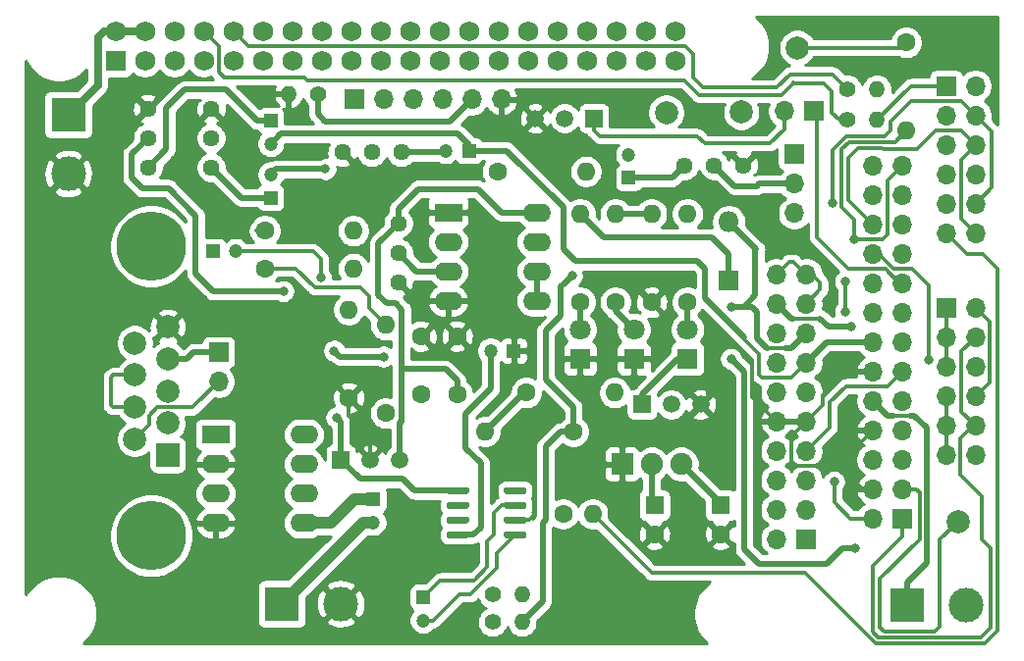
<source format=gbr>
G04 #@! TF.GenerationSoftware,KiCad,Pcbnew,(5.1.8)-1*
G04 #@! TF.CreationDate,2021-03-20T14:28:53+01:00*
G04 #@! TF.ProjectId,interface_MTM800E_V4,696e7465-7266-4616-9365-5f4d544d3830,V2*
G04 #@! TF.SameCoordinates,Original*
G04 #@! TF.FileFunction,Copper,L2,Bot*
G04 #@! TF.FilePolarity,Positive*
%FSLAX46Y46*%
G04 Gerber Fmt 4.6, Leading zero omitted, Abs format (unit mm)*
G04 Created by KiCad (PCBNEW (5.1.8)-1) date 2021-03-20 14:28:53*
%MOMM*%
%LPD*%
G01*
G04 APERTURE LIST*
G04 #@! TA.AperFunction,ComponentPad*
%ADD10C,2.000000*%
G04 #@! TD*
G04 #@! TA.AperFunction,ComponentPad*
%ADD11O,1.700000X1.700000*%
G04 #@! TD*
G04 #@! TA.AperFunction,ComponentPad*
%ADD12R,1.700000X1.700000*%
G04 #@! TD*
G04 #@! TA.AperFunction,ComponentPad*
%ADD13C,1.998980*%
G04 #@! TD*
G04 #@! TA.AperFunction,ComponentPad*
%ADD14O,1.400000X1.400000*%
G04 #@! TD*
G04 #@! TA.AperFunction,ComponentPad*
%ADD15C,1.400000*%
G04 #@! TD*
G04 #@! TA.AperFunction,ComponentPad*
%ADD16C,1.200000*%
G04 #@! TD*
G04 #@! TA.AperFunction,ComponentPad*
%ADD17R,1.200000X1.200000*%
G04 #@! TD*
G04 #@! TA.AperFunction,ComponentPad*
%ADD18O,1.600000X1.600000*%
G04 #@! TD*
G04 #@! TA.AperFunction,ComponentPad*
%ADD19C,1.600000*%
G04 #@! TD*
G04 #@! TA.AperFunction,ComponentPad*
%ADD20C,1.750000*%
G04 #@! TD*
G04 #@! TA.AperFunction,ComponentPad*
%ADD21R,1.750000X1.750000*%
G04 #@! TD*
G04 #@! TA.AperFunction,ComponentPad*
%ADD22O,1.800000X1.800000*%
G04 #@! TD*
G04 #@! TA.AperFunction,ComponentPad*
%ADD23R,1.800000X1.800000*%
G04 #@! TD*
G04 #@! TA.AperFunction,ComponentPad*
%ADD24C,6.000000*%
G04 #@! TD*
G04 #@! TA.AperFunction,ComponentPad*
%ADD25R,2.000000X2.000000*%
G04 #@! TD*
G04 #@! TA.AperFunction,ComponentPad*
%ADD26R,1.500000X1.500000*%
G04 #@! TD*
G04 #@! TA.AperFunction,ComponentPad*
%ADD27C,1.500000*%
G04 #@! TD*
G04 #@! TA.AperFunction,ComponentPad*
%ADD28C,1.440000*%
G04 #@! TD*
G04 #@! TA.AperFunction,ComponentPad*
%ADD29O,2.400000X1.600000*%
G04 #@! TD*
G04 #@! TA.AperFunction,ComponentPad*
%ADD30R,2.400000X1.600000*%
G04 #@! TD*
G04 #@! TA.AperFunction,ComponentPad*
%ADD31C,3.000000*%
G04 #@! TD*
G04 #@! TA.AperFunction,ComponentPad*
%ADD32R,3.000000X3.000000*%
G04 #@! TD*
G04 #@! TA.AperFunction,ComponentPad*
%ADD33R,1.910000X1.910000*%
G04 #@! TD*
G04 #@! TA.AperFunction,ComponentPad*
%ADD34C,1.910000*%
G04 #@! TD*
G04 #@! TA.AperFunction,ComponentPad*
%ADD35R,1.600000X1.600000*%
G04 #@! TD*
G04 #@! TA.AperFunction,ComponentPad*
%ADD36C,1.800000*%
G04 #@! TD*
G04 #@! TA.AperFunction,ViaPad*
%ADD37C,0.800000*%
G04 #@! TD*
G04 #@! TA.AperFunction,Conductor*
%ADD38C,0.500000*%
G04 #@! TD*
G04 #@! TA.AperFunction,Conductor*
%ADD39C,0.300000*%
G04 #@! TD*
G04 #@! TA.AperFunction,Conductor*
%ADD40C,0.700000*%
G04 #@! TD*
G04 #@! TA.AperFunction,Conductor*
%ADD41C,1.000000*%
G04 #@! TD*
G04 #@! TA.AperFunction,Conductor*
%ADD42C,0.254000*%
G04 #@! TD*
G04 #@! TA.AperFunction,Conductor*
%ADD43C,0.100000*%
G04 #@! TD*
G04 APERTURE END LIST*
D10*
X108585000Y-57124600D03*
D11*
X128778000Y-86741000D03*
X126238000Y-86741000D03*
X128778000Y-84201000D03*
X126238000Y-84201000D03*
X128778000Y-81661000D03*
X126238000Y-81661000D03*
X128778000Y-79121000D03*
X126238000Y-79121000D03*
X128778000Y-76581000D03*
X126238000Y-76581000D03*
X128778000Y-74041000D03*
D12*
X126238000Y-74041000D03*
D11*
X128778000Y-67564000D03*
X126238000Y-67564000D03*
X128778000Y-65024000D03*
X126238000Y-65024000D03*
X128778000Y-62484000D03*
X126238000Y-62484000D03*
X128778000Y-59944000D03*
X126238000Y-59944000D03*
X128778000Y-57404000D03*
X126238000Y-57404000D03*
X128778000Y-54864000D03*
D12*
X126238000Y-54864000D03*
D13*
X127254000Y-92456000D03*
D14*
X69532500Y-55562500D03*
D15*
X72072500Y-55562500D03*
D16*
X68008500Y-62516000D03*
D17*
X68008500Y-64516000D03*
D16*
X68008500Y-59848500D03*
D17*
X68008500Y-57848500D03*
D18*
X122809000Y-58737500D03*
D19*
X122809000Y-51117500D03*
D10*
X113411000Y-51562000D03*
D18*
X77914500Y-75501500D03*
D19*
X77914500Y-83121500D03*
D18*
X74739500Y-74168000D03*
D19*
X74739500Y-81788000D03*
D20*
X102870000Y-52705000D03*
X102870000Y-50165000D03*
X100330000Y-52705000D03*
X100330000Y-50165000D03*
X97790000Y-52705000D03*
X97790000Y-50165000D03*
X95250000Y-52705000D03*
X95250000Y-50165000D03*
X92710000Y-52705000D03*
X92710000Y-50165000D03*
X85090000Y-50165000D03*
X85090000Y-52705000D03*
X80010000Y-50165000D03*
X80010000Y-52705000D03*
X77470000Y-50165000D03*
X77470000Y-52705000D03*
X74930000Y-50165000D03*
X74930000Y-52705000D03*
X72390000Y-50165000D03*
X72390000Y-52705000D03*
X69850000Y-50165000D03*
X69850000Y-52705000D03*
X67310000Y-50165000D03*
X67310000Y-52705000D03*
X64770000Y-50165000D03*
X64770000Y-52705000D03*
X62230000Y-50165000D03*
X62230000Y-52705000D03*
X59690000Y-50165000D03*
X59690000Y-52705000D03*
X57150000Y-50165000D03*
X57150000Y-52705000D03*
X54610000Y-50165000D03*
D21*
X54610000Y-52705000D03*
D20*
X82550000Y-52705000D03*
X82550000Y-50165000D03*
X90170000Y-50165000D03*
X90170000Y-52705000D03*
X87630000Y-50165000D03*
X87630000Y-52705000D03*
D16*
X64992000Y-69151500D03*
D17*
X62992000Y-69151500D03*
D18*
X100838000Y-65913000D03*
D19*
X100838000Y-73533000D03*
D14*
X89662000Y-101155500D03*
D15*
X87122000Y-101155500D03*
D14*
X89662000Y-98742500D03*
D15*
X87122000Y-98742500D03*
D14*
X120269000Y-57785000D03*
D15*
X117729000Y-57785000D03*
D14*
X120269000Y-55118000D03*
D15*
X117729000Y-55118000D03*
D22*
X107505500Y-66611500D03*
D23*
X107505500Y-71691500D03*
D11*
X63500000Y-80391000D03*
D12*
X63500000Y-77851000D03*
D11*
X113157000Y-65849500D03*
X113157000Y-63309500D03*
D12*
X113157000Y-60769500D03*
D11*
X112268000Y-57023000D03*
D12*
X114808000Y-57023000D03*
D24*
X57698500Y-93701000D03*
X57698500Y-68701000D03*
D10*
X56278500Y-77046000D03*
X56278500Y-79816000D03*
X56278500Y-82586000D03*
X56278500Y-85356000D03*
X59118500Y-75661000D03*
X59118500Y-78431000D03*
X59118500Y-81201000D03*
X59118500Y-83971000D03*
D25*
X59118500Y-86741000D03*
G04 #@! TA.AperFunction,SMDPad,CuDef*
G36*
G01*
X85114000Y-89639000D02*
X85114000Y-89939000D01*
G75*
G02*
X84964000Y-90089000I-150000J0D01*
G01*
X83314000Y-90089000D01*
G75*
G02*
X83164000Y-89939000I0J150000D01*
G01*
X83164000Y-89639000D01*
G75*
G02*
X83314000Y-89489000I150000J0D01*
G01*
X84964000Y-89489000D01*
G75*
G02*
X85114000Y-89639000I0J-150000D01*
G01*
G37*
G04 #@! TD.AperFunction*
G04 #@! TA.AperFunction,SMDPad,CuDef*
G36*
G01*
X85114000Y-90909000D02*
X85114000Y-91209000D01*
G75*
G02*
X84964000Y-91359000I-150000J0D01*
G01*
X83314000Y-91359000D01*
G75*
G02*
X83164000Y-91209000I0J150000D01*
G01*
X83164000Y-90909000D01*
G75*
G02*
X83314000Y-90759000I150000J0D01*
G01*
X84964000Y-90759000D01*
G75*
G02*
X85114000Y-90909000I0J-150000D01*
G01*
G37*
G04 #@! TD.AperFunction*
G04 #@! TA.AperFunction,SMDPad,CuDef*
G36*
G01*
X85114000Y-92179000D02*
X85114000Y-92479000D01*
G75*
G02*
X84964000Y-92629000I-150000J0D01*
G01*
X83314000Y-92629000D01*
G75*
G02*
X83164000Y-92479000I0J150000D01*
G01*
X83164000Y-92179000D01*
G75*
G02*
X83314000Y-92029000I150000J0D01*
G01*
X84964000Y-92029000D01*
G75*
G02*
X85114000Y-92179000I0J-150000D01*
G01*
G37*
G04 #@! TD.AperFunction*
G04 #@! TA.AperFunction,SMDPad,CuDef*
G36*
G01*
X85114000Y-93449000D02*
X85114000Y-93749000D01*
G75*
G02*
X84964000Y-93899000I-150000J0D01*
G01*
X83314000Y-93899000D01*
G75*
G02*
X83164000Y-93749000I0J150000D01*
G01*
X83164000Y-93449000D01*
G75*
G02*
X83314000Y-93299000I150000J0D01*
G01*
X84964000Y-93299000D01*
G75*
G02*
X85114000Y-93449000I0J-150000D01*
G01*
G37*
G04 #@! TD.AperFunction*
G04 #@! TA.AperFunction,SMDPad,CuDef*
G36*
G01*
X90064000Y-93449000D02*
X90064000Y-93749000D01*
G75*
G02*
X89914000Y-93899000I-150000J0D01*
G01*
X88264000Y-93899000D01*
G75*
G02*
X88114000Y-93749000I0J150000D01*
G01*
X88114000Y-93449000D01*
G75*
G02*
X88264000Y-93299000I150000J0D01*
G01*
X89914000Y-93299000D01*
G75*
G02*
X90064000Y-93449000I0J-150000D01*
G01*
G37*
G04 #@! TD.AperFunction*
G04 #@! TA.AperFunction,SMDPad,CuDef*
G36*
G01*
X90064000Y-92179000D02*
X90064000Y-92479000D01*
G75*
G02*
X89914000Y-92629000I-150000J0D01*
G01*
X88264000Y-92629000D01*
G75*
G02*
X88114000Y-92479000I0J150000D01*
G01*
X88114000Y-92179000D01*
G75*
G02*
X88264000Y-92029000I150000J0D01*
G01*
X89914000Y-92029000D01*
G75*
G02*
X90064000Y-92179000I0J-150000D01*
G01*
G37*
G04 #@! TD.AperFunction*
G04 #@! TA.AperFunction,SMDPad,CuDef*
G36*
G01*
X90064000Y-90909000D02*
X90064000Y-91209000D01*
G75*
G02*
X89914000Y-91359000I-150000J0D01*
G01*
X88264000Y-91359000D01*
G75*
G02*
X88114000Y-91209000I0J150000D01*
G01*
X88114000Y-90909000D01*
G75*
G02*
X88264000Y-90759000I150000J0D01*
G01*
X89914000Y-90759000D01*
G75*
G02*
X90064000Y-90909000I0J-150000D01*
G01*
G37*
G04 #@! TD.AperFunction*
G04 #@! TA.AperFunction,SMDPad,CuDef*
G36*
G01*
X90064000Y-89639000D02*
X90064000Y-89939000D01*
G75*
G02*
X89914000Y-90089000I-150000J0D01*
G01*
X88264000Y-90089000D01*
G75*
G02*
X88114000Y-89939000I0J150000D01*
G01*
X88114000Y-89639000D01*
G75*
G02*
X88264000Y-89489000I150000J0D01*
G01*
X89914000Y-89489000D01*
G75*
G02*
X90064000Y-89639000I0J-150000D01*
G01*
G37*
G04 #@! TD.AperFunction*
D26*
X74041000Y-87122000D03*
D27*
X79121000Y-87122000D03*
X76581000Y-87122000D03*
D28*
X57404000Y-56832500D03*
X57404000Y-59372500D03*
X57404000Y-61912500D03*
X62865000Y-56832500D03*
X62865000Y-59372500D03*
X62865000Y-61912500D03*
D29*
X70866000Y-84963000D03*
X63246000Y-92583000D03*
X70866000Y-87503000D03*
X63246000Y-90043000D03*
X70866000Y-90043000D03*
X63246000Y-87503000D03*
X70866000Y-92583000D03*
D30*
X63246000Y-84963000D03*
D18*
X75120500Y-70612000D03*
D19*
X67500500Y-70612000D03*
D18*
X75120500Y-67373500D03*
D19*
X67500500Y-67373500D03*
D31*
X74041000Y-99568000D03*
D32*
X68961000Y-99568000D03*
D16*
X76835000Y-92551000D03*
D17*
X76835000Y-90551000D03*
D16*
X86963500Y-77724000D03*
D17*
X88963500Y-77724000D03*
D16*
X81153000Y-100996500D03*
D17*
X81153000Y-98996500D03*
D19*
X80962500Y-76470500D03*
X80962500Y-81470500D03*
X84074000Y-76470500D03*
X84074000Y-81470500D03*
D31*
X50546000Y-62420500D03*
D32*
X50546000Y-57340500D03*
D18*
X97663000Y-81343500D03*
D19*
X90043000Y-81343500D03*
D18*
X95758000Y-91821000D03*
D19*
X93218000Y-91821000D03*
D31*
X127952500Y-99695000D03*
D32*
X122872500Y-99695000D03*
D11*
X119888000Y-61722000D03*
X122428000Y-61722000D03*
X119888000Y-64262000D03*
X122428000Y-64262000D03*
X119888000Y-66802000D03*
X122428000Y-66802000D03*
X119888000Y-69342000D03*
X122428000Y-69342000D03*
X119888000Y-71882000D03*
X122428000Y-71882000D03*
X119888000Y-74422000D03*
X122428000Y-74422000D03*
X119888000Y-76962000D03*
X122428000Y-76962000D03*
X119888000Y-79502000D03*
X122428000Y-79502000D03*
X119888000Y-82042000D03*
X122428000Y-82042000D03*
X119888000Y-84582000D03*
X122428000Y-84582000D03*
X119888000Y-87122000D03*
X122428000Y-87122000D03*
X119888000Y-89662000D03*
X122428000Y-89662000D03*
X119888000Y-92202000D03*
D12*
X122428000Y-92202000D03*
D16*
X83090000Y-60452000D03*
D17*
X85090000Y-60452000D03*
D16*
X98869500Y-60801500D03*
D17*
X98869500Y-62801500D03*
D18*
X103949500Y-65913000D03*
D19*
X103949500Y-73533000D03*
D26*
X100012500Y-82359500D03*
D27*
X105092500Y-82359500D03*
X102552500Y-82359500D03*
D10*
X102108000Y-57150000D03*
D11*
X111633000Y-71120000D03*
X114173000Y-71120000D03*
X111633000Y-73660000D03*
X114173000Y-73660000D03*
X111633000Y-76200000D03*
X114173000Y-76200000D03*
X111633000Y-78740000D03*
X114173000Y-78740000D03*
X111633000Y-81280000D03*
X114173000Y-81280000D03*
X111633000Y-83820000D03*
X114173000Y-83820000D03*
X111633000Y-86360000D03*
X114173000Y-86360000D03*
X111633000Y-88900000D03*
X114173000Y-88900000D03*
X111633000Y-91440000D03*
X114173000Y-91440000D03*
X111633000Y-93980000D03*
D12*
X114173000Y-93980000D03*
D33*
X98298000Y-87503000D03*
D34*
X100848000Y-87503000D03*
X103398000Y-87503000D03*
D28*
X78994000Y-71818500D03*
X78994000Y-69278500D03*
X78994000Y-66738500D03*
D19*
X101092000Y-93559000D03*
D35*
X101092000Y-91059000D03*
D19*
X106807000Y-93559000D03*
D35*
X106807000Y-91059000D03*
D29*
X90932000Y-65786000D03*
X83312000Y-73406000D03*
X90932000Y-68326000D03*
X83312000Y-70866000D03*
X90932000Y-70866000D03*
X83312000Y-68326000D03*
X90932000Y-73406000D03*
D30*
X83312000Y-65786000D03*
D18*
X97726500Y-65913000D03*
D19*
X97726500Y-73533000D03*
D36*
X103949500Y-75882500D03*
D23*
X103949500Y-78422500D03*
D36*
X99314000Y-75882500D03*
D23*
X99314000Y-78422500D03*
D28*
X79248000Y-60579000D03*
X76708000Y-60579000D03*
X74168000Y-60579000D03*
X108775500Y-61722000D03*
X106235500Y-61722000D03*
X103695500Y-61722000D03*
D18*
X95186500Y-62230000D03*
D19*
X87566500Y-62230000D03*
D18*
X94678500Y-65913000D03*
D19*
X94678500Y-73533000D03*
D18*
X86487000Y-84709000D03*
D19*
X94107000Y-84709000D03*
D26*
X95885000Y-57658000D03*
D27*
X90805000Y-57658000D03*
X93345000Y-57658000D03*
D11*
X87884000Y-56007000D03*
X85344000Y-56007000D03*
X82804000Y-56007000D03*
X80264000Y-56007000D03*
X77724000Y-56007000D03*
D12*
X75184000Y-56007000D03*
D36*
X94678500Y-75882500D03*
D23*
X94678500Y-78422500D03*
D37*
X126619000Y-52197000D03*
X90170000Y-84772500D03*
X110236000Y-66294000D03*
X95631000Y-96964500D03*
X93980000Y-71247000D03*
X118300500Y-68072000D03*
X118046500Y-75628500D03*
X73660000Y-83502500D03*
X77724000Y-78232000D03*
X73469500Y-77724000D03*
X72707500Y-62039500D03*
X69088000Y-72580500D03*
X118364000Y-94742000D03*
X107696000Y-78422500D03*
X107696000Y-73914000D03*
X72326500Y-71437500D03*
X116586000Y-89027000D03*
X117538500Y-71755000D03*
X117538500Y-74358500D03*
X116470990Y-64960500D03*
X124777500Y-78549500D03*
D38*
X94678500Y-75882500D02*
X94678500Y-73533000D01*
D39*
X115570000Y-81534000D02*
X117602000Y-79502000D01*
X114173000Y-83820000D02*
X115570000Y-82423000D01*
X117602000Y-79502000D02*
X119888000Y-79502000D01*
X115570000Y-82423000D02*
X115570000Y-81534000D01*
X119888000Y-89662000D02*
X118999000Y-89662000D01*
X118999000Y-89662000D02*
X118110000Y-88773000D01*
X118110000Y-86360000D02*
X119888000Y-84582000D01*
X114173000Y-83820000D02*
X112903000Y-85090000D01*
X112903000Y-85090000D02*
X112903000Y-87312500D01*
X112903000Y-87312500D02*
X113220500Y-87630000D01*
X118046500Y-87630000D02*
X118110000Y-87693500D01*
X113220500Y-87630000D02*
X118046500Y-87630000D01*
X118110000Y-88773000D02*
X118110000Y-87693500D01*
X118110000Y-87693500D02*
X118110000Y-86360000D01*
X89089000Y-92329000D02*
X90297000Y-92329000D01*
X90297000Y-92329000D02*
X90741500Y-91884500D01*
X90741500Y-91884500D02*
X90741500Y-89154000D01*
X76581000Y-87122000D02*
X76581000Y-85217000D01*
X74739500Y-83375500D02*
X74739500Y-81788000D01*
X76581000Y-85217000D02*
X74739500Y-83375500D01*
X111633000Y-83820000D02*
X109537500Y-81724500D01*
X109537500Y-81724500D02*
X109537500Y-78549500D01*
X109537500Y-78549500D02*
X108267500Y-77279500D01*
X108267500Y-77279500D02*
X106934000Y-77279500D01*
X106934000Y-77279500D02*
X105727500Y-78486000D01*
X105727500Y-81724500D02*
X105092500Y-82359500D01*
X105727500Y-78486000D02*
X105727500Y-81724500D01*
D38*
X100838000Y-65913000D02*
X97726500Y-65913000D01*
D39*
X122428000Y-71882000D02*
X122228878Y-71882000D01*
X122228878Y-71882000D02*
X121014388Y-70667510D01*
X121014388Y-70667510D02*
X117848010Y-70667510D01*
X117848010Y-70667510D02*
X115125500Y-67945000D01*
X115125500Y-57340500D02*
X114808000Y-57023000D01*
X115125500Y-58420000D02*
X115125500Y-57340500D01*
X115125500Y-67945000D02*
X115125500Y-58420000D01*
X115125500Y-58420000D02*
X115125500Y-58173000D01*
D38*
X97726500Y-74295000D02*
X97726500Y-73533000D01*
X99314000Y-75882500D02*
X97726500Y-74295000D01*
X103949500Y-75882500D02*
X103949500Y-73533000D01*
X90932000Y-73406000D02*
X90932000Y-70866000D01*
X100848000Y-90815000D02*
X101092000Y-91059000D01*
X100848000Y-87503000D02*
X100848000Y-90815000D01*
X89662000Y-101155500D02*
X91440000Y-99377500D01*
X92964000Y-84709000D02*
X94107000Y-84709000D01*
X91440000Y-99377500D02*
X91440000Y-92583000D01*
X91440000Y-92583000D02*
X91694000Y-92329000D01*
X91694000Y-85979000D02*
X92964000Y-84709000D01*
X91694000Y-92329000D02*
X91694000Y-85979000D01*
X94107000Y-82613500D02*
X91694000Y-80200500D01*
X94107000Y-84709000D02*
X94107000Y-82613500D01*
X93980000Y-71247000D02*
X93345000Y-71882000D01*
X91694000Y-76327000D02*
X91694000Y-76009500D01*
X91694000Y-80200500D02*
X91694000Y-76327000D01*
X91694000Y-76009500D02*
X93027500Y-74676000D01*
X93027500Y-72199500D02*
X93345000Y-71882000D01*
X93027500Y-74676000D02*
X93027500Y-72199500D01*
D39*
X113093500Y-70040500D02*
X114173000Y-71120000D01*
X111633000Y-71120000D02*
X112712500Y-70040500D01*
X112712500Y-70040500D02*
X113093500Y-70040500D01*
X114173000Y-71120000D02*
X114681000Y-71120000D01*
X114681000Y-71120000D02*
X115379500Y-71818500D01*
X115379500Y-72453500D02*
X114173000Y-73660000D01*
X115379500Y-71818500D02*
X115379500Y-72453500D01*
X121158000Y-80772000D02*
X122428000Y-79502000D01*
X117602000Y-80772000D02*
X121158000Y-80772000D01*
X116205000Y-82169000D02*
X117602000Y-80772000D01*
X114173000Y-86360000D02*
X116205000Y-84328000D01*
X116205000Y-84328000D02*
X116205000Y-82169000D01*
X129978001Y-75241001D02*
X128778000Y-74041000D01*
X129978001Y-80460999D02*
X129978001Y-75241001D01*
X128778000Y-81661000D02*
X129978001Y-80460999D01*
X54740500Y-79816000D02*
X56278500Y-79816000D01*
X54392000Y-82586000D02*
X54229000Y-82423000D01*
X56278500Y-82586000D02*
X54392000Y-82586000D01*
X54229000Y-82423000D02*
X54229000Y-80010000D01*
X54229000Y-80010000D02*
X54423000Y-79816000D01*
X54423000Y-79816000D02*
X54740500Y-79816000D01*
X122923686Y-58743999D02*
X122358685Y-59309000D01*
X118300500Y-68072000D02*
X118300500Y-68072000D01*
X121158000Y-62992000D02*
X122428000Y-61722000D01*
X121158000Y-67691000D02*
X121158000Y-62992000D01*
X120777000Y-68072000D02*
X121158000Y-67691000D01*
X118300500Y-68072000D02*
X120777000Y-68072000D01*
X118300500Y-68072000D02*
X118300500Y-66421000D01*
X118300500Y-66421000D02*
X117221000Y-65341500D01*
X117221000Y-65341500D02*
X117221000Y-60325000D01*
X117221000Y-60325000D02*
X117856000Y-59690000D01*
X121856500Y-59690000D02*
X122809000Y-58737500D01*
X117856000Y-59690000D02*
X121856500Y-59690000D01*
X63500000Y-80391000D02*
X61620400Y-82270600D01*
X61277500Y-82613500D02*
X61620400Y-82270600D01*
X57531000Y-83312000D02*
X58229500Y-82613500D01*
X57531000Y-84103500D02*
X57531000Y-83312000D01*
X56278500Y-85356000D02*
X57531000Y-84103500D01*
X58229500Y-82613500D02*
X61277500Y-82613500D01*
X63237500Y-78113500D02*
X63500000Y-77851000D01*
D38*
X61366400Y-77851000D02*
X63500000Y-77851000D01*
X60786400Y-78431000D02*
X61366400Y-77851000D01*
X59118500Y-78431000D02*
X60786400Y-78431000D01*
X100012500Y-82359500D02*
X100012500Y-81500000D01*
X103090000Y-78422500D02*
X103949500Y-78422500D01*
X100012500Y-81500000D02*
X103090000Y-78422500D01*
D39*
X123126500Y-83312000D02*
X121689042Y-83312000D01*
X113093500Y-74930000D02*
X115379500Y-74930000D01*
D38*
X119888000Y-82042000D02*
X121094500Y-83248500D01*
X121158000Y-83312000D02*
X121094500Y-83248500D01*
X121689042Y-83312000D02*
X121158000Y-83312000D01*
X116078000Y-75628500D02*
X115379500Y-74930000D01*
X118046500Y-75628500D02*
X116078000Y-75628500D01*
X112903000Y-74930000D02*
X111633000Y-73660000D01*
X113093500Y-74930000D02*
X112903000Y-74930000D01*
X123126500Y-83312000D02*
X123507500Y-83312000D01*
X123507500Y-83312000D02*
X124552009Y-84356509D01*
X124552009Y-84356509D02*
X124552009Y-96015491D01*
X124552009Y-96015491D02*
X122872500Y-97695000D01*
X122872500Y-97695000D02*
X122872500Y-99695000D01*
X80581500Y-70866000D02*
X80645000Y-70866000D01*
X78994000Y-69278500D02*
X80581500Y-70866000D01*
X80581500Y-70866000D02*
X83312000Y-70866000D01*
D40*
X54483000Y-50165000D02*
X54610000Y-50165000D01*
X57150000Y-50165000D02*
X54610000Y-50165000D01*
X53086000Y-51054000D02*
X53086000Y-54673500D01*
X54610000Y-50165000D02*
X54102000Y-50165000D01*
X53086000Y-54800500D02*
X50546000Y-57340500D01*
X53086000Y-54673500D02*
X53086000Y-54800500D01*
X53086000Y-51054000D02*
X53086000Y-50673000D01*
X53594000Y-50165000D02*
X54610000Y-50165000D01*
X53086000Y-50673000D02*
X53594000Y-50165000D01*
D38*
X84139000Y-89789000D02*
X80391000Y-89789000D01*
X79375000Y-88773000D02*
X75692000Y-88773000D01*
X75692000Y-88773000D02*
X74041000Y-87122000D01*
X80391000Y-89789000D02*
X79375000Y-88773000D01*
X74041000Y-87122000D02*
X74041000Y-83883500D01*
X74041000Y-83883500D02*
X73660000Y-83502500D01*
D39*
X87470500Y-95217500D02*
X89089000Y-93599000D01*
X81153000Y-100996500D02*
X82010500Y-100996500D01*
X82010500Y-100996500D02*
X84264500Y-98742500D01*
X85217000Y-98742500D02*
X87470500Y-96489000D01*
X84264500Y-98742500D02*
X85217000Y-98742500D01*
X87470500Y-96489000D02*
X87470500Y-95217500D01*
X87249000Y-93599000D02*
X87249000Y-91694000D01*
X86683992Y-96386508D02*
X86683992Y-94164008D01*
X87249000Y-91694000D02*
X87884000Y-91059000D01*
X86683992Y-94164008D02*
X87249000Y-93599000D01*
X89089000Y-91059000D02*
X87884000Y-91059000D01*
X81153000Y-98996500D02*
X82607008Y-97542492D01*
X82607008Y-97542492D02*
X85528008Y-97542492D01*
X85528008Y-97542492D02*
X86683992Y-96386508D01*
D38*
X86963500Y-80994000D02*
X86963500Y-77724000D01*
X84139000Y-93599000D02*
X85471000Y-93599000D01*
X86106000Y-92964000D02*
X86106000Y-87439500D01*
X84772500Y-83185000D02*
X86963500Y-80994000D01*
X86106000Y-87439500D02*
X84772500Y-86106000D01*
X85471000Y-93599000D02*
X86106000Y-92964000D01*
X84772500Y-86106000D02*
X84772500Y-83185000D01*
X77724000Y-78232000D02*
X73977500Y-78232000D01*
X73977500Y-78232000D02*
X73469500Y-77724000D01*
D41*
X75978000Y-92551000D02*
X68961000Y-99568000D01*
X76835000Y-92551000D02*
X75978000Y-92551000D01*
X76835000Y-90551000D02*
X75184000Y-90551000D01*
X73152000Y-92583000D02*
X70866000Y-92583000D01*
X75184000Y-90551000D02*
X73152000Y-92583000D01*
D38*
X68485000Y-62039500D02*
X68008500Y-62516000D01*
X72707500Y-62039500D02*
X68485000Y-62039500D01*
X114173000Y-78740000D02*
X115951000Y-76962000D01*
X115951000Y-76962000D02*
X119888000Y-76962000D01*
X93218000Y-65341500D02*
X93218000Y-68961000D01*
X94234000Y-69977000D02*
X101663500Y-69977000D01*
X108839000Y-76581000D02*
X105886250Y-73628250D01*
X88011000Y-60452000D02*
X87757000Y-60452000D01*
X87757000Y-60452000D02*
X85090000Y-60452000D01*
X105473500Y-73215500D02*
X105473500Y-70675500D01*
X105473500Y-70675500D02*
X104775000Y-69977000D01*
X101663500Y-69977000D02*
X104775000Y-69977000D01*
X105886250Y-73628250D02*
X105473500Y-73215500D01*
X88011000Y-60452000D02*
X88328500Y-60452000D01*
X88328500Y-60452000D02*
X93218000Y-65341500D01*
X93218000Y-68961000D02*
X94234000Y-69977000D01*
X85090000Y-60452000D02*
X85090000Y-59944000D01*
X85090000Y-59944000D02*
X84137500Y-58991500D01*
X68865500Y-58991500D02*
X68008500Y-59848500D01*
X84137500Y-58991500D02*
X68865500Y-58991500D01*
D39*
X114173000Y-78740000D02*
X112903000Y-80010000D01*
X110109000Y-78041500D02*
X110109000Y-79756000D01*
X108839000Y-76771500D02*
X110109000Y-78041500D01*
X108839000Y-76581000D02*
X108839000Y-76771500D01*
X110109000Y-79756000D02*
X110363000Y-80010000D01*
X112903000Y-80010000D02*
X110363000Y-80010000D01*
D38*
X69088000Y-72580500D02*
X69088000Y-72580500D01*
X63055500Y-72580500D02*
X61531500Y-71056500D01*
X61531500Y-71056500D02*
X61531500Y-66040000D01*
X61531500Y-66040000D02*
X59182000Y-63690500D01*
X59182000Y-63690500D02*
X58166000Y-63690500D01*
X69088000Y-72580500D02*
X63055500Y-72580500D01*
X58166000Y-63690500D02*
X56896000Y-63690500D01*
X56896000Y-63690500D02*
X56007000Y-62801500D01*
X56007000Y-60769500D02*
X57404000Y-59372500D01*
X56007000Y-62801500D02*
X56007000Y-60769500D01*
D39*
X104775000Y-59182000D02*
X105410000Y-59817000D01*
X96359000Y-59182000D02*
X104775000Y-59182000D01*
X95885000Y-58708000D02*
X96359000Y-59182000D01*
X95885000Y-57658000D02*
X95885000Y-58708000D01*
X112268000Y-58610500D02*
X111061500Y-59817000D01*
X112268000Y-57023000D02*
X112268000Y-58610500D01*
X105410000Y-59817000D02*
X111061500Y-59817000D01*
X126238000Y-76581000D02*
X126238000Y-79121000D01*
X126238000Y-76581000D02*
X126238000Y-74041000D01*
X123190000Y-54864000D02*
X120269000Y-57785000D01*
X126238000Y-54864000D02*
X123190000Y-54864000D01*
X113665000Y-63500000D02*
X113792000Y-63373000D01*
X113411000Y-63500000D02*
X113601500Y-63309500D01*
D38*
X110102000Y-63309500D02*
X109911500Y-63500000D01*
X113601500Y-63309500D02*
X110102000Y-63309500D01*
D39*
X108013500Y-63500000D02*
X108077000Y-63500000D01*
D38*
X106235500Y-61722000D02*
X108013500Y-63500000D01*
X108077000Y-63500000D02*
X109911500Y-63500000D01*
D39*
X119387990Y-102179490D02*
X114109500Y-96901000D01*
X129603501Y-102996999D02*
X120188888Y-102996999D01*
X120188888Y-102996999D02*
X119387990Y-102196101D01*
X119387990Y-102196101D02*
X119387990Y-102179490D01*
X114109500Y-96901000D02*
X100838000Y-96901000D01*
X100838000Y-96901000D02*
X95758000Y-91821000D01*
X130683000Y-101917500D02*
X129603501Y-102996999D01*
X130683000Y-70612000D02*
X130683000Y-101917500D01*
X129413000Y-69342000D02*
X130683000Y-70612000D01*
X128016000Y-69342000D02*
X129413000Y-69342000D01*
X126238000Y-67564000D02*
X128016000Y-69342000D01*
X126238000Y-81661000D02*
X126238000Y-86741000D01*
X125666500Y-94043500D02*
X127254000Y-92456000D01*
X125666500Y-101536500D02*
X125666500Y-94043500D01*
X125222000Y-101981000D02*
X125666500Y-101536500D01*
X120904000Y-101981000D02*
X125222000Y-101981000D01*
X120523000Y-101600000D02*
X120904000Y-101981000D01*
X120523000Y-97409000D02*
X120523000Y-101600000D01*
X123952000Y-93980000D02*
X120523000Y-97409000D01*
X123952000Y-89979500D02*
X123952000Y-93980000D01*
X123634500Y-89662000D02*
X123952000Y-89979500D01*
X122428000Y-89662000D02*
X123634500Y-89662000D01*
D38*
X106807000Y-90912000D02*
X103398000Y-87503000D01*
X106807000Y-91059000D02*
X106807000Y-90912000D01*
X106045000Y-67945000D02*
X107505500Y-69405500D01*
X94678500Y-65913000D02*
X96710500Y-67945000D01*
X107505500Y-69405500D02*
X107505500Y-71691500D01*
X96710500Y-67945000D02*
X106045000Y-67945000D01*
X80708500Y-63754000D02*
X85852000Y-63754000D01*
X85852000Y-63754000D02*
X87884000Y-65786000D01*
X78994000Y-66738500D02*
X78994000Y-65468500D01*
X78994000Y-65468500D02*
X80708500Y-63754000D01*
X87884000Y-65786000D02*
X90932000Y-65786000D01*
X77978000Y-73596500D02*
X77279500Y-72898000D01*
X78740000Y-73596500D02*
X77978000Y-73596500D01*
X77279500Y-68453000D02*
X78994000Y-66738500D01*
X79311500Y-74168000D02*
X78740000Y-73596500D01*
X77279500Y-72898000D02*
X77279500Y-68453000D01*
X79121000Y-83947000D02*
X79248000Y-83820000D01*
X79248000Y-75946000D02*
X79311500Y-75882500D01*
X79121000Y-87122000D02*
X79121000Y-83947000D01*
X79311500Y-75882500D02*
X79311500Y-74168000D01*
X84074000Y-81470500D02*
X84074000Y-80327500D01*
X83058000Y-79311500D02*
X79248000Y-79311500D01*
X79248000Y-83820000D02*
X79248000Y-79311500D01*
X84074000Y-80327500D02*
X83058000Y-79311500D01*
X79248000Y-79311500D02*
X79248000Y-75946000D01*
D39*
X110871000Y-77470000D02*
X112395000Y-77470000D01*
D38*
X109791500Y-68897500D02*
X107505500Y-66611500D01*
X107696000Y-73914000D02*
X108839000Y-73914000D01*
X108839000Y-73914000D02*
X109791500Y-72961500D01*
X109791500Y-72961500D02*
X109791500Y-68897500D01*
X109855000Y-68961000D02*
X109791500Y-68897500D01*
X109474000Y-73914000D02*
X108839000Y-73914000D01*
X112903000Y-77470000D02*
X114173000Y-76200000D01*
X112395000Y-77470000D02*
X112903000Y-77470000D01*
X110871000Y-77470000D02*
X110744000Y-77470000D01*
X110744000Y-77470000D02*
X109918500Y-76644500D01*
X109918500Y-74358500D02*
X109474000Y-73914000D01*
X109918500Y-76644500D02*
X109918500Y-74358500D01*
X117284500Y-94742000D02*
X118364000Y-94742000D01*
X115919250Y-96107250D02*
X117284500Y-94742000D01*
X110077250Y-96107250D02*
X115919250Y-96107250D01*
X108839000Y-94869000D02*
X110077250Y-96107250D01*
X108839000Y-79565500D02*
X108839000Y-94869000D01*
X107696000Y-78422500D02*
X108839000Y-79565500D01*
D39*
X63500000Y-51435000D02*
X62230000Y-50165000D01*
X63500000Y-53619400D02*
X63500000Y-51435000D01*
X63982600Y-54102000D02*
X63500000Y-53619400D01*
X70891400Y-54102000D02*
X63982600Y-54102000D01*
X71145400Y-54356000D02*
X70891400Y-54102000D01*
X71145400Y-54356000D02*
X103632000Y-54356000D01*
X103632000Y-54356000D02*
X104902000Y-55626000D01*
X104902000Y-55626000D02*
X112014000Y-55626000D01*
X115697000Y-54610000D02*
X113030000Y-54610000D01*
X113030000Y-54610000D02*
X113093500Y-54546500D01*
X112014000Y-55626000D02*
X113030000Y-54610000D01*
X117729000Y-57785000D02*
X117030500Y-57785000D01*
X117030500Y-57785000D02*
X116395500Y-57150000D01*
X116395500Y-55308500D02*
X115697000Y-54610000D01*
X116395500Y-57150000D02*
X116395500Y-55308500D01*
X66040000Y-51435000D02*
X64770000Y-50165000D01*
X103759000Y-51435000D02*
X66040000Y-51435000D01*
X104394000Y-54102000D02*
X104394000Y-52070000D01*
X104394000Y-52070000D02*
X103759000Y-51435000D01*
X111633000Y-54991000D02*
X105283000Y-54991000D01*
X112776000Y-53848000D02*
X111633000Y-54991000D01*
X105283000Y-54991000D02*
X104394000Y-54102000D01*
X116459000Y-53848000D02*
X116268500Y-53848000D01*
X117729000Y-55118000D02*
X116459000Y-53848000D01*
X112776000Y-53848000D02*
X116268500Y-53848000D01*
X72326500Y-69786500D02*
X71691500Y-69151500D01*
X64992000Y-69151500D02*
X71691500Y-69151500D01*
X72326500Y-71437500D02*
X72326500Y-69786500D01*
X66770000Y-67373500D02*
X67500500Y-67373500D01*
X77914500Y-75501500D02*
X76454000Y-74041000D01*
X76454000Y-74041000D02*
X76454000Y-73025000D01*
X76454000Y-73025000D02*
X75692000Y-72263000D01*
X75692000Y-72263000D02*
X71818500Y-72263000D01*
X71818500Y-72263000D02*
X70167500Y-70612000D01*
X67500500Y-70612000D02*
X70167500Y-70612000D01*
X122364500Y-51562000D02*
X122809000Y-51117500D01*
X113411000Y-51562000D02*
X122364500Y-51562000D01*
D38*
X98806000Y-62865000D02*
X98869500Y-62801500D01*
X102616000Y-62801500D02*
X103695500Y-61722000D01*
X98869500Y-62801500D02*
X102616000Y-62801500D01*
D39*
X79375000Y-60452000D02*
X79248000Y-60579000D01*
X82963000Y-60579000D02*
X83090000Y-60452000D01*
D38*
X79248000Y-60579000D02*
X82963000Y-60579000D01*
X68008500Y-57848500D02*
X66802000Y-57848500D01*
X66802000Y-57848500D02*
X64135000Y-55181500D01*
X64135000Y-55181500D02*
X60579000Y-55181500D01*
X60579000Y-55181500D02*
X58991500Y-56769000D01*
X58991500Y-60325000D02*
X57404000Y-61912500D01*
X58991500Y-56769000D02*
X58991500Y-60325000D01*
X65468500Y-64516000D02*
X62865000Y-61912500D01*
X68008500Y-64516000D02*
X65468500Y-64516000D01*
X85344000Y-56007000D02*
X83439000Y-57912000D01*
X72072500Y-55562500D02*
X72072500Y-57277000D01*
X72707500Y-57912000D02*
X83439000Y-57912000D01*
X72072500Y-57277000D02*
X72707500Y-57912000D01*
D39*
X119888000Y-66802000D02*
X119253000Y-66802000D01*
X128778000Y-59944000D02*
X127508000Y-61214000D01*
X127508000Y-66294000D02*
X128778000Y-67564000D01*
X127508000Y-61214000D02*
X127508000Y-66294000D01*
X125349000Y-58674000D02*
X127508000Y-58674000D01*
X123698000Y-60325000D02*
X125349000Y-58674000D01*
X127508000Y-58674000D02*
X128778000Y-59944000D01*
X117784511Y-64698511D02*
X117784511Y-61031489D01*
X120713500Y-60198000D02*
X120840500Y-60325000D01*
X117784511Y-61031489D02*
X118618000Y-60198000D01*
X118618000Y-60198000D02*
X120713500Y-60198000D01*
X119888000Y-66802000D02*
X117784511Y-64698511D01*
X120840500Y-60325000D02*
X123698000Y-60325000D01*
X119888000Y-92202000D02*
X119888000Y-92900500D01*
X128778000Y-57404000D02*
X130175000Y-58801000D01*
X130175000Y-63627000D02*
X128778000Y-65024000D01*
X130175000Y-58801000D02*
X130175000Y-63627000D01*
X119888000Y-92202000D02*
X117983000Y-92202000D01*
X117983000Y-92202000D02*
X116586000Y-90805000D01*
X116586000Y-90805000D02*
X116586000Y-89027000D01*
X117538500Y-71755000D02*
X117538500Y-74358500D01*
X128778000Y-57404000D02*
X127508000Y-56134000D01*
X123952000Y-56134000D02*
X123855002Y-56134000D01*
X127508000Y-56134000D02*
X123952000Y-56134000D01*
X123253500Y-56134000D02*
X121412000Y-57975500D01*
X121412000Y-57975500D02*
X121412000Y-58737500D01*
X121412000Y-58737500D02*
X120959511Y-59189989D01*
X117648889Y-59189989D02*
X116470990Y-60367888D01*
X123952000Y-56134000D02*
X123253500Y-56134000D01*
X120959511Y-59189989D02*
X117648889Y-59189989D01*
X116470990Y-60367888D02*
X116470990Y-64960500D01*
X119888000Y-69342000D02*
X120396000Y-69342000D01*
X120396000Y-69342000D02*
X121666000Y-70612000D01*
X121666000Y-70612000D02*
X123317000Y-70612000D01*
X124777500Y-72072500D02*
X124777500Y-78549500D01*
X123317000Y-70612000D02*
X124777500Y-72072500D01*
X127577999Y-77781001D02*
X128778000Y-76581000D01*
X127577999Y-83000999D02*
X127577999Y-77781001D01*
X128778000Y-84201000D02*
X127577999Y-83000999D01*
X128524000Y-84201000D02*
X128778000Y-84201000D01*
X127438001Y-85286999D02*
X128524000Y-84201000D01*
X122428000Y-92202000D02*
X122428000Y-93726000D01*
X122428000Y-93726000D02*
X119888000Y-96266000D01*
X130048000Y-101663500D02*
X130048000Y-94742000D01*
X119888000Y-96266000D02*
X119888000Y-101988989D01*
X119888000Y-101988989D02*
X120388011Y-102489000D01*
X120388011Y-102489000D02*
X129213880Y-102489000D01*
X129213880Y-102489000D02*
X129396391Y-102306489D01*
X129396391Y-102306489D02*
X129405011Y-102306489D01*
X129405011Y-102306489D02*
X130048000Y-101663500D01*
X130048000Y-94742000D02*
X129286000Y-93980000D01*
X129286000Y-93980000D02*
X129286000Y-90297000D01*
X129286000Y-90297000D02*
X127438001Y-88449001D01*
X127438001Y-88449001D02*
X127438001Y-85286999D01*
D38*
X89852500Y-81343500D02*
X90043000Y-81343500D01*
X86487000Y-84709000D02*
X89852500Y-81343500D01*
D42*
X46991043Y-52904348D02*
X47330519Y-53412410D01*
X47762590Y-53844481D01*
X48270652Y-54183957D01*
X48835180Y-54417792D01*
X49434480Y-54537000D01*
X50045520Y-54537000D01*
X50644820Y-54417792D01*
X51209348Y-54183957D01*
X51717410Y-53844481D01*
X52101001Y-53460890D01*
X52101001Y-54392499D01*
X51291072Y-55202428D01*
X49046000Y-55202428D01*
X48921518Y-55214688D01*
X48801820Y-55250998D01*
X48691506Y-55309963D01*
X48594815Y-55389315D01*
X48515463Y-55486006D01*
X48456498Y-55596320D01*
X48420188Y-55716018D01*
X48407928Y-55840500D01*
X48407928Y-58840500D01*
X48420188Y-58964982D01*
X48456498Y-59084680D01*
X48515463Y-59194994D01*
X48594815Y-59291685D01*
X48691506Y-59371037D01*
X48801820Y-59430002D01*
X48921518Y-59466312D01*
X49046000Y-59478572D01*
X52046000Y-59478572D01*
X52170482Y-59466312D01*
X52290180Y-59430002D01*
X52400494Y-59371037D01*
X52497185Y-59291685D01*
X52576537Y-59194994D01*
X52635502Y-59084680D01*
X52671812Y-58964982D01*
X52684072Y-58840500D01*
X52684072Y-56906180D01*
X56044439Y-56906180D01*
X56084937Y-57170001D01*
X56176125Y-57420853D01*
X56232632Y-57526568D01*
X56468440Y-57588455D01*
X57224395Y-56832500D01*
X56468440Y-56076545D01*
X56232632Y-56138432D01*
X56119734Y-56380290D01*
X56056189Y-56639527D01*
X56044439Y-56906180D01*
X52684072Y-56906180D01*
X52684072Y-56595428D01*
X53382560Y-55896940D01*
X56648045Y-55896940D01*
X57404000Y-56652895D01*
X58159955Y-55896940D01*
X58098068Y-55661132D01*
X57856210Y-55548234D01*
X57596973Y-55484689D01*
X57330320Y-55472939D01*
X57066499Y-55513437D01*
X56815647Y-55604625D01*
X56709932Y-55661132D01*
X56648045Y-55896940D01*
X53382560Y-55896940D01*
X53748284Y-55531216D01*
X53785870Y-55500370D01*
X53908960Y-55350384D01*
X54000424Y-55179266D01*
X54056747Y-54993593D01*
X54071000Y-54848879D01*
X54075765Y-54800501D01*
X54071000Y-54752123D01*
X54071000Y-54218072D01*
X55485000Y-54218072D01*
X55609482Y-54205812D01*
X55729180Y-54169502D01*
X55839494Y-54110537D01*
X55936185Y-54031185D01*
X56015537Y-53934494D01*
X56074502Y-53824180D01*
X56088284Y-53778746D01*
X56187431Y-53877893D01*
X56434747Y-54043144D01*
X56709549Y-54156971D01*
X57001278Y-54215000D01*
X57298722Y-54215000D01*
X57590451Y-54156971D01*
X57865253Y-54043144D01*
X58112569Y-53877893D01*
X58322893Y-53667569D01*
X58420000Y-53522238D01*
X58517107Y-53667569D01*
X58727431Y-53877893D01*
X58974747Y-54043144D01*
X59249549Y-54156971D01*
X59541278Y-54215000D01*
X59838722Y-54215000D01*
X60130451Y-54156971D01*
X60405253Y-54043144D01*
X60652569Y-53877893D01*
X60862893Y-53667569D01*
X60960000Y-53522238D01*
X61057107Y-53667569D01*
X61267431Y-53877893D01*
X61514747Y-54043144D01*
X61789549Y-54156971D01*
X62081278Y-54215000D01*
X62378722Y-54215000D01*
X62670451Y-54156971D01*
X62860917Y-54078077D01*
X62942236Y-54177164D01*
X62972190Y-54201747D01*
X63066943Y-54296500D01*
X60622466Y-54296500D01*
X60578999Y-54292219D01*
X60535533Y-54296500D01*
X60535523Y-54296500D01*
X60405510Y-54309305D01*
X60238687Y-54359911D01*
X60084941Y-54442089D01*
X60084939Y-54442090D01*
X60084940Y-54442090D01*
X59983953Y-54524968D01*
X59983951Y-54524970D01*
X59950183Y-54552683D01*
X59922470Y-54586451D01*
X58413081Y-56095840D01*
X58339560Y-56076545D01*
X57583605Y-56832500D01*
X57597748Y-56846643D01*
X57418143Y-57026248D01*
X57404000Y-57012105D01*
X56648045Y-57768060D01*
X56709932Y-58003868D01*
X56925007Y-58104264D01*
X56762167Y-58171715D01*
X56540238Y-58320003D01*
X56351503Y-58508738D01*
X56203215Y-58730667D01*
X56101072Y-58977261D01*
X56049000Y-59239044D01*
X56049000Y-59475922D01*
X55411951Y-60112971D01*
X55378184Y-60140683D01*
X55350471Y-60174451D01*
X55350468Y-60174454D01*
X55267590Y-60275441D01*
X55185412Y-60429187D01*
X55134805Y-60596010D01*
X55117719Y-60769500D01*
X55122001Y-60812979D01*
X55122000Y-62758031D01*
X55117719Y-62801500D01*
X55122000Y-62844969D01*
X55122000Y-62844976D01*
X55130612Y-62932412D01*
X55134805Y-62974990D01*
X55146818Y-63014589D01*
X55185411Y-63141812D01*
X55267589Y-63295558D01*
X55378183Y-63430317D01*
X55411954Y-63458032D01*
X56239470Y-64285549D01*
X56267183Y-64319317D01*
X56300951Y-64347030D01*
X56300953Y-64347032D01*
X56361227Y-64396498D01*
X56401941Y-64429911D01*
X56555687Y-64512089D01*
X56722510Y-64562695D01*
X56852523Y-64575500D01*
X56852531Y-64575500D01*
X56896000Y-64579781D01*
X56939469Y-64575500D01*
X58815422Y-64575500D01*
X60646501Y-66406580D01*
X60646501Y-66570168D01*
X60521989Y-66383823D01*
X60015677Y-65877511D01*
X59420318Y-65479705D01*
X58758790Y-65205691D01*
X58056516Y-65066000D01*
X57340484Y-65066000D01*
X56638210Y-65205691D01*
X55976682Y-65479705D01*
X55381323Y-65877511D01*
X54875011Y-66383823D01*
X54477205Y-66979182D01*
X54203191Y-67640710D01*
X54063500Y-68342984D01*
X54063500Y-69059016D01*
X54203191Y-69761290D01*
X54477205Y-70422818D01*
X54875011Y-71018177D01*
X55381323Y-71524489D01*
X55976682Y-71922295D01*
X56638210Y-72196309D01*
X57340484Y-72336000D01*
X58056516Y-72336000D01*
X58758790Y-72196309D01*
X59420318Y-71922295D01*
X60015677Y-71524489D01*
X60521989Y-71018177D01*
X60646500Y-70831833D01*
X60646500Y-71013031D01*
X60642219Y-71056500D01*
X60646500Y-71099969D01*
X60646500Y-71099976D01*
X60655891Y-71195322D01*
X60659305Y-71229990D01*
X60674657Y-71280596D01*
X60709911Y-71396812D01*
X60792089Y-71550558D01*
X60902683Y-71685317D01*
X60936456Y-71713034D01*
X62398970Y-73175549D01*
X62426683Y-73209317D01*
X62460451Y-73237030D01*
X62460453Y-73237032D01*
X62511591Y-73279000D01*
X62561441Y-73319911D01*
X62715187Y-73402089D01*
X62882010Y-73452695D01*
X63012023Y-73465500D01*
X63012033Y-73465500D01*
X63055499Y-73469781D01*
X63098965Y-73465500D01*
X68549546Y-73465500D01*
X68597744Y-73497705D01*
X68786102Y-73575726D01*
X68986061Y-73615500D01*
X69189939Y-73615500D01*
X69389898Y-73575726D01*
X69578256Y-73497705D01*
X69747774Y-73384437D01*
X69891937Y-73240274D01*
X70005205Y-73070756D01*
X70083226Y-72882398D01*
X70123000Y-72682439D01*
X70123000Y-72478561D01*
X70083226Y-72278602D01*
X70005205Y-72090244D01*
X69891937Y-71920726D01*
X69747774Y-71776563D01*
X69578256Y-71663295D01*
X69389898Y-71585274D01*
X69189939Y-71545500D01*
X68986061Y-71545500D01*
X68786102Y-71585274D01*
X68597744Y-71663295D01*
X68549546Y-71695500D01*
X68446396Y-71695500D01*
X68615137Y-71526759D01*
X68701839Y-71397000D01*
X69842343Y-71397000D01*
X71236153Y-72790810D01*
X71260736Y-72820764D01*
X71380267Y-72918862D01*
X71516640Y-72991754D01*
X71664613Y-73036642D01*
X71739526Y-73044020D01*
X71779939Y-73048000D01*
X71779944Y-73048000D01*
X71818500Y-73051797D01*
X71857056Y-73048000D01*
X73832767Y-73048000D01*
X73824741Y-73053363D01*
X73624863Y-73253241D01*
X73467820Y-73488273D01*
X73359647Y-73749426D01*
X73304500Y-74026665D01*
X73304500Y-74309335D01*
X73359647Y-74586574D01*
X73467820Y-74847727D01*
X73624863Y-75082759D01*
X73824741Y-75282637D01*
X74059773Y-75439680D01*
X74320926Y-75547853D01*
X74598165Y-75603000D01*
X74880835Y-75603000D01*
X75158074Y-75547853D01*
X75419227Y-75439680D01*
X75654259Y-75282637D01*
X75854137Y-75082759D01*
X76011180Y-74847727D01*
X76052006Y-74749163D01*
X76509946Y-75207104D01*
X76479500Y-75360165D01*
X76479500Y-75642835D01*
X76534647Y-75920074D01*
X76642820Y-76181227D01*
X76799863Y-76416259D01*
X76999741Y-76616137D01*
X77234773Y-76773180D01*
X77495926Y-76881353D01*
X77773165Y-76936500D01*
X78055835Y-76936500D01*
X78333074Y-76881353D01*
X78363001Y-76868957D01*
X78363001Y-77414183D01*
X78214256Y-77314795D01*
X78025898Y-77236774D01*
X77825939Y-77197000D01*
X77622061Y-77197000D01*
X77422102Y-77236774D01*
X77233744Y-77314795D01*
X77185546Y-77347000D01*
X74433618Y-77347000D01*
X74386705Y-77233744D01*
X74273437Y-77064226D01*
X74129274Y-76920063D01*
X73959756Y-76806795D01*
X73771398Y-76728774D01*
X73571439Y-76689000D01*
X73367561Y-76689000D01*
X73167602Y-76728774D01*
X72979244Y-76806795D01*
X72809726Y-76920063D01*
X72665563Y-77064226D01*
X72552295Y-77233744D01*
X72474274Y-77422102D01*
X72434500Y-77622061D01*
X72434500Y-77825939D01*
X72474274Y-78025898D01*
X72552295Y-78214256D01*
X72665563Y-78383774D01*
X72809726Y-78527937D01*
X72979244Y-78641205D01*
X73167602Y-78719226D01*
X73224457Y-78730535D01*
X73320966Y-78827044D01*
X73348683Y-78860817D01*
X73483441Y-78971411D01*
X73637187Y-79053589D01*
X73804010Y-79104195D01*
X73934023Y-79117000D01*
X73934033Y-79117000D01*
X73977499Y-79121281D01*
X74020965Y-79117000D01*
X77185546Y-79117000D01*
X77233744Y-79149205D01*
X77422102Y-79227226D01*
X77622061Y-79267000D01*
X77825939Y-79267000D01*
X78025898Y-79227226D01*
X78214256Y-79149205D01*
X78363000Y-79049818D01*
X78363000Y-79268023D01*
X78358718Y-79311500D01*
X78363001Y-79354987D01*
X78363000Y-81754043D01*
X78333074Y-81741647D01*
X78055835Y-81686500D01*
X77773165Y-81686500D01*
X77495926Y-81741647D01*
X77234773Y-81849820D01*
X76999741Y-82006863D01*
X76799863Y-82206741D01*
X76642820Y-82441773D01*
X76534647Y-82702926D01*
X76479500Y-82980165D01*
X76479500Y-83262835D01*
X76534647Y-83540074D01*
X76642820Y-83801227D01*
X76799863Y-84036259D01*
X76999741Y-84236137D01*
X77234773Y-84393180D01*
X77495926Y-84501353D01*
X77773165Y-84556500D01*
X78055835Y-84556500D01*
X78236001Y-84520662D01*
X78236000Y-86048315D01*
X78045201Y-86239114D01*
X77893629Y-86465957D01*
X77852489Y-86565279D01*
X77837277Y-86523168D01*
X77776860Y-86410137D01*
X77537993Y-86344612D01*
X76760605Y-87122000D01*
X76774748Y-87136143D01*
X76595143Y-87315748D01*
X76581000Y-87301605D01*
X76566858Y-87315748D01*
X76387253Y-87136143D01*
X76401395Y-87122000D01*
X75624007Y-86344612D01*
X75429072Y-86398086D01*
X75429072Y-86372000D01*
X75416812Y-86247518D01*
X75391783Y-86165007D01*
X75803612Y-86165007D01*
X76581000Y-86942395D01*
X77358388Y-86165007D01*
X77292863Y-85926140D01*
X77045884Y-85810240D01*
X76781040Y-85744750D01*
X76508508Y-85732188D01*
X76238762Y-85773035D01*
X75982168Y-85865723D01*
X75869137Y-85926140D01*
X75803612Y-86165007D01*
X75391783Y-86165007D01*
X75380502Y-86127820D01*
X75321537Y-86017506D01*
X75242185Y-85920815D01*
X75145494Y-85841463D01*
X75035180Y-85782498D01*
X74926000Y-85749379D01*
X74926000Y-83926965D01*
X74930281Y-83883499D01*
X74926000Y-83840033D01*
X74926000Y-83840023D01*
X74913195Y-83710010D01*
X74862589Y-83543187D01*
X74780411Y-83389441D01*
X74669817Y-83254683D01*
X74665235Y-83250923D01*
X74659241Y-83220785D01*
X74810012Y-83228217D01*
X75089630Y-83186787D01*
X75355792Y-83091603D01*
X75481014Y-83024671D01*
X75552597Y-82780702D01*
X74739500Y-81967605D01*
X74725358Y-81981748D01*
X74545753Y-81802143D01*
X74559895Y-81788000D01*
X74919105Y-81788000D01*
X75732202Y-82601097D01*
X75976171Y-82529514D01*
X76097071Y-82274004D01*
X76165800Y-81999816D01*
X76179717Y-81717488D01*
X76138287Y-81437870D01*
X76043103Y-81171708D01*
X75976171Y-81046486D01*
X75732202Y-80974903D01*
X74919105Y-81788000D01*
X74559895Y-81788000D01*
X73746798Y-80974903D01*
X73502829Y-81046486D01*
X73381929Y-81301996D01*
X73313200Y-81576184D01*
X73299283Y-81858512D01*
X73340713Y-82138130D01*
X73435897Y-82404292D01*
X73478175Y-82483390D01*
X73358102Y-82507274D01*
X73169744Y-82585295D01*
X73000226Y-82698563D01*
X72856063Y-82842726D01*
X72742795Y-83012244D01*
X72664774Y-83200602D01*
X72625000Y-83400561D01*
X72625000Y-83604439D01*
X72664774Y-83804398D01*
X72742795Y-83992756D01*
X72856063Y-84162274D01*
X73000226Y-84306437D01*
X73156001Y-84410522D01*
X73156000Y-85749378D01*
X73046820Y-85782498D01*
X72936506Y-85841463D01*
X72839815Y-85920815D01*
X72760463Y-86017506D01*
X72701498Y-86127820D01*
X72665188Y-86247518D01*
X72652928Y-86372000D01*
X72652928Y-87131668D01*
X72598182Y-86951192D01*
X72464932Y-86701899D01*
X72285608Y-86483392D01*
X72067101Y-86304068D01*
X71934142Y-86233000D01*
X72067101Y-86161932D01*
X72285608Y-85982608D01*
X72464932Y-85764101D01*
X72598182Y-85514808D01*
X72680236Y-85244309D01*
X72707943Y-84963000D01*
X72680236Y-84681691D01*
X72598182Y-84411192D01*
X72464932Y-84161899D01*
X72285608Y-83943392D01*
X72067101Y-83764068D01*
X71817808Y-83630818D01*
X71547309Y-83548764D01*
X71336492Y-83528000D01*
X70395508Y-83528000D01*
X70184691Y-83548764D01*
X69914192Y-83630818D01*
X69664899Y-83764068D01*
X69446392Y-83943392D01*
X69267068Y-84161899D01*
X69133818Y-84411192D01*
X69051764Y-84681691D01*
X69024057Y-84963000D01*
X69051764Y-85244309D01*
X69133818Y-85514808D01*
X69267068Y-85764101D01*
X69446392Y-85982608D01*
X69664899Y-86161932D01*
X69797858Y-86233000D01*
X69664899Y-86304068D01*
X69446392Y-86483392D01*
X69267068Y-86701899D01*
X69133818Y-86951192D01*
X69051764Y-87221691D01*
X69024057Y-87503000D01*
X69051764Y-87784309D01*
X69133818Y-88054808D01*
X69267068Y-88304101D01*
X69446392Y-88522608D01*
X69664899Y-88701932D01*
X69797858Y-88773000D01*
X69664899Y-88844068D01*
X69446392Y-89023392D01*
X69267068Y-89241899D01*
X69133818Y-89491192D01*
X69051764Y-89761691D01*
X69024057Y-90043000D01*
X69051764Y-90324309D01*
X69133818Y-90594808D01*
X69267068Y-90844101D01*
X69446392Y-91062608D01*
X69664899Y-91241932D01*
X69797858Y-91313000D01*
X69664899Y-91384068D01*
X69446392Y-91563392D01*
X69267068Y-91781899D01*
X69133818Y-92031192D01*
X69051764Y-92301691D01*
X69024057Y-92583000D01*
X69051764Y-92864309D01*
X69133818Y-93134808D01*
X69267068Y-93384101D01*
X69446392Y-93602608D01*
X69664899Y-93781932D01*
X69914192Y-93915182D01*
X70184691Y-93997236D01*
X70395508Y-94018000D01*
X71336492Y-94018000D01*
X71547309Y-93997236D01*
X71817808Y-93915182D01*
X72067101Y-93781932D01*
X72145002Y-93718000D01*
X73096249Y-93718000D01*
X73152000Y-93723491D01*
X73205662Y-93718206D01*
X69493941Y-97429928D01*
X67461000Y-97429928D01*
X67336518Y-97442188D01*
X67216820Y-97478498D01*
X67106506Y-97537463D01*
X67009815Y-97616815D01*
X66930463Y-97713506D01*
X66871498Y-97823820D01*
X66835188Y-97943518D01*
X66822928Y-98068000D01*
X66822928Y-101068000D01*
X66835188Y-101192482D01*
X66871498Y-101312180D01*
X66930463Y-101422494D01*
X67009815Y-101519185D01*
X67106506Y-101598537D01*
X67216820Y-101657502D01*
X67336518Y-101693812D01*
X67461000Y-101706072D01*
X70461000Y-101706072D01*
X70585482Y-101693812D01*
X70705180Y-101657502D01*
X70815494Y-101598537D01*
X70912185Y-101519185D01*
X70991537Y-101422494D01*
X71050502Y-101312180D01*
X71086812Y-101192482D01*
X71099072Y-101068000D01*
X71099072Y-101059653D01*
X72728952Y-101059653D01*
X72884962Y-101375214D01*
X73259745Y-101566020D01*
X73664551Y-101680044D01*
X74083824Y-101712902D01*
X74501451Y-101663334D01*
X74901383Y-101533243D01*
X75197038Y-101375214D01*
X75353048Y-101059653D01*
X74041000Y-99747605D01*
X72728952Y-101059653D01*
X71099072Y-101059653D01*
X71099072Y-99610824D01*
X71896098Y-99610824D01*
X71945666Y-100028451D01*
X72075757Y-100428383D01*
X72233786Y-100724038D01*
X72549347Y-100880048D01*
X73861395Y-99568000D01*
X74220605Y-99568000D01*
X75532653Y-100880048D01*
X75848214Y-100724038D01*
X76039020Y-100349255D01*
X76153044Y-99944449D01*
X76185902Y-99525176D01*
X76136334Y-99107549D01*
X76006243Y-98707617D01*
X75848214Y-98411962D01*
X75532653Y-98255952D01*
X74220605Y-99568000D01*
X73861395Y-99568000D01*
X72549347Y-98255952D01*
X72233786Y-98411962D01*
X72042980Y-98786745D01*
X71928956Y-99191551D01*
X71896098Y-99610824D01*
X71099072Y-99610824D01*
X71099072Y-99035059D01*
X72057784Y-98076347D01*
X72728952Y-98076347D01*
X74041000Y-99388395D01*
X75353048Y-98076347D01*
X75197038Y-97760786D01*
X74822255Y-97569980D01*
X74417449Y-97455956D01*
X73998176Y-97423098D01*
X73580549Y-97472666D01*
X73180617Y-97602757D01*
X72884962Y-97760786D01*
X72728952Y-98076347D01*
X72057784Y-98076347D01*
X76418782Y-93715351D01*
X76474764Y-93738540D01*
X76713363Y-93786000D01*
X76956637Y-93786000D01*
X77195236Y-93738540D01*
X77419992Y-93645443D01*
X77622267Y-93510287D01*
X77794287Y-93338267D01*
X77929443Y-93135992D01*
X78022540Y-92911236D01*
X78070000Y-92672637D01*
X78070000Y-92429363D01*
X78022540Y-92190764D01*
X77929443Y-91966008D01*
X77794287Y-91763733D01*
X77739053Y-91708499D01*
X77789494Y-91681537D01*
X77886185Y-91602185D01*
X77965537Y-91505494D01*
X78024502Y-91395180D01*
X78060812Y-91275482D01*
X78073072Y-91151000D01*
X78073072Y-89951000D01*
X78060812Y-89826518D01*
X78024502Y-89706820D01*
X77998407Y-89658000D01*
X79008422Y-89658000D01*
X79734470Y-90384049D01*
X79762183Y-90417817D01*
X79795951Y-90445530D01*
X79795953Y-90445532D01*
X79837593Y-90479705D01*
X79896941Y-90528411D01*
X80050687Y-90610589D01*
X80166903Y-90645843D01*
X80217509Y-90661195D01*
X80232306Y-90662652D01*
X80347523Y-90674000D01*
X80347531Y-90674000D01*
X80391000Y-90678281D01*
X80434469Y-90674000D01*
X82565719Y-90674000D01*
X82541071Y-90755255D01*
X82525928Y-90909000D01*
X82525928Y-91209000D01*
X82541071Y-91362745D01*
X82585916Y-91510582D01*
X82658742Y-91646829D01*
X82697454Y-91694000D01*
X82658742Y-91741171D01*
X82585916Y-91877418D01*
X82541071Y-92025255D01*
X82525928Y-92179000D01*
X82525928Y-92479000D01*
X82541071Y-92632745D01*
X82585916Y-92780582D01*
X82658742Y-92916829D01*
X82697454Y-92964000D01*
X82658742Y-93011171D01*
X82585916Y-93147418D01*
X82541071Y-93295255D01*
X82525928Y-93449000D01*
X82525928Y-93749000D01*
X82541071Y-93902745D01*
X82585916Y-94050582D01*
X82658742Y-94186829D01*
X82756749Y-94306251D01*
X82876171Y-94404258D01*
X83012418Y-94477084D01*
X83160255Y-94521929D01*
X83314000Y-94537072D01*
X84964000Y-94537072D01*
X85117745Y-94521929D01*
X85242783Y-94484000D01*
X85427531Y-94484000D01*
X85471000Y-94488281D01*
X85514469Y-94484000D01*
X85514477Y-94484000D01*
X85644490Y-94471195D01*
X85811313Y-94420589D01*
X85898993Y-94373724D01*
X85898992Y-96061350D01*
X85202851Y-96757492D01*
X82645564Y-96757492D01*
X82607008Y-96753695D01*
X82568452Y-96757492D01*
X82568447Y-96757492D01*
X82528034Y-96761472D01*
X82453121Y-96768850D01*
X82331586Y-96805718D01*
X82305148Y-96813738D01*
X82168775Y-96886630D01*
X82049244Y-96984728D01*
X82024663Y-97014680D01*
X81280915Y-97758428D01*
X80553000Y-97758428D01*
X80428518Y-97770688D01*
X80308820Y-97806998D01*
X80198506Y-97865963D01*
X80101815Y-97945315D01*
X80022463Y-98042006D01*
X79963498Y-98152320D01*
X79927188Y-98272018D01*
X79914928Y-98396500D01*
X79914928Y-99596500D01*
X79927188Y-99720982D01*
X79963498Y-99840680D01*
X80022463Y-99950994D01*
X80101815Y-100047685D01*
X80198506Y-100127037D01*
X80248947Y-100153999D01*
X80193713Y-100209233D01*
X80058557Y-100411508D01*
X79965460Y-100636264D01*
X79918000Y-100874863D01*
X79918000Y-101118137D01*
X79965460Y-101356736D01*
X80058557Y-101581492D01*
X80193713Y-101783767D01*
X80365733Y-101955787D01*
X80568008Y-102090943D01*
X80792764Y-102184040D01*
X81031363Y-102231500D01*
X81274637Y-102231500D01*
X81513236Y-102184040D01*
X81737992Y-102090943D01*
X81940267Y-101955787D01*
X82112287Y-101783767D01*
X82118363Y-101774674D01*
X82164387Y-101770141D01*
X82312360Y-101725254D01*
X82448733Y-101652362D01*
X82568264Y-101554264D01*
X82592847Y-101524310D01*
X84589658Y-99527500D01*
X85178447Y-99527500D01*
X85217000Y-99531297D01*
X85255553Y-99527500D01*
X85255561Y-99527500D01*
X85370887Y-99516141D01*
X85518860Y-99471254D01*
X85655233Y-99398362D01*
X85774764Y-99300264D01*
X85799347Y-99270310D01*
X85867432Y-99202225D01*
X85938939Y-99374859D01*
X86085038Y-99593513D01*
X86270987Y-99779462D01*
X86489641Y-99925561D01*
X86546228Y-99949000D01*
X86489641Y-99972439D01*
X86270987Y-100118538D01*
X86085038Y-100304487D01*
X85938939Y-100523141D01*
X85838304Y-100766095D01*
X85787000Y-101024014D01*
X85787000Y-101286986D01*
X85838304Y-101544905D01*
X85938939Y-101787859D01*
X86085038Y-102006513D01*
X86270987Y-102192462D01*
X86489641Y-102338561D01*
X86732595Y-102439196D01*
X86990514Y-102490500D01*
X87253486Y-102490500D01*
X87511405Y-102439196D01*
X87754359Y-102338561D01*
X87973013Y-102192462D01*
X88158962Y-102006513D01*
X88305061Y-101787859D01*
X88392000Y-101577970D01*
X88478939Y-101787859D01*
X88625038Y-102006513D01*
X88810987Y-102192462D01*
X89029641Y-102338561D01*
X89272595Y-102439196D01*
X89530514Y-102490500D01*
X89793486Y-102490500D01*
X90051405Y-102439196D01*
X90294359Y-102338561D01*
X90513013Y-102192462D01*
X90698962Y-102006513D01*
X90845061Y-101787859D01*
X90945696Y-101544905D01*
X90997000Y-101286986D01*
X90997000Y-101072078D01*
X92035050Y-100034029D01*
X92068817Y-100006317D01*
X92096621Y-99972439D01*
X92179411Y-99871559D01*
X92212870Y-99808960D01*
X92261589Y-99717813D01*
X92312195Y-99550990D01*
X92325000Y-99420977D01*
X92325000Y-99420969D01*
X92329281Y-99377500D01*
X92325000Y-99334031D01*
X92325000Y-92955157D01*
X92327640Y-92951940D01*
X92538273Y-93092680D01*
X92799426Y-93200853D01*
X93076665Y-93256000D01*
X93359335Y-93256000D01*
X93636574Y-93200853D01*
X93897727Y-93092680D01*
X94132759Y-92935637D01*
X94332637Y-92735759D01*
X94488000Y-92503241D01*
X94643363Y-92735759D01*
X94843241Y-92935637D01*
X95078273Y-93092680D01*
X95339426Y-93200853D01*
X95616665Y-93256000D01*
X95899335Y-93256000D01*
X96052397Y-93225554D01*
X100255658Y-97428816D01*
X100280236Y-97458764D01*
X100310184Y-97483342D01*
X100310187Y-97483345D01*
X100339559Y-97507450D01*
X100399767Y-97556862D01*
X100485632Y-97602757D01*
X100536140Y-97629754D01*
X100684113Y-97674642D01*
X100759026Y-97682020D01*
X100799439Y-97686000D01*
X100799444Y-97686000D01*
X100838000Y-97689797D01*
X100876556Y-97686000D01*
X105910726Y-97686000D01*
X105635098Y-97870169D01*
X105175169Y-98330098D01*
X104813806Y-98870916D01*
X104564894Y-99471842D01*
X104438000Y-100109781D01*
X104438000Y-100760219D01*
X104564894Y-101398158D01*
X104813806Y-101999084D01*
X105175169Y-102539902D01*
X105607267Y-102972000D01*
X51872733Y-102972000D01*
X52304831Y-102539902D01*
X52666194Y-101999084D01*
X52915106Y-101398158D01*
X53042000Y-100760219D01*
X53042000Y-100109781D01*
X52915106Y-99471842D01*
X52666194Y-98870916D01*
X52304831Y-98330098D01*
X51844902Y-97870169D01*
X51304084Y-97508806D01*
X50703158Y-97259894D01*
X50065219Y-97133000D01*
X49414781Y-97133000D01*
X48776842Y-97259894D01*
X48175916Y-97508806D01*
X47635098Y-97870169D01*
X47175169Y-98330098D01*
X46888000Y-98759877D01*
X46888000Y-93342984D01*
X54063500Y-93342984D01*
X54063500Y-94059016D01*
X54203191Y-94761290D01*
X54477205Y-95422818D01*
X54875011Y-96018177D01*
X55381323Y-96524489D01*
X55976682Y-96922295D01*
X56638210Y-97196309D01*
X57340484Y-97336000D01*
X58056516Y-97336000D01*
X58758790Y-97196309D01*
X59420318Y-96922295D01*
X60015677Y-96524489D01*
X60521989Y-96018177D01*
X60919795Y-95422818D01*
X61193809Y-94761290D01*
X61333500Y-94059016D01*
X61333500Y-93342984D01*
X61251758Y-92932039D01*
X61454096Y-92932039D01*
X61471633Y-93014818D01*
X61582285Y-93274646D01*
X61741500Y-93507895D01*
X61943161Y-93705601D01*
X62179517Y-93860166D01*
X62441486Y-93965650D01*
X62719000Y-94018000D01*
X63119000Y-94018000D01*
X63119000Y-92710000D01*
X63373000Y-92710000D01*
X63373000Y-94018000D01*
X63773000Y-94018000D01*
X64050514Y-93965650D01*
X64312483Y-93860166D01*
X64548839Y-93705601D01*
X64750500Y-93507895D01*
X64909715Y-93274646D01*
X65020367Y-93014818D01*
X65037904Y-92932039D01*
X64915915Y-92710000D01*
X63373000Y-92710000D01*
X63119000Y-92710000D01*
X61576085Y-92710000D01*
X61454096Y-92932039D01*
X61251758Y-92932039D01*
X61193809Y-92640710D01*
X60919795Y-91979182D01*
X60521989Y-91383823D01*
X60015677Y-90877511D01*
X59420318Y-90479705D01*
X58758790Y-90205691D01*
X58056516Y-90066000D01*
X57340484Y-90066000D01*
X56638210Y-90205691D01*
X55976682Y-90479705D01*
X55381323Y-90877511D01*
X54875011Y-91383823D01*
X54477205Y-91979182D01*
X54203191Y-92640710D01*
X54063500Y-93342984D01*
X46888000Y-93342984D01*
X46888000Y-90043000D01*
X61404057Y-90043000D01*
X61431764Y-90324309D01*
X61513818Y-90594808D01*
X61647068Y-90844101D01*
X61826392Y-91062608D01*
X62044899Y-91241932D01*
X62172741Y-91310265D01*
X61943161Y-91460399D01*
X61741500Y-91658105D01*
X61582285Y-91891354D01*
X61471633Y-92151182D01*
X61454096Y-92233961D01*
X61576085Y-92456000D01*
X63119000Y-92456000D01*
X63119000Y-92436000D01*
X63373000Y-92436000D01*
X63373000Y-92456000D01*
X64915915Y-92456000D01*
X65037904Y-92233961D01*
X65020367Y-92151182D01*
X64909715Y-91891354D01*
X64750500Y-91658105D01*
X64548839Y-91460399D01*
X64319259Y-91310265D01*
X64447101Y-91241932D01*
X64665608Y-91062608D01*
X64844932Y-90844101D01*
X64978182Y-90594808D01*
X65060236Y-90324309D01*
X65087943Y-90043000D01*
X65060236Y-89761691D01*
X64978182Y-89491192D01*
X64844932Y-89241899D01*
X64665608Y-89023392D01*
X64447101Y-88844068D01*
X64319259Y-88775735D01*
X64548839Y-88625601D01*
X64750500Y-88427895D01*
X64909715Y-88194646D01*
X65020367Y-87934818D01*
X65037904Y-87852039D01*
X64915915Y-87630000D01*
X63373000Y-87630000D01*
X63373000Y-87650000D01*
X63119000Y-87650000D01*
X63119000Y-87630000D01*
X61576085Y-87630000D01*
X61454096Y-87852039D01*
X61471633Y-87934818D01*
X61582285Y-88194646D01*
X61741500Y-88427895D01*
X61943161Y-88625601D01*
X62172741Y-88775735D01*
X62044899Y-88844068D01*
X61826392Y-89023392D01*
X61647068Y-89241899D01*
X61513818Y-89491192D01*
X61431764Y-89761691D01*
X61404057Y-90043000D01*
X46888000Y-90043000D01*
X46888000Y-80010000D01*
X53440203Y-80010000D01*
X53444001Y-80048563D01*
X53444000Y-82384447D01*
X53440203Y-82423000D01*
X53444000Y-82461553D01*
X53444000Y-82461560D01*
X53455359Y-82576886D01*
X53500246Y-82724859D01*
X53573138Y-82861232D01*
X53671236Y-82980764D01*
X53701191Y-83005348D01*
X53809650Y-83113806D01*
X53834236Y-83143764D01*
X53953767Y-83241862D01*
X54090140Y-83314754D01*
X54124581Y-83325201D01*
X54238113Y-83359642D01*
X54313026Y-83367020D01*
X54353439Y-83371000D01*
X54353444Y-83371000D01*
X54392000Y-83374797D01*
X54430556Y-83371000D01*
X54836623Y-83371000D01*
X55008513Y-83628252D01*
X55236248Y-83855987D01*
X55408377Y-83971000D01*
X55236248Y-84086013D01*
X55008513Y-84313748D01*
X54829582Y-84581537D01*
X54706332Y-84879088D01*
X54643500Y-85194967D01*
X54643500Y-85517033D01*
X54706332Y-85832912D01*
X54829582Y-86130463D01*
X55008513Y-86398252D01*
X55236248Y-86625987D01*
X55504037Y-86804918D01*
X55801588Y-86928168D01*
X56117467Y-86991000D01*
X56439533Y-86991000D01*
X56755412Y-86928168D01*
X57052963Y-86804918D01*
X57320752Y-86625987D01*
X57480428Y-86466311D01*
X57480428Y-87741000D01*
X57492688Y-87865482D01*
X57528998Y-87985180D01*
X57587963Y-88095494D01*
X57667315Y-88192185D01*
X57764006Y-88271537D01*
X57874320Y-88330502D01*
X57994018Y-88366812D01*
X58118500Y-88379072D01*
X60118500Y-88379072D01*
X60242982Y-88366812D01*
X60362680Y-88330502D01*
X60472994Y-88271537D01*
X60569685Y-88192185D01*
X60649037Y-88095494D01*
X60708002Y-87985180D01*
X60744312Y-87865482D01*
X60756572Y-87741000D01*
X60756572Y-85741000D01*
X60744312Y-85616518D01*
X60708002Y-85496820D01*
X60649037Y-85386506D01*
X60569685Y-85289815D01*
X60472994Y-85210463D01*
X60362680Y-85151498D01*
X60276411Y-85125328D01*
X60388487Y-85013252D01*
X60567418Y-84745463D01*
X60690668Y-84447912D01*
X60747340Y-84163000D01*
X61407928Y-84163000D01*
X61407928Y-85763000D01*
X61420188Y-85887482D01*
X61456498Y-86007180D01*
X61515463Y-86117494D01*
X61594815Y-86214185D01*
X61691506Y-86293537D01*
X61801820Y-86352502D01*
X61921518Y-86388812D01*
X61933387Y-86389981D01*
X61741500Y-86578105D01*
X61582285Y-86811354D01*
X61471633Y-87071182D01*
X61454096Y-87153961D01*
X61576085Y-87376000D01*
X63119000Y-87376000D01*
X63119000Y-87356000D01*
X63373000Y-87356000D01*
X63373000Y-87376000D01*
X64915915Y-87376000D01*
X65037904Y-87153961D01*
X65020367Y-87071182D01*
X64909715Y-86811354D01*
X64750500Y-86578105D01*
X64558613Y-86389981D01*
X64570482Y-86388812D01*
X64690180Y-86352502D01*
X64800494Y-86293537D01*
X64897185Y-86214185D01*
X64976537Y-86117494D01*
X65035502Y-86007180D01*
X65071812Y-85887482D01*
X65084072Y-85763000D01*
X65084072Y-84163000D01*
X65071812Y-84038518D01*
X65035502Y-83918820D01*
X64976537Y-83808506D01*
X64897185Y-83711815D01*
X64800494Y-83632463D01*
X64690180Y-83573498D01*
X64570482Y-83537188D01*
X64446000Y-83524928D01*
X62046000Y-83524928D01*
X61921518Y-83537188D01*
X61801820Y-83573498D01*
X61691506Y-83632463D01*
X61594815Y-83711815D01*
X61515463Y-83808506D01*
X61456498Y-83918820D01*
X61420188Y-84038518D01*
X61407928Y-84163000D01*
X60747340Y-84163000D01*
X60753500Y-84132033D01*
X60753500Y-83809967D01*
X60690668Y-83494088D01*
X60651074Y-83398500D01*
X61238947Y-83398500D01*
X61277500Y-83402297D01*
X61316053Y-83398500D01*
X61316061Y-83398500D01*
X61431387Y-83387141D01*
X61579360Y-83342254D01*
X61715733Y-83269362D01*
X61835264Y-83171264D01*
X61859847Y-83141309D01*
X62148207Y-82852949D01*
X62148212Y-82852945D01*
X63163082Y-81838075D01*
X63353740Y-81876000D01*
X63646260Y-81876000D01*
X63933158Y-81818932D01*
X64203411Y-81706990D01*
X64446632Y-81544475D01*
X64653475Y-81337632D01*
X64815990Y-81094411D01*
X64927932Y-80824158D01*
X64933672Y-80795298D01*
X73926403Y-80795298D01*
X74739500Y-81608395D01*
X75552597Y-80795298D01*
X75481014Y-80551329D01*
X75225504Y-80430429D01*
X74951316Y-80361700D01*
X74668988Y-80347783D01*
X74389370Y-80389213D01*
X74123208Y-80484397D01*
X73997986Y-80551329D01*
X73926403Y-80795298D01*
X64933672Y-80795298D01*
X64985000Y-80537260D01*
X64985000Y-80244740D01*
X64927932Y-79957842D01*
X64815990Y-79687589D01*
X64653475Y-79444368D01*
X64521620Y-79312513D01*
X64594180Y-79290502D01*
X64704494Y-79231537D01*
X64801185Y-79152185D01*
X64880537Y-79055494D01*
X64939502Y-78945180D01*
X64975812Y-78825482D01*
X64988072Y-78701000D01*
X64988072Y-77001000D01*
X64975812Y-76876518D01*
X64939502Y-76756820D01*
X64880537Y-76646506D01*
X64801185Y-76549815D01*
X64704494Y-76470463D01*
X64594180Y-76411498D01*
X64474482Y-76375188D01*
X64350000Y-76362928D01*
X62650000Y-76362928D01*
X62525518Y-76375188D01*
X62405820Y-76411498D01*
X62295506Y-76470463D01*
X62198815Y-76549815D01*
X62119463Y-76646506D01*
X62060498Y-76756820D01*
X62024188Y-76876518D01*
X62015375Y-76966000D01*
X61409869Y-76966000D01*
X61366400Y-76961719D01*
X61322931Y-76966000D01*
X61322923Y-76966000D01*
X61192910Y-76978805D01*
X61026087Y-77029411D01*
X60872341Y-77111589D01*
X60737583Y-77222183D01*
X60709866Y-77255956D01*
X60464024Y-77501798D01*
X60388487Y-77388748D01*
X60160752Y-77161013D01*
X59984828Y-77043464D01*
X60074308Y-76796413D01*
X59118500Y-75840605D01*
X58162692Y-76796413D01*
X58252172Y-77043464D01*
X58076248Y-77161013D01*
X57884516Y-77352745D01*
X57913500Y-77207033D01*
X57913500Y-76884967D01*
X57850668Y-76569088D01*
X57850550Y-76568804D01*
X57983087Y-76616808D01*
X58938895Y-75661000D01*
X59298105Y-75661000D01*
X60253913Y-76616808D01*
X60518314Y-76521044D01*
X60659204Y-76231429D01*
X60740884Y-75919892D01*
X60760218Y-75598405D01*
X60716461Y-75279325D01*
X60611295Y-74974912D01*
X60518314Y-74800956D01*
X60253913Y-74705192D01*
X59298105Y-75661000D01*
X58938895Y-75661000D01*
X57983087Y-74705192D01*
X57718686Y-74800956D01*
X57577796Y-75090571D01*
X57496116Y-75402108D01*
X57476782Y-75723595D01*
X57509911Y-75965172D01*
X57320752Y-75776013D01*
X57052963Y-75597082D01*
X56755412Y-75473832D01*
X56439533Y-75411000D01*
X56117467Y-75411000D01*
X55801588Y-75473832D01*
X55504037Y-75597082D01*
X55236248Y-75776013D01*
X55008513Y-76003748D01*
X54829582Y-76271537D01*
X54706332Y-76569088D01*
X54643500Y-76884967D01*
X54643500Y-77207033D01*
X54706332Y-77522912D01*
X54829582Y-77820463D01*
X55008513Y-78088252D01*
X55236248Y-78315987D01*
X55408377Y-78431000D01*
X55236248Y-78546013D01*
X55008513Y-78773748D01*
X54836623Y-79031000D01*
X54461552Y-79031000D01*
X54422999Y-79027203D01*
X54384446Y-79031000D01*
X54384439Y-79031000D01*
X54283490Y-79040943D01*
X54269112Y-79042359D01*
X54241175Y-79050834D01*
X54121140Y-79087246D01*
X53984767Y-79160138D01*
X53865236Y-79258236D01*
X53840653Y-79288190D01*
X53701185Y-79427658D01*
X53671237Y-79452236D01*
X53646659Y-79482184D01*
X53646655Y-79482188D01*
X53630395Y-79502001D01*
X53573139Y-79571767D01*
X53542548Y-79629000D01*
X53500246Y-79708141D01*
X53455359Y-79856114D01*
X53440203Y-80010000D01*
X46888000Y-80010000D01*
X46888000Y-74525587D01*
X58162692Y-74525587D01*
X59118500Y-75481395D01*
X60074308Y-74525587D01*
X59978544Y-74261186D01*
X59688929Y-74120296D01*
X59377392Y-74038616D01*
X59055905Y-74019282D01*
X58736825Y-74063039D01*
X58432412Y-74168205D01*
X58258456Y-74261186D01*
X58162692Y-74525587D01*
X46888000Y-74525587D01*
X46888000Y-63912153D01*
X49233952Y-63912153D01*
X49389962Y-64227714D01*
X49764745Y-64418520D01*
X50169551Y-64532544D01*
X50588824Y-64565402D01*
X51006451Y-64515834D01*
X51406383Y-64385743D01*
X51702038Y-64227714D01*
X51858048Y-63912153D01*
X50546000Y-62600105D01*
X49233952Y-63912153D01*
X46888000Y-63912153D01*
X46888000Y-62463324D01*
X48401098Y-62463324D01*
X48450666Y-62880951D01*
X48580757Y-63280883D01*
X48738786Y-63576538D01*
X49054347Y-63732548D01*
X50366395Y-62420500D01*
X50725605Y-62420500D01*
X52037653Y-63732548D01*
X52353214Y-63576538D01*
X52544020Y-63201755D01*
X52658044Y-62796949D01*
X52690902Y-62377676D01*
X52641334Y-61960049D01*
X52511243Y-61560117D01*
X52353214Y-61264462D01*
X52037653Y-61108452D01*
X50725605Y-62420500D01*
X50366395Y-62420500D01*
X49054347Y-61108452D01*
X48738786Y-61264462D01*
X48547980Y-61639245D01*
X48433956Y-62044051D01*
X48401098Y-62463324D01*
X46888000Y-62463324D01*
X46888000Y-60928847D01*
X49233952Y-60928847D01*
X50546000Y-62240895D01*
X51858048Y-60928847D01*
X51702038Y-60613286D01*
X51327255Y-60422480D01*
X50922449Y-60308456D01*
X50503176Y-60275598D01*
X50085549Y-60325166D01*
X49685617Y-60455257D01*
X49389962Y-60613286D01*
X49233952Y-60928847D01*
X46888000Y-60928847D01*
X46888000Y-52655580D01*
X46991043Y-52904348D01*
G04 #@! TA.AperFunction,Conductor*
D43*
G36*
X46991043Y-52904348D02*
G01*
X47330519Y-53412410D01*
X47762590Y-53844481D01*
X48270652Y-54183957D01*
X48835180Y-54417792D01*
X49434480Y-54537000D01*
X50045520Y-54537000D01*
X50644820Y-54417792D01*
X51209348Y-54183957D01*
X51717410Y-53844481D01*
X52101001Y-53460890D01*
X52101001Y-54392499D01*
X51291072Y-55202428D01*
X49046000Y-55202428D01*
X48921518Y-55214688D01*
X48801820Y-55250998D01*
X48691506Y-55309963D01*
X48594815Y-55389315D01*
X48515463Y-55486006D01*
X48456498Y-55596320D01*
X48420188Y-55716018D01*
X48407928Y-55840500D01*
X48407928Y-58840500D01*
X48420188Y-58964982D01*
X48456498Y-59084680D01*
X48515463Y-59194994D01*
X48594815Y-59291685D01*
X48691506Y-59371037D01*
X48801820Y-59430002D01*
X48921518Y-59466312D01*
X49046000Y-59478572D01*
X52046000Y-59478572D01*
X52170482Y-59466312D01*
X52290180Y-59430002D01*
X52400494Y-59371037D01*
X52497185Y-59291685D01*
X52576537Y-59194994D01*
X52635502Y-59084680D01*
X52671812Y-58964982D01*
X52684072Y-58840500D01*
X52684072Y-56906180D01*
X56044439Y-56906180D01*
X56084937Y-57170001D01*
X56176125Y-57420853D01*
X56232632Y-57526568D01*
X56468440Y-57588455D01*
X57224395Y-56832500D01*
X56468440Y-56076545D01*
X56232632Y-56138432D01*
X56119734Y-56380290D01*
X56056189Y-56639527D01*
X56044439Y-56906180D01*
X52684072Y-56906180D01*
X52684072Y-56595428D01*
X53382560Y-55896940D01*
X56648045Y-55896940D01*
X57404000Y-56652895D01*
X58159955Y-55896940D01*
X58098068Y-55661132D01*
X57856210Y-55548234D01*
X57596973Y-55484689D01*
X57330320Y-55472939D01*
X57066499Y-55513437D01*
X56815647Y-55604625D01*
X56709932Y-55661132D01*
X56648045Y-55896940D01*
X53382560Y-55896940D01*
X53748284Y-55531216D01*
X53785870Y-55500370D01*
X53908960Y-55350384D01*
X54000424Y-55179266D01*
X54056747Y-54993593D01*
X54071000Y-54848879D01*
X54075765Y-54800501D01*
X54071000Y-54752123D01*
X54071000Y-54218072D01*
X55485000Y-54218072D01*
X55609482Y-54205812D01*
X55729180Y-54169502D01*
X55839494Y-54110537D01*
X55936185Y-54031185D01*
X56015537Y-53934494D01*
X56074502Y-53824180D01*
X56088284Y-53778746D01*
X56187431Y-53877893D01*
X56434747Y-54043144D01*
X56709549Y-54156971D01*
X57001278Y-54215000D01*
X57298722Y-54215000D01*
X57590451Y-54156971D01*
X57865253Y-54043144D01*
X58112569Y-53877893D01*
X58322893Y-53667569D01*
X58420000Y-53522238D01*
X58517107Y-53667569D01*
X58727431Y-53877893D01*
X58974747Y-54043144D01*
X59249549Y-54156971D01*
X59541278Y-54215000D01*
X59838722Y-54215000D01*
X60130451Y-54156971D01*
X60405253Y-54043144D01*
X60652569Y-53877893D01*
X60862893Y-53667569D01*
X60960000Y-53522238D01*
X61057107Y-53667569D01*
X61267431Y-53877893D01*
X61514747Y-54043144D01*
X61789549Y-54156971D01*
X62081278Y-54215000D01*
X62378722Y-54215000D01*
X62670451Y-54156971D01*
X62860917Y-54078077D01*
X62942236Y-54177164D01*
X62972190Y-54201747D01*
X63066943Y-54296500D01*
X60622466Y-54296500D01*
X60578999Y-54292219D01*
X60535533Y-54296500D01*
X60535523Y-54296500D01*
X60405510Y-54309305D01*
X60238687Y-54359911D01*
X60084941Y-54442089D01*
X60084939Y-54442090D01*
X60084940Y-54442090D01*
X59983953Y-54524968D01*
X59983951Y-54524970D01*
X59950183Y-54552683D01*
X59922470Y-54586451D01*
X58413081Y-56095840D01*
X58339560Y-56076545D01*
X57583605Y-56832500D01*
X57597748Y-56846643D01*
X57418143Y-57026248D01*
X57404000Y-57012105D01*
X56648045Y-57768060D01*
X56709932Y-58003868D01*
X56925007Y-58104264D01*
X56762167Y-58171715D01*
X56540238Y-58320003D01*
X56351503Y-58508738D01*
X56203215Y-58730667D01*
X56101072Y-58977261D01*
X56049000Y-59239044D01*
X56049000Y-59475922D01*
X55411951Y-60112971D01*
X55378184Y-60140683D01*
X55350471Y-60174451D01*
X55350468Y-60174454D01*
X55267590Y-60275441D01*
X55185412Y-60429187D01*
X55134805Y-60596010D01*
X55117719Y-60769500D01*
X55122001Y-60812979D01*
X55122000Y-62758031D01*
X55117719Y-62801500D01*
X55122000Y-62844969D01*
X55122000Y-62844976D01*
X55130612Y-62932412D01*
X55134805Y-62974990D01*
X55146818Y-63014589D01*
X55185411Y-63141812D01*
X55267589Y-63295558D01*
X55378183Y-63430317D01*
X55411954Y-63458032D01*
X56239470Y-64285549D01*
X56267183Y-64319317D01*
X56300951Y-64347030D01*
X56300953Y-64347032D01*
X56361227Y-64396498D01*
X56401941Y-64429911D01*
X56555687Y-64512089D01*
X56722510Y-64562695D01*
X56852523Y-64575500D01*
X56852531Y-64575500D01*
X56896000Y-64579781D01*
X56939469Y-64575500D01*
X58815422Y-64575500D01*
X60646501Y-66406580D01*
X60646501Y-66570168D01*
X60521989Y-66383823D01*
X60015677Y-65877511D01*
X59420318Y-65479705D01*
X58758790Y-65205691D01*
X58056516Y-65066000D01*
X57340484Y-65066000D01*
X56638210Y-65205691D01*
X55976682Y-65479705D01*
X55381323Y-65877511D01*
X54875011Y-66383823D01*
X54477205Y-66979182D01*
X54203191Y-67640710D01*
X54063500Y-68342984D01*
X54063500Y-69059016D01*
X54203191Y-69761290D01*
X54477205Y-70422818D01*
X54875011Y-71018177D01*
X55381323Y-71524489D01*
X55976682Y-71922295D01*
X56638210Y-72196309D01*
X57340484Y-72336000D01*
X58056516Y-72336000D01*
X58758790Y-72196309D01*
X59420318Y-71922295D01*
X60015677Y-71524489D01*
X60521989Y-71018177D01*
X60646500Y-70831833D01*
X60646500Y-71013031D01*
X60642219Y-71056500D01*
X60646500Y-71099969D01*
X60646500Y-71099976D01*
X60655891Y-71195322D01*
X60659305Y-71229990D01*
X60674657Y-71280596D01*
X60709911Y-71396812D01*
X60792089Y-71550558D01*
X60902683Y-71685317D01*
X60936456Y-71713034D01*
X62398970Y-73175549D01*
X62426683Y-73209317D01*
X62460451Y-73237030D01*
X62460453Y-73237032D01*
X62511591Y-73279000D01*
X62561441Y-73319911D01*
X62715187Y-73402089D01*
X62882010Y-73452695D01*
X63012023Y-73465500D01*
X63012033Y-73465500D01*
X63055499Y-73469781D01*
X63098965Y-73465500D01*
X68549546Y-73465500D01*
X68597744Y-73497705D01*
X68786102Y-73575726D01*
X68986061Y-73615500D01*
X69189939Y-73615500D01*
X69389898Y-73575726D01*
X69578256Y-73497705D01*
X69747774Y-73384437D01*
X69891937Y-73240274D01*
X70005205Y-73070756D01*
X70083226Y-72882398D01*
X70123000Y-72682439D01*
X70123000Y-72478561D01*
X70083226Y-72278602D01*
X70005205Y-72090244D01*
X69891937Y-71920726D01*
X69747774Y-71776563D01*
X69578256Y-71663295D01*
X69389898Y-71585274D01*
X69189939Y-71545500D01*
X68986061Y-71545500D01*
X68786102Y-71585274D01*
X68597744Y-71663295D01*
X68549546Y-71695500D01*
X68446396Y-71695500D01*
X68615137Y-71526759D01*
X68701839Y-71397000D01*
X69842343Y-71397000D01*
X71236153Y-72790810D01*
X71260736Y-72820764D01*
X71380267Y-72918862D01*
X71516640Y-72991754D01*
X71664613Y-73036642D01*
X71739526Y-73044020D01*
X71779939Y-73048000D01*
X71779944Y-73048000D01*
X71818500Y-73051797D01*
X71857056Y-73048000D01*
X73832767Y-73048000D01*
X73824741Y-73053363D01*
X73624863Y-73253241D01*
X73467820Y-73488273D01*
X73359647Y-73749426D01*
X73304500Y-74026665D01*
X73304500Y-74309335D01*
X73359647Y-74586574D01*
X73467820Y-74847727D01*
X73624863Y-75082759D01*
X73824741Y-75282637D01*
X74059773Y-75439680D01*
X74320926Y-75547853D01*
X74598165Y-75603000D01*
X74880835Y-75603000D01*
X75158074Y-75547853D01*
X75419227Y-75439680D01*
X75654259Y-75282637D01*
X75854137Y-75082759D01*
X76011180Y-74847727D01*
X76052006Y-74749163D01*
X76509946Y-75207104D01*
X76479500Y-75360165D01*
X76479500Y-75642835D01*
X76534647Y-75920074D01*
X76642820Y-76181227D01*
X76799863Y-76416259D01*
X76999741Y-76616137D01*
X77234773Y-76773180D01*
X77495926Y-76881353D01*
X77773165Y-76936500D01*
X78055835Y-76936500D01*
X78333074Y-76881353D01*
X78363001Y-76868957D01*
X78363001Y-77414183D01*
X78214256Y-77314795D01*
X78025898Y-77236774D01*
X77825939Y-77197000D01*
X77622061Y-77197000D01*
X77422102Y-77236774D01*
X77233744Y-77314795D01*
X77185546Y-77347000D01*
X74433618Y-77347000D01*
X74386705Y-77233744D01*
X74273437Y-77064226D01*
X74129274Y-76920063D01*
X73959756Y-76806795D01*
X73771398Y-76728774D01*
X73571439Y-76689000D01*
X73367561Y-76689000D01*
X73167602Y-76728774D01*
X72979244Y-76806795D01*
X72809726Y-76920063D01*
X72665563Y-77064226D01*
X72552295Y-77233744D01*
X72474274Y-77422102D01*
X72434500Y-77622061D01*
X72434500Y-77825939D01*
X72474274Y-78025898D01*
X72552295Y-78214256D01*
X72665563Y-78383774D01*
X72809726Y-78527937D01*
X72979244Y-78641205D01*
X73167602Y-78719226D01*
X73224457Y-78730535D01*
X73320966Y-78827044D01*
X73348683Y-78860817D01*
X73483441Y-78971411D01*
X73637187Y-79053589D01*
X73804010Y-79104195D01*
X73934023Y-79117000D01*
X73934033Y-79117000D01*
X73977499Y-79121281D01*
X74020965Y-79117000D01*
X77185546Y-79117000D01*
X77233744Y-79149205D01*
X77422102Y-79227226D01*
X77622061Y-79267000D01*
X77825939Y-79267000D01*
X78025898Y-79227226D01*
X78214256Y-79149205D01*
X78363000Y-79049818D01*
X78363000Y-79268023D01*
X78358718Y-79311500D01*
X78363001Y-79354987D01*
X78363000Y-81754043D01*
X78333074Y-81741647D01*
X78055835Y-81686500D01*
X77773165Y-81686500D01*
X77495926Y-81741647D01*
X77234773Y-81849820D01*
X76999741Y-82006863D01*
X76799863Y-82206741D01*
X76642820Y-82441773D01*
X76534647Y-82702926D01*
X76479500Y-82980165D01*
X76479500Y-83262835D01*
X76534647Y-83540074D01*
X76642820Y-83801227D01*
X76799863Y-84036259D01*
X76999741Y-84236137D01*
X77234773Y-84393180D01*
X77495926Y-84501353D01*
X77773165Y-84556500D01*
X78055835Y-84556500D01*
X78236001Y-84520662D01*
X78236000Y-86048315D01*
X78045201Y-86239114D01*
X77893629Y-86465957D01*
X77852489Y-86565279D01*
X77837277Y-86523168D01*
X77776860Y-86410137D01*
X77537993Y-86344612D01*
X76760605Y-87122000D01*
X76774748Y-87136143D01*
X76595143Y-87315748D01*
X76581000Y-87301605D01*
X76566858Y-87315748D01*
X76387253Y-87136143D01*
X76401395Y-87122000D01*
X75624007Y-86344612D01*
X75429072Y-86398086D01*
X75429072Y-86372000D01*
X75416812Y-86247518D01*
X75391783Y-86165007D01*
X75803612Y-86165007D01*
X76581000Y-86942395D01*
X77358388Y-86165007D01*
X77292863Y-85926140D01*
X77045884Y-85810240D01*
X76781040Y-85744750D01*
X76508508Y-85732188D01*
X76238762Y-85773035D01*
X75982168Y-85865723D01*
X75869137Y-85926140D01*
X75803612Y-86165007D01*
X75391783Y-86165007D01*
X75380502Y-86127820D01*
X75321537Y-86017506D01*
X75242185Y-85920815D01*
X75145494Y-85841463D01*
X75035180Y-85782498D01*
X74926000Y-85749379D01*
X74926000Y-83926965D01*
X74930281Y-83883499D01*
X74926000Y-83840033D01*
X74926000Y-83840023D01*
X74913195Y-83710010D01*
X74862589Y-83543187D01*
X74780411Y-83389441D01*
X74669817Y-83254683D01*
X74665235Y-83250923D01*
X74659241Y-83220785D01*
X74810012Y-83228217D01*
X75089630Y-83186787D01*
X75355792Y-83091603D01*
X75481014Y-83024671D01*
X75552597Y-82780702D01*
X74739500Y-81967605D01*
X74725358Y-81981748D01*
X74545753Y-81802143D01*
X74559895Y-81788000D01*
X74919105Y-81788000D01*
X75732202Y-82601097D01*
X75976171Y-82529514D01*
X76097071Y-82274004D01*
X76165800Y-81999816D01*
X76179717Y-81717488D01*
X76138287Y-81437870D01*
X76043103Y-81171708D01*
X75976171Y-81046486D01*
X75732202Y-80974903D01*
X74919105Y-81788000D01*
X74559895Y-81788000D01*
X73746798Y-80974903D01*
X73502829Y-81046486D01*
X73381929Y-81301996D01*
X73313200Y-81576184D01*
X73299283Y-81858512D01*
X73340713Y-82138130D01*
X73435897Y-82404292D01*
X73478175Y-82483390D01*
X73358102Y-82507274D01*
X73169744Y-82585295D01*
X73000226Y-82698563D01*
X72856063Y-82842726D01*
X72742795Y-83012244D01*
X72664774Y-83200602D01*
X72625000Y-83400561D01*
X72625000Y-83604439D01*
X72664774Y-83804398D01*
X72742795Y-83992756D01*
X72856063Y-84162274D01*
X73000226Y-84306437D01*
X73156001Y-84410522D01*
X73156000Y-85749378D01*
X73046820Y-85782498D01*
X72936506Y-85841463D01*
X72839815Y-85920815D01*
X72760463Y-86017506D01*
X72701498Y-86127820D01*
X72665188Y-86247518D01*
X72652928Y-86372000D01*
X72652928Y-87131668D01*
X72598182Y-86951192D01*
X72464932Y-86701899D01*
X72285608Y-86483392D01*
X72067101Y-86304068D01*
X71934142Y-86233000D01*
X72067101Y-86161932D01*
X72285608Y-85982608D01*
X72464932Y-85764101D01*
X72598182Y-85514808D01*
X72680236Y-85244309D01*
X72707943Y-84963000D01*
X72680236Y-84681691D01*
X72598182Y-84411192D01*
X72464932Y-84161899D01*
X72285608Y-83943392D01*
X72067101Y-83764068D01*
X71817808Y-83630818D01*
X71547309Y-83548764D01*
X71336492Y-83528000D01*
X70395508Y-83528000D01*
X70184691Y-83548764D01*
X69914192Y-83630818D01*
X69664899Y-83764068D01*
X69446392Y-83943392D01*
X69267068Y-84161899D01*
X69133818Y-84411192D01*
X69051764Y-84681691D01*
X69024057Y-84963000D01*
X69051764Y-85244309D01*
X69133818Y-85514808D01*
X69267068Y-85764101D01*
X69446392Y-85982608D01*
X69664899Y-86161932D01*
X69797858Y-86233000D01*
X69664899Y-86304068D01*
X69446392Y-86483392D01*
X69267068Y-86701899D01*
X69133818Y-86951192D01*
X69051764Y-87221691D01*
X69024057Y-87503000D01*
X69051764Y-87784309D01*
X69133818Y-88054808D01*
X69267068Y-88304101D01*
X69446392Y-88522608D01*
X69664899Y-88701932D01*
X69797858Y-88773000D01*
X69664899Y-88844068D01*
X69446392Y-89023392D01*
X69267068Y-89241899D01*
X69133818Y-89491192D01*
X69051764Y-89761691D01*
X69024057Y-90043000D01*
X69051764Y-90324309D01*
X69133818Y-90594808D01*
X69267068Y-90844101D01*
X69446392Y-91062608D01*
X69664899Y-91241932D01*
X69797858Y-91313000D01*
X69664899Y-91384068D01*
X69446392Y-91563392D01*
X69267068Y-91781899D01*
X69133818Y-92031192D01*
X69051764Y-92301691D01*
X69024057Y-92583000D01*
X69051764Y-92864309D01*
X69133818Y-93134808D01*
X69267068Y-93384101D01*
X69446392Y-93602608D01*
X69664899Y-93781932D01*
X69914192Y-93915182D01*
X70184691Y-93997236D01*
X70395508Y-94018000D01*
X71336492Y-94018000D01*
X71547309Y-93997236D01*
X71817808Y-93915182D01*
X72067101Y-93781932D01*
X72145002Y-93718000D01*
X73096249Y-93718000D01*
X73152000Y-93723491D01*
X73205662Y-93718206D01*
X69493941Y-97429928D01*
X67461000Y-97429928D01*
X67336518Y-97442188D01*
X67216820Y-97478498D01*
X67106506Y-97537463D01*
X67009815Y-97616815D01*
X66930463Y-97713506D01*
X66871498Y-97823820D01*
X66835188Y-97943518D01*
X66822928Y-98068000D01*
X66822928Y-101068000D01*
X66835188Y-101192482D01*
X66871498Y-101312180D01*
X66930463Y-101422494D01*
X67009815Y-101519185D01*
X67106506Y-101598537D01*
X67216820Y-101657502D01*
X67336518Y-101693812D01*
X67461000Y-101706072D01*
X70461000Y-101706072D01*
X70585482Y-101693812D01*
X70705180Y-101657502D01*
X70815494Y-101598537D01*
X70912185Y-101519185D01*
X70991537Y-101422494D01*
X71050502Y-101312180D01*
X71086812Y-101192482D01*
X71099072Y-101068000D01*
X71099072Y-101059653D01*
X72728952Y-101059653D01*
X72884962Y-101375214D01*
X73259745Y-101566020D01*
X73664551Y-101680044D01*
X74083824Y-101712902D01*
X74501451Y-101663334D01*
X74901383Y-101533243D01*
X75197038Y-101375214D01*
X75353048Y-101059653D01*
X74041000Y-99747605D01*
X72728952Y-101059653D01*
X71099072Y-101059653D01*
X71099072Y-99610824D01*
X71896098Y-99610824D01*
X71945666Y-100028451D01*
X72075757Y-100428383D01*
X72233786Y-100724038D01*
X72549347Y-100880048D01*
X73861395Y-99568000D01*
X74220605Y-99568000D01*
X75532653Y-100880048D01*
X75848214Y-100724038D01*
X76039020Y-100349255D01*
X76153044Y-99944449D01*
X76185902Y-99525176D01*
X76136334Y-99107549D01*
X76006243Y-98707617D01*
X75848214Y-98411962D01*
X75532653Y-98255952D01*
X74220605Y-99568000D01*
X73861395Y-99568000D01*
X72549347Y-98255952D01*
X72233786Y-98411962D01*
X72042980Y-98786745D01*
X71928956Y-99191551D01*
X71896098Y-99610824D01*
X71099072Y-99610824D01*
X71099072Y-99035059D01*
X72057784Y-98076347D01*
X72728952Y-98076347D01*
X74041000Y-99388395D01*
X75353048Y-98076347D01*
X75197038Y-97760786D01*
X74822255Y-97569980D01*
X74417449Y-97455956D01*
X73998176Y-97423098D01*
X73580549Y-97472666D01*
X73180617Y-97602757D01*
X72884962Y-97760786D01*
X72728952Y-98076347D01*
X72057784Y-98076347D01*
X76418782Y-93715351D01*
X76474764Y-93738540D01*
X76713363Y-93786000D01*
X76956637Y-93786000D01*
X77195236Y-93738540D01*
X77419992Y-93645443D01*
X77622267Y-93510287D01*
X77794287Y-93338267D01*
X77929443Y-93135992D01*
X78022540Y-92911236D01*
X78070000Y-92672637D01*
X78070000Y-92429363D01*
X78022540Y-92190764D01*
X77929443Y-91966008D01*
X77794287Y-91763733D01*
X77739053Y-91708499D01*
X77789494Y-91681537D01*
X77886185Y-91602185D01*
X77965537Y-91505494D01*
X78024502Y-91395180D01*
X78060812Y-91275482D01*
X78073072Y-91151000D01*
X78073072Y-89951000D01*
X78060812Y-89826518D01*
X78024502Y-89706820D01*
X77998407Y-89658000D01*
X79008422Y-89658000D01*
X79734470Y-90384049D01*
X79762183Y-90417817D01*
X79795951Y-90445530D01*
X79795953Y-90445532D01*
X79837593Y-90479705D01*
X79896941Y-90528411D01*
X80050687Y-90610589D01*
X80166903Y-90645843D01*
X80217509Y-90661195D01*
X80232306Y-90662652D01*
X80347523Y-90674000D01*
X80347531Y-90674000D01*
X80391000Y-90678281D01*
X80434469Y-90674000D01*
X82565719Y-90674000D01*
X82541071Y-90755255D01*
X82525928Y-90909000D01*
X82525928Y-91209000D01*
X82541071Y-91362745D01*
X82585916Y-91510582D01*
X82658742Y-91646829D01*
X82697454Y-91694000D01*
X82658742Y-91741171D01*
X82585916Y-91877418D01*
X82541071Y-92025255D01*
X82525928Y-92179000D01*
X82525928Y-92479000D01*
X82541071Y-92632745D01*
X82585916Y-92780582D01*
X82658742Y-92916829D01*
X82697454Y-92964000D01*
X82658742Y-93011171D01*
X82585916Y-93147418D01*
X82541071Y-93295255D01*
X82525928Y-93449000D01*
X82525928Y-93749000D01*
X82541071Y-93902745D01*
X82585916Y-94050582D01*
X82658742Y-94186829D01*
X82756749Y-94306251D01*
X82876171Y-94404258D01*
X83012418Y-94477084D01*
X83160255Y-94521929D01*
X83314000Y-94537072D01*
X84964000Y-94537072D01*
X85117745Y-94521929D01*
X85242783Y-94484000D01*
X85427531Y-94484000D01*
X85471000Y-94488281D01*
X85514469Y-94484000D01*
X85514477Y-94484000D01*
X85644490Y-94471195D01*
X85811313Y-94420589D01*
X85898993Y-94373724D01*
X85898992Y-96061350D01*
X85202851Y-96757492D01*
X82645564Y-96757492D01*
X82607008Y-96753695D01*
X82568452Y-96757492D01*
X82568447Y-96757492D01*
X82528034Y-96761472D01*
X82453121Y-96768850D01*
X82331586Y-96805718D01*
X82305148Y-96813738D01*
X82168775Y-96886630D01*
X82049244Y-96984728D01*
X82024663Y-97014680D01*
X81280915Y-97758428D01*
X80553000Y-97758428D01*
X80428518Y-97770688D01*
X80308820Y-97806998D01*
X80198506Y-97865963D01*
X80101815Y-97945315D01*
X80022463Y-98042006D01*
X79963498Y-98152320D01*
X79927188Y-98272018D01*
X79914928Y-98396500D01*
X79914928Y-99596500D01*
X79927188Y-99720982D01*
X79963498Y-99840680D01*
X80022463Y-99950994D01*
X80101815Y-100047685D01*
X80198506Y-100127037D01*
X80248947Y-100153999D01*
X80193713Y-100209233D01*
X80058557Y-100411508D01*
X79965460Y-100636264D01*
X79918000Y-100874863D01*
X79918000Y-101118137D01*
X79965460Y-101356736D01*
X80058557Y-101581492D01*
X80193713Y-101783767D01*
X80365733Y-101955787D01*
X80568008Y-102090943D01*
X80792764Y-102184040D01*
X81031363Y-102231500D01*
X81274637Y-102231500D01*
X81513236Y-102184040D01*
X81737992Y-102090943D01*
X81940267Y-101955787D01*
X82112287Y-101783767D01*
X82118363Y-101774674D01*
X82164387Y-101770141D01*
X82312360Y-101725254D01*
X82448733Y-101652362D01*
X82568264Y-101554264D01*
X82592847Y-101524310D01*
X84589658Y-99527500D01*
X85178447Y-99527500D01*
X85217000Y-99531297D01*
X85255553Y-99527500D01*
X85255561Y-99527500D01*
X85370887Y-99516141D01*
X85518860Y-99471254D01*
X85655233Y-99398362D01*
X85774764Y-99300264D01*
X85799347Y-99270310D01*
X85867432Y-99202225D01*
X85938939Y-99374859D01*
X86085038Y-99593513D01*
X86270987Y-99779462D01*
X86489641Y-99925561D01*
X86546228Y-99949000D01*
X86489641Y-99972439D01*
X86270987Y-100118538D01*
X86085038Y-100304487D01*
X85938939Y-100523141D01*
X85838304Y-100766095D01*
X85787000Y-101024014D01*
X85787000Y-101286986D01*
X85838304Y-101544905D01*
X85938939Y-101787859D01*
X86085038Y-102006513D01*
X86270987Y-102192462D01*
X86489641Y-102338561D01*
X86732595Y-102439196D01*
X86990514Y-102490500D01*
X87253486Y-102490500D01*
X87511405Y-102439196D01*
X87754359Y-102338561D01*
X87973013Y-102192462D01*
X88158962Y-102006513D01*
X88305061Y-101787859D01*
X88392000Y-101577970D01*
X88478939Y-101787859D01*
X88625038Y-102006513D01*
X88810987Y-102192462D01*
X89029641Y-102338561D01*
X89272595Y-102439196D01*
X89530514Y-102490500D01*
X89793486Y-102490500D01*
X90051405Y-102439196D01*
X90294359Y-102338561D01*
X90513013Y-102192462D01*
X90698962Y-102006513D01*
X90845061Y-101787859D01*
X90945696Y-101544905D01*
X90997000Y-101286986D01*
X90997000Y-101072078D01*
X92035050Y-100034029D01*
X92068817Y-100006317D01*
X92096621Y-99972439D01*
X92179411Y-99871559D01*
X92212870Y-99808960D01*
X92261589Y-99717813D01*
X92312195Y-99550990D01*
X92325000Y-99420977D01*
X92325000Y-99420969D01*
X92329281Y-99377500D01*
X92325000Y-99334031D01*
X92325000Y-92955157D01*
X92327640Y-92951940D01*
X92538273Y-93092680D01*
X92799426Y-93200853D01*
X93076665Y-93256000D01*
X93359335Y-93256000D01*
X93636574Y-93200853D01*
X93897727Y-93092680D01*
X94132759Y-92935637D01*
X94332637Y-92735759D01*
X94488000Y-92503241D01*
X94643363Y-92735759D01*
X94843241Y-92935637D01*
X95078273Y-93092680D01*
X95339426Y-93200853D01*
X95616665Y-93256000D01*
X95899335Y-93256000D01*
X96052397Y-93225554D01*
X100255658Y-97428816D01*
X100280236Y-97458764D01*
X100310184Y-97483342D01*
X100310187Y-97483345D01*
X100339559Y-97507450D01*
X100399767Y-97556862D01*
X100485632Y-97602757D01*
X100536140Y-97629754D01*
X100684113Y-97674642D01*
X100759026Y-97682020D01*
X100799439Y-97686000D01*
X100799444Y-97686000D01*
X100838000Y-97689797D01*
X100876556Y-97686000D01*
X105910726Y-97686000D01*
X105635098Y-97870169D01*
X105175169Y-98330098D01*
X104813806Y-98870916D01*
X104564894Y-99471842D01*
X104438000Y-100109781D01*
X104438000Y-100760219D01*
X104564894Y-101398158D01*
X104813806Y-101999084D01*
X105175169Y-102539902D01*
X105607267Y-102972000D01*
X51872733Y-102972000D01*
X52304831Y-102539902D01*
X52666194Y-101999084D01*
X52915106Y-101398158D01*
X53042000Y-100760219D01*
X53042000Y-100109781D01*
X52915106Y-99471842D01*
X52666194Y-98870916D01*
X52304831Y-98330098D01*
X51844902Y-97870169D01*
X51304084Y-97508806D01*
X50703158Y-97259894D01*
X50065219Y-97133000D01*
X49414781Y-97133000D01*
X48776842Y-97259894D01*
X48175916Y-97508806D01*
X47635098Y-97870169D01*
X47175169Y-98330098D01*
X46888000Y-98759877D01*
X46888000Y-93342984D01*
X54063500Y-93342984D01*
X54063500Y-94059016D01*
X54203191Y-94761290D01*
X54477205Y-95422818D01*
X54875011Y-96018177D01*
X55381323Y-96524489D01*
X55976682Y-96922295D01*
X56638210Y-97196309D01*
X57340484Y-97336000D01*
X58056516Y-97336000D01*
X58758790Y-97196309D01*
X59420318Y-96922295D01*
X60015677Y-96524489D01*
X60521989Y-96018177D01*
X60919795Y-95422818D01*
X61193809Y-94761290D01*
X61333500Y-94059016D01*
X61333500Y-93342984D01*
X61251758Y-92932039D01*
X61454096Y-92932039D01*
X61471633Y-93014818D01*
X61582285Y-93274646D01*
X61741500Y-93507895D01*
X61943161Y-93705601D01*
X62179517Y-93860166D01*
X62441486Y-93965650D01*
X62719000Y-94018000D01*
X63119000Y-94018000D01*
X63119000Y-92710000D01*
X63373000Y-92710000D01*
X63373000Y-94018000D01*
X63773000Y-94018000D01*
X64050514Y-93965650D01*
X64312483Y-93860166D01*
X64548839Y-93705601D01*
X64750500Y-93507895D01*
X64909715Y-93274646D01*
X65020367Y-93014818D01*
X65037904Y-92932039D01*
X64915915Y-92710000D01*
X63373000Y-92710000D01*
X63119000Y-92710000D01*
X61576085Y-92710000D01*
X61454096Y-92932039D01*
X61251758Y-92932039D01*
X61193809Y-92640710D01*
X60919795Y-91979182D01*
X60521989Y-91383823D01*
X60015677Y-90877511D01*
X59420318Y-90479705D01*
X58758790Y-90205691D01*
X58056516Y-90066000D01*
X57340484Y-90066000D01*
X56638210Y-90205691D01*
X55976682Y-90479705D01*
X55381323Y-90877511D01*
X54875011Y-91383823D01*
X54477205Y-91979182D01*
X54203191Y-92640710D01*
X54063500Y-93342984D01*
X46888000Y-93342984D01*
X46888000Y-90043000D01*
X61404057Y-90043000D01*
X61431764Y-90324309D01*
X61513818Y-90594808D01*
X61647068Y-90844101D01*
X61826392Y-91062608D01*
X62044899Y-91241932D01*
X62172741Y-91310265D01*
X61943161Y-91460399D01*
X61741500Y-91658105D01*
X61582285Y-91891354D01*
X61471633Y-92151182D01*
X61454096Y-92233961D01*
X61576085Y-92456000D01*
X63119000Y-92456000D01*
X63119000Y-92436000D01*
X63373000Y-92436000D01*
X63373000Y-92456000D01*
X64915915Y-92456000D01*
X65037904Y-92233961D01*
X65020367Y-92151182D01*
X64909715Y-91891354D01*
X64750500Y-91658105D01*
X64548839Y-91460399D01*
X64319259Y-91310265D01*
X64447101Y-91241932D01*
X64665608Y-91062608D01*
X64844932Y-90844101D01*
X64978182Y-90594808D01*
X65060236Y-90324309D01*
X65087943Y-90043000D01*
X65060236Y-89761691D01*
X64978182Y-89491192D01*
X64844932Y-89241899D01*
X64665608Y-89023392D01*
X64447101Y-88844068D01*
X64319259Y-88775735D01*
X64548839Y-88625601D01*
X64750500Y-88427895D01*
X64909715Y-88194646D01*
X65020367Y-87934818D01*
X65037904Y-87852039D01*
X64915915Y-87630000D01*
X63373000Y-87630000D01*
X63373000Y-87650000D01*
X63119000Y-87650000D01*
X63119000Y-87630000D01*
X61576085Y-87630000D01*
X61454096Y-87852039D01*
X61471633Y-87934818D01*
X61582285Y-88194646D01*
X61741500Y-88427895D01*
X61943161Y-88625601D01*
X62172741Y-88775735D01*
X62044899Y-88844068D01*
X61826392Y-89023392D01*
X61647068Y-89241899D01*
X61513818Y-89491192D01*
X61431764Y-89761691D01*
X61404057Y-90043000D01*
X46888000Y-90043000D01*
X46888000Y-80010000D01*
X53440203Y-80010000D01*
X53444001Y-80048563D01*
X53444000Y-82384447D01*
X53440203Y-82423000D01*
X53444000Y-82461553D01*
X53444000Y-82461560D01*
X53455359Y-82576886D01*
X53500246Y-82724859D01*
X53573138Y-82861232D01*
X53671236Y-82980764D01*
X53701191Y-83005348D01*
X53809650Y-83113806D01*
X53834236Y-83143764D01*
X53953767Y-83241862D01*
X54090140Y-83314754D01*
X54124581Y-83325201D01*
X54238113Y-83359642D01*
X54313026Y-83367020D01*
X54353439Y-83371000D01*
X54353444Y-83371000D01*
X54392000Y-83374797D01*
X54430556Y-83371000D01*
X54836623Y-83371000D01*
X55008513Y-83628252D01*
X55236248Y-83855987D01*
X55408377Y-83971000D01*
X55236248Y-84086013D01*
X55008513Y-84313748D01*
X54829582Y-84581537D01*
X54706332Y-84879088D01*
X54643500Y-85194967D01*
X54643500Y-85517033D01*
X54706332Y-85832912D01*
X54829582Y-86130463D01*
X55008513Y-86398252D01*
X55236248Y-86625987D01*
X55504037Y-86804918D01*
X55801588Y-86928168D01*
X56117467Y-86991000D01*
X56439533Y-86991000D01*
X56755412Y-86928168D01*
X57052963Y-86804918D01*
X57320752Y-86625987D01*
X57480428Y-86466311D01*
X57480428Y-87741000D01*
X57492688Y-87865482D01*
X57528998Y-87985180D01*
X57587963Y-88095494D01*
X57667315Y-88192185D01*
X57764006Y-88271537D01*
X57874320Y-88330502D01*
X57994018Y-88366812D01*
X58118500Y-88379072D01*
X60118500Y-88379072D01*
X60242982Y-88366812D01*
X60362680Y-88330502D01*
X60472994Y-88271537D01*
X60569685Y-88192185D01*
X60649037Y-88095494D01*
X60708002Y-87985180D01*
X60744312Y-87865482D01*
X60756572Y-87741000D01*
X60756572Y-85741000D01*
X60744312Y-85616518D01*
X60708002Y-85496820D01*
X60649037Y-85386506D01*
X60569685Y-85289815D01*
X60472994Y-85210463D01*
X60362680Y-85151498D01*
X60276411Y-85125328D01*
X60388487Y-85013252D01*
X60567418Y-84745463D01*
X60690668Y-84447912D01*
X60747340Y-84163000D01*
X61407928Y-84163000D01*
X61407928Y-85763000D01*
X61420188Y-85887482D01*
X61456498Y-86007180D01*
X61515463Y-86117494D01*
X61594815Y-86214185D01*
X61691506Y-86293537D01*
X61801820Y-86352502D01*
X61921518Y-86388812D01*
X61933387Y-86389981D01*
X61741500Y-86578105D01*
X61582285Y-86811354D01*
X61471633Y-87071182D01*
X61454096Y-87153961D01*
X61576085Y-87376000D01*
X63119000Y-87376000D01*
X63119000Y-87356000D01*
X63373000Y-87356000D01*
X63373000Y-87376000D01*
X64915915Y-87376000D01*
X65037904Y-87153961D01*
X65020367Y-87071182D01*
X64909715Y-86811354D01*
X64750500Y-86578105D01*
X64558613Y-86389981D01*
X64570482Y-86388812D01*
X64690180Y-86352502D01*
X64800494Y-86293537D01*
X64897185Y-86214185D01*
X64976537Y-86117494D01*
X65035502Y-86007180D01*
X65071812Y-85887482D01*
X65084072Y-85763000D01*
X65084072Y-84163000D01*
X65071812Y-84038518D01*
X65035502Y-83918820D01*
X64976537Y-83808506D01*
X64897185Y-83711815D01*
X64800494Y-83632463D01*
X64690180Y-83573498D01*
X64570482Y-83537188D01*
X64446000Y-83524928D01*
X62046000Y-83524928D01*
X61921518Y-83537188D01*
X61801820Y-83573498D01*
X61691506Y-83632463D01*
X61594815Y-83711815D01*
X61515463Y-83808506D01*
X61456498Y-83918820D01*
X61420188Y-84038518D01*
X61407928Y-84163000D01*
X60747340Y-84163000D01*
X60753500Y-84132033D01*
X60753500Y-83809967D01*
X60690668Y-83494088D01*
X60651074Y-83398500D01*
X61238947Y-83398500D01*
X61277500Y-83402297D01*
X61316053Y-83398500D01*
X61316061Y-83398500D01*
X61431387Y-83387141D01*
X61579360Y-83342254D01*
X61715733Y-83269362D01*
X61835264Y-83171264D01*
X61859847Y-83141309D01*
X62148207Y-82852949D01*
X62148212Y-82852945D01*
X63163082Y-81838075D01*
X63353740Y-81876000D01*
X63646260Y-81876000D01*
X63933158Y-81818932D01*
X64203411Y-81706990D01*
X64446632Y-81544475D01*
X64653475Y-81337632D01*
X64815990Y-81094411D01*
X64927932Y-80824158D01*
X64933672Y-80795298D01*
X73926403Y-80795298D01*
X74739500Y-81608395D01*
X75552597Y-80795298D01*
X75481014Y-80551329D01*
X75225504Y-80430429D01*
X74951316Y-80361700D01*
X74668988Y-80347783D01*
X74389370Y-80389213D01*
X74123208Y-80484397D01*
X73997986Y-80551329D01*
X73926403Y-80795298D01*
X64933672Y-80795298D01*
X64985000Y-80537260D01*
X64985000Y-80244740D01*
X64927932Y-79957842D01*
X64815990Y-79687589D01*
X64653475Y-79444368D01*
X64521620Y-79312513D01*
X64594180Y-79290502D01*
X64704494Y-79231537D01*
X64801185Y-79152185D01*
X64880537Y-79055494D01*
X64939502Y-78945180D01*
X64975812Y-78825482D01*
X64988072Y-78701000D01*
X64988072Y-77001000D01*
X64975812Y-76876518D01*
X64939502Y-76756820D01*
X64880537Y-76646506D01*
X64801185Y-76549815D01*
X64704494Y-76470463D01*
X64594180Y-76411498D01*
X64474482Y-76375188D01*
X64350000Y-76362928D01*
X62650000Y-76362928D01*
X62525518Y-76375188D01*
X62405820Y-76411498D01*
X62295506Y-76470463D01*
X62198815Y-76549815D01*
X62119463Y-76646506D01*
X62060498Y-76756820D01*
X62024188Y-76876518D01*
X62015375Y-76966000D01*
X61409869Y-76966000D01*
X61366400Y-76961719D01*
X61322931Y-76966000D01*
X61322923Y-76966000D01*
X61192910Y-76978805D01*
X61026087Y-77029411D01*
X60872341Y-77111589D01*
X60737583Y-77222183D01*
X60709866Y-77255956D01*
X60464024Y-77501798D01*
X60388487Y-77388748D01*
X60160752Y-77161013D01*
X59984828Y-77043464D01*
X60074308Y-76796413D01*
X59118500Y-75840605D01*
X58162692Y-76796413D01*
X58252172Y-77043464D01*
X58076248Y-77161013D01*
X57884516Y-77352745D01*
X57913500Y-77207033D01*
X57913500Y-76884967D01*
X57850668Y-76569088D01*
X57850550Y-76568804D01*
X57983087Y-76616808D01*
X58938895Y-75661000D01*
X59298105Y-75661000D01*
X60253913Y-76616808D01*
X60518314Y-76521044D01*
X60659204Y-76231429D01*
X60740884Y-75919892D01*
X60760218Y-75598405D01*
X60716461Y-75279325D01*
X60611295Y-74974912D01*
X60518314Y-74800956D01*
X60253913Y-74705192D01*
X59298105Y-75661000D01*
X58938895Y-75661000D01*
X57983087Y-74705192D01*
X57718686Y-74800956D01*
X57577796Y-75090571D01*
X57496116Y-75402108D01*
X57476782Y-75723595D01*
X57509911Y-75965172D01*
X57320752Y-75776013D01*
X57052963Y-75597082D01*
X56755412Y-75473832D01*
X56439533Y-75411000D01*
X56117467Y-75411000D01*
X55801588Y-75473832D01*
X55504037Y-75597082D01*
X55236248Y-75776013D01*
X55008513Y-76003748D01*
X54829582Y-76271537D01*
X54706332Y-76569088D01*
X54643500Y-76884967D01*
X54643500Y-77207033D01*
X54706332Y-77522912D01*
X54829582Y-77820463D01*
X55008513Y-78088252D01*
X55236248Y-78315987D01*
X55408377Y-78431000D01*
X55236248Y-78546013D01*
X55008513Y-78773748D01*
X54836623Y-79031000D01*
X54461552Y-79031000D01*
X54422999Y-79027203D01*
X54384446Y-79031000D01*
X54384439Y-79031000D01*
X54283490Y-79040943D01*
X54269112Y-79042359D01*
X54241175Y-79050834D01*
X54121140Y-79087246D01*
X53984767Y-79160138D01*
X53865236Y-79258236D01*
X53840653Y-79288190D01*
X53701185Y-79427658D01*
X53671237Y-79452236D01*
X53646659Y-79482184D01*
X53646655Y-79482188D01*
X53630395Y-79502001D01*
X53573139Y-79571767D01*
X53542548Y-79629000D01*
X53500246Y-79708141D01*
X53455359Y-79856114D01*
X53440203Y-80010000D01*
X46888000Y-80010000D01*
X46888000Y-74525587D01*
X58162692Y-74525587D01*
X59118500Y-75481395D01*
X60074308Y-74525587D01*
X59978544Y-74261186D01*
X59688929Y-74120296D01*
X59377392Y-74038616D01*
X59055905Y-74019282D01*
X58736825Y-74063039D01*
X58432412Y-74168205D01*
X58258456Y-74261186D01*
X58162692Y-74525587D01*
X46888000Y-74525587D01*
X46888000Y-63912153D01*
X49233952Y-63912153D01*
X49389962Y-64227714D01*
X49764745Y-64418520D01*
X50169551Y-64532544D01*
X50588824Y-64565402D01*
X51006451Y-64515834D01*
X51406383Y-64385743D01*
X51702038Y-64227714D01*
X51858048Y-63912153D01*
X50546000Y-62600105D01*
X49233952Y-63912153D01*
X46888000Y-63912153D01*
X46888000Y-62463324D01*
X48401098Y-62463324D01*
X48450666Y-62880951D01*
X48580757Y-63280883D01*
X48738786Y-63576538D01*
X49054347Y-63732548D01*
X50366395Y-62420500D01*
X50725605Y-62420500D01*
X52037653Y-63732548D01*
X52353214Y-63576538D01*
X52544020Y-63201755D01*
X52658044Y-62796949D01*
X52690902Y-62377676D01*
X52641334Y-61960049D01*
X52511243Y-61560117D01*
X52353214Y-61264462D01*
X52037653Y-61108452D01*
X50725605Y-62420500D01*
X50366395Y-62420500D01*
X49054347Y-61108452D01*
X48738786Y-61264462D01*
X48547980Y-61639245D01*
X48433956Y-62044051D01*
X48401098Y-62463324D01*
X46888000Y-62463324D01*
X46888000Y-60928847D01*
X49233952Y-60928847D01*
X50546000Y-62240895D01*
X51858048Y-60928847D01*
X51702038Y-60613286D01*
X51327255Y-60422480D01*
X50922449Y-60308456D01*
X50503176Y-60275598D01*
X50085549Y-60325166D01*
X49685617Y-60455257D01*
X49389962Y-60613286D01*
X49233952Y-60928847D01*
X46888000Y-60928847D01*
X46888000Y-52655580D01*
X46991043Y-52904348D01*
G37*
G04 #@! TD.AperFunction*
D42*
X104588501Y-71042079D02*
X104588500Y-72244451D01*
X104368074Y-72153147D01*
X104090835Y-72098000D01*
X103808165Y-72098000D01*
X103530926Y-72153147D01*
X103269773Y-72261320D01*
X103034741Y-72418363D01*
X102834863Y-72618241D01*
X102677820Y-72853273D01*
X102569647Y-73114426D01*
X102514500Y-73391665D01*
X102514500Y-73674335D01*
X102569647Y-73951574D01*
X102677820Y-74212727D01*
X102834863Y-74447759D01*
X103034715Y-74647611D01*
X102970995Y-74690188D01*
X102757188Y-74903995D01*
X102589201Y-75155405D01*
X102473489Y-75434757D01*
X102414500Y-75731316D01*
X102414500Y-76033684D01*
X102473489Y-76330243D01*
X102589201Y-76609595D01*
X102757188Y-76861005D01*
X102823627Y-76927444D01*
X102805320Y-76932998D01*
X102695006Y-76991963D01*
X102598315Y-77071315D01*
X102518963Y-77168006D01*
X102459998Y-77278320D01*
X102423688Y-77398018D01*
X102411428Y-77522500D01*
X102411428Y-77849493D01*
X100842639Y-79418283D01*
X100852072Y-79322500D01*
X100849000Y-78708250D01*
X100690250Y-78549500D01*
X99441000Y-78549500D01*
X99441000Y-79798750D01*
X99599750Y-79957500D01*
X100214000Y-79960572D01*
X100309783Y-79951138D01*
X99417451Y-80843471D01*
X99383684Y-80871183D01*
X99355971Y-80904951D01*
X99355968Y-80904954D01*
X99301414Y-80971428D01*
X99262500Y-80971428D01*
X99138018Y-80983688D01*
X99059292Y-81007569D01*
X99042853Y-80924926D01*
X98934680Y-80663773D01*
X98777637Y-80428741D01*
X98577759Y-80228863D01*
X98342727Y-80071820D01*
X98081574Y-79963647D01*
X97804335Y-79908500D01*
X97521665Y-79908500D01*
X97244426Y-79963647D01*
X96983273Y-80071820D01*
X96748241Y-80228863D01*
X96548363Y-80428741D01*
X96391320Y-80663773D01*
X96283147Y-80924926D01*
X96228000Y-81202165D01*
X96228000Y-81484835D01*
X96283147Y-81762074D01*
X96391320Y-82023227D01*
X96548363Y-82258259D01*
X96748241Y-82458137D01*
X96983273Y-82615180D01*
X97244426Y-82723353D01*
X97521665Y-82778500D01*
X97804335Y-82778500D01*
X98081574Y-82723353D01*
X98342727Y-82615180D01*
X98577759Y-82458137D01*
X98624428Y-82411468D01*
X98624428Y-83109500D01*
X98636688Y-83233982D01*
X98672998Y-83353680D01*
X98731963Y-83463994D01*
X98811315Y-83560685D01*
X98908006Y-83640037D01*
X99018320Y-83699002D01*
X99138018Y-83735312D01*
X99262500Y-83747572D01*
X100762500Y-83747572D01*
X100886982Y-83735312D01*
X101006680Y-83699002D01*
X101116994Y-83640037D01*
X101213685Y-83560685D01*
X101293037Y-83463994D01*
X101352002Y-83353680D01*
X101388312Y-83233982D01*
X101398945Y-83126017D01*
X101476701Y-83242386D01*
X101669614Y-83435299D01*
X101896457Y-83586871D01*
X102148511Y-83691275D01*
X102416089Y-83744500D01*
X102688911Y-83744500D01*
X102956489Y-83691275D01*
X103208543Y-83586871D01*
X103435386Y-83435299D01*
X103554192Y-83316493D01*
X104315112Y-83316493D01*
X104380637Y-83555360D01*
X104627616Y-83671260D01*
X104892460Y-83736750D01*
X105164992Y-83749312D01*
X105434738Y-83708465D01*
X105691332Y-83615777D01*
X105804363Y-83555360D01*
X105869888Y-83316493D01*
X105092500Y-82539105D01*
X104315112Y-83316493D01*
X103554192Y-83316493D01*
X103628299Y-83242386D01*
X103779871Y-83015543D01*
X103821011Y-82916221D01*
X103836223Y-82958332D01*
X103896640Y-83071363D01*
X104135507Y-83136888D01*
X104912895Y-82359500D01*
X105272105Y-82359500D01*
X106049493Y-83136888D01*
X106288360Y-83071363D01*
X106404260Y-82824384D01*
X106469750Y-82559540D01*
X106482312Y-82287008D01*
X106441465Y-82017262D01*
X106348777Y-81760668D01*
X106288360Y-81647637D01*
X106049493Y-81582112D01*
X105272105Y-82359500D01*
X104912895Y-82359500D01*
X104135507Y-81582112D01*
X103896640Y-81647637D01*
X103822336Y-81805977D01*
X103779871Y-81703457D01*
X103628299Y-81476614D01*
X103554192Y-81402507D01*
X104315112Y-81402507D01*
X105092500Y-82179895D01*
X105869888Y-81402507D01*
X105804363Y-81163640D01*
X105557384Y-81047740D01*
X105292540Y-80982250D01*
X105020008Y-80969688D01*
X104750262Y-81010535D01*
X104493668Y-81103223D01*
X104380637Y-81163640D01*
X104315112Y-81402507D01*
X103554192Y-81402507D01*
X103435386Y-81283701D01*
X103208543Y-81132129D01*
X102956489Y-81027725D01*
X102688911Y-80974500D01*
X102416089Y-80974500D01*
X102148511Y-81027725D01*
X101896457Y-81132129D01*
X101669614Y-81283701D01*
X101476701Y-81476614D01*
X101398945Y-81592983D01*
X101388312Y-81485018D01*
X101362884Y-81401194D01*
X102841194Y-79922884D01*
X102925018Y-79948312D01*
X103049500Y-79960572D01*
X104849500Y-79960572D01*
X104973982Y-79948312D01*
X105093680Y-79912002D01*
X105203994Y-79853037D01*
X105300685Y-79773685D01*
X105380037Y-79676994D01*
X105439002Y-79566680D01*
X105475312Y-79446982D01*
X105487572Y-79322500D01*
X105487572Y-77522500D01*
X105475312Y-77398018D01*
X105439002Y-77278320D01*
X105380037Y-77168006D01*
X105300685Y-77071315D01*
X105203994Y-76991963D01*
X105093680Y-76932998D01*
X105075373Y-76927444D01*
X105141812Y-76861005D01*
X105309799Y-76609595D01*
X105425511Y-76330243D01*
X105484500Y-76033684D01*
X105484500Y-75731316D01*
X105425511Y-75434757D01*
X105309799Y-75155405D01*
X105141812Y-74903995D01*
X104928005Y-74690188D01*
X104864285Y-74647611D01*
X105064137Y-74447759D01*
X105220366Y-74213944D01*
X105229718Y-74223296D01*
X108145227Y-77138806D01*
X108183138Y-77209733D01*
X108281236Y-77329264D01*
X108311188Y-77353846D01*
X109324000Y-78366658D01*
X109324000Y-78798922D01*
X108702535Y-78177457D01*
X108691226Y-78120602D01*
X108613205Y-77932244D01*
X108499937Y-77762726D01*
X108355774Y-77618563D01*
X108186256Y-77505295D01*
X107997898Y-77427274D01*
X107797939Y-77387500D01*
X107594061Y-77387500D01*
X107394102Y-77427274D01*
X107205744Y-77505295D01*
X107036226Y-77618563D01*
X106892063Y-77762726D01*
X106778795Y-77932244D01*
X106700774Y-78120602D01*
X106661000Y-78320561D01*
X106661000Y-78524439D01*
X106700774Y-78724398D01*
X106778795Y-78912756D01*
X106892063Y-79082274D01*
X107036226Y-79226437D01*
X107205744Y-79339705D01*
X107394102Y-79417726D01*
X107450957Y-79429035D01*
X107954000Y-79932079D01*
X107954001Y-89724458D01*
X107851180Y-89669498D01*
X107731482Y-89633188D01*
X107607000Y-89620928D01*
X106767507Y-89620928D01*
X104957834Y-87811256D01*
X104988000Y-87659601D01*
X104988000Y-87346399D01*
X104926897Y-87039214D01*
X104807039Y-86749853D01*
X104633033Y-86489434D01*
X104411566Y-86267967D01*
X104151147Y-86093961D01*
X103861786Y-85974103D01*
X103554601Y-85913000D01*
X103241399Y-85913000D01*
X102934214Y-85974103D01*
X102644853Y-86093961D01*
X102384434Y-86267967D01*
X102162967Y-86489434D01*
X102123000Y-86549249D01*
X102083033Y-86489434D01*
X101861566Y-86267967D01*
X101601147Y-86093961D01*
X101311786Y-85974103D01*
X101004601Y-85913000D01*
X100691399Y-85913000D01*
X100384214Y-85974103D01*
X100094853Y-86093961D01*
X99834434Y-86267967D01*
X99827203Y-86275198D01*
X99783537Y-86193506D01*
X99704185Y-86096815D01*
X99607494Y-86017463D01*
X99497180Y-85958498D01*
X99377482Y-85922188D01*
X99253000Y-85909928D01*
X98583750Y-85913000D01*
X98425000Y-86071750D01*
X98425000Y-87376000D01*
X98445000Y-87376000D01*
X98445000Y-87630000D01*
X98425000Y-87630000D01*
X98425000Y-88934250D01*
X98583750Y-89093000D01*
X99253000Y-89096072D01*
X99377482Y-89083812D01*
X99497180Y-89047502D01*
X99607494Y-88988537D01*
X99704185Y-88909185D01*
X99783537Y-88812494D01*
X99827203Y-88730802D01*
X99834434Y-88738033D01*
X99963000Y-88823938D01*
X99963001Y-89714836D01*
X99937506Y-89728463D01*
X99840815Y-89807815D01*
X99761463Y-89904506D01*
X99702498Y-90014820D01*
X99666188Y-90134518D01*
X99653928Y-90259000D01*
X99653928Y-91859000D01*
X99666188Y-91983482D01*
X99702498Y-92103180D01*
X99761463Y-92213494D01*
X99840815Y-92310185D01*
X99937506Y-92389537D01*
X100047820Y-92448502D01*
X100167518Y-92484812D01*
X100292000Y-92497072D01*
X100299215Y-92497072D01*
X100278903Y-92566298D01*
X101092000Y-93379395D01*
X101905097Y-92566298D01*
X101884785Y-92497072D01*
X101892000Y-92497072D01*
X102016482Y-92484812D01*
X102136180Y-92448502D01*
X102246494Y-92389537D01*
X102343185Y-92310185D01*
X102422537Y-92213494D01*
X102481502Y-92103180D01*
X102517812Y-91983482D01*
X102530072Y-91859000D01*
X102530072Y-90259000D01*
X102517812Y-90134518D01*
X102481502Y-90014820D01*
X102422537Y-89904506D01*
X102343185Y-89807815D01*
X102246494Y-89728463D01*
X102136180Y-89669498D01*
X102016482Y-89633188D01*
X101892000Y-89620928D01*
X101733000Y-89620928D01*
X101733000Y-88823938D01*
X101861566Y-88738033D01*
X102083033Y-88516566D01*
X102123000Y-88456751D01*
X102162967Y-88516566D01*
X102384434Y-88738033D01*
X102644853Y-88912039D01*
X102934214Y-89031897D01*
X103241399Y-89093000D01*
X103554601Y-89093000D01*
X103706256Y-89062834D01*
X105368928Y-90725507D01*
X105368928Y-91859000D01*
X105381188Y-91983482D01*
X105417498Y-92103180D01*
X105476463Y-92213494D01*
X105555815Y-92310185D01*
X105652506Y-92389537D01*
X105762820Y-92448502D01*
X105882518Y-92484812D01*
X106007000Y-92497072D01*
X106014215Y-92497072D01*
X105993903Y-92566298D01*
X106807000Y-93379395D01*
X107620097Y-92566298D01*
X107599785Y-92497072D01*
X107607000Y-92497072D01*
X107731482Y-92484812D01*
X107851180Y-92448502D01*
X107954001Y-92393542D01*
X107954001Y-92791176D01*
X107799702Y-92745903D01*
X106986605Y-93559000D01*
X107799702Y-94372097D01*
X107954001Y-94326824D01*
X107954001Y-94825521D01*
X107949719Y-94869000D01*
X107966805Y-95042490D01*
X108017412Y-95209313D01*
X108099590Y-95363059D01*
X108182468Y-95464046D01*
X108182471Y-95464049D01*
X108210184Y-95497817D01*
X108243951Y-95525529D01*
X108834421Y-96116000D01*
X101163158Y-96116000D01*
X99598860Y-94551702D01*
X100278903Y-94551702D01*
X100350486Y-94795671D01*
X100605996Y-94916571D01*
X100880184Y-94985300D01*
X101162512Y-94999217D01*
X101442130Y-94957787D01*
X101708292Y-94862603D01*
X101833514Y-94795671D01*
X101905097Y-94551702D01*
X105993903Y-94551702D01*
X106065486Y-94795671D01*
X106320996Y-94916571D01*
X106595184Y-94985300D01*
X106877512Y-94999217D01*
X107157130Y-94957787D01*
X107423292Y-94862603D01*
X107548514Y-94795671D01*
X107620097Y-94551702D01*
X106807000Y-93738605D01*
X105993903Y-94551702D01*
X101905097Y-94551702D01*
X101092000Y-93738605D01*
X100278903Y-94551702D01*
X99598860Y-94551702D01*
X98676670Y-93629512D01*
X99651783Y-93629512D01*
X99693213Y-93909130D01*
X99788397Y-94175292D01*
X99855329Y-94300514D01*
X100099298Y-94372097D01*
X100912395Y-93559000D01*
X101271605Y-93559000D01*
X102084702Y-94372097D01*
X102328671Y-94300514D01*
X102449571Y-94045004D01*
X102518300Y-93770816D01*
X102525265Y-93629512D01*
X105366783Y-93629512D01*
X105408213Y-93909130D01*
X105503397Y-94175292D01*
X105570329Y-94300514D01*
X105814298Y-94372097D01*
X106627395Y-93559000D01*
X105814298Y-92745903D01*
X105570329Y-92817486D01*
X105449429Y-93072996D01*
X105380700Y-93347184D01*
X105366783Y-93629512D01*
X102525265Y-93629512D01*
X102532217Y-93488488D01*
X102490787Y-93208870D01*
X102395603Y-92942708D01*
X102328671Y-92817486D01*
X102084702Y-92745903D01*
X101271605Y-93559000D01*
X100912395Y-93559000D01*
X100099298Y-92745903D01*
X99855329Y-92817486D01*
X99734429Y-93072996D01*
X99665700Y-93347184D01*
X99651783Y-93629512D01*
X98676670Y-93629512D01*
X97162554Y-92115397D01*
X97193000Y-91962335D01*
X97193000Y-91679665D01*
X97137853Y-91402426D01*
X97029680Y-91141273D01*
X96872637Y-90906241D01*
X96672759Y-90706363D01*
X96437727Y-90549320D01*
X96176574Y-90441147D01*
X95899335Y-90386000D01*
X95616665Y-90386000D01*
X95339426Y-90441147D01*
X95078273Y-90549320D01*
X94843241Y-90706363D01*
X94643363Y-90906241D01*
X94488000Y-91138759D01*
X94332637Y-90906241D01*
X94132759Y-90706363D01*
X93897727Y-90549320D01*
X93636574Y-90441147D01*
X93359335Y-90386000D01*
X93076665Y-90386000D01*
X92799426Y-90441147D01*
X92579000Y-90532450D01*
X92579000Y-88458000D01*
X96704928Y-88458000D01*
X96717188Y-88582482D01*
X96753498Y-88702180D01*
X96812463Y-88812494D01*
X96891815Y-88909185D01*
X96988506Y-88988537D01*
X97098820Y-89047502D01*
X97218518Y-89083812D01*
X97343000Y-89096072D01*
X98012250Y-89093000D01*
X98171000Y-88934250D01*
X98171000Y-87630000D01*
X96866750Y-87630000D01*
X96708000Y-87788750D01*
X96704928Y-88458000D01*
X92579000Y-88458000D01*
X92579000Y-86548000D01*
X96704928Y-86548000D01*
X96708000Y-87217250D01*
X96866750Y-87376000D01*
X98171000Y-87376000D01*
X98171000Y-86071750D01*
X98012250Y-85913000D01*
X97343000Y-85909928D01*
X97218518Y-85922188D01*
X97098820Y-85958498D01*
X96988506Y-86017463D01*
X96891815Y-86096815D01*
X96812463Y-86193506D01*
X96753498Y-86303820D01*
X96717188Y-86423518D01*
X96704928Y-86548000D01*
X92579000Y-86548000D01*
X92579000Y-86345578D01*
X93146591Y-85777987D01*
X93192241Y-85823637D01*
X93427273Y-85980680D01*
X93688426Y-86088853D01*
X93965665Y-86144000D01*
X94248335Y-86144000D01*
X94525574Y-86088853D01*
X94786727Y-85980680D01*
X95021759Y-85823637D01*
X95221637Y-85623759D01*
X95378680Y-85388727D01*
X95486853Y-85127574D01*
X95542000Y-84850335D01*
X95542000Y-84567665D01*
X95486853Y-84290426D01*
X95378680Y-84029273D01*
X95221637Y-83794241D01*
X95021759Y-83594363D01*
X94992000Y-83574479D01*
X94992000Y-82656965D01*
X94996281Y-82613499D01*
X94992000Y-82570033D01*
X94992000Y-82570023D01*
X94979195Y-82440010D01*
X94928589Y-82273187D01*
X94846411Y-82119441D01*
X94816431Y-82082911D01*
X94763532Y-82018453D01*
X94763530Y-82018451D01*
X94735817Y-81984683D01*
X94702049Y-81956970D01*
X92579000Y-79833922D01*
X92579000Y-79322500D01*
X93140428Y-79322500D01*
X93152688Y-79446982D01*
X93188998Y-79566680D01*
X93247963Y-79676994D01*
X93327315Y-79773685D01*
X93424006Y-79853037D01*
X93534320Y-79912002D01*
X93654018Y-79948312D01*
X93778500Y-79960572D01*
X94392750Y-79957500D01*
X94551500Y-79798750D01*
X94551500Y-78549500D01*
X94805500Y-78549500D01*
X94805500Y-79798750D01*
X94964250Y-79957500D01*
X95578500Y-79960572D01*
X95702982Y-79948312D01*
X95822680Y-79912002D01*
X95932994Y-79853037D01*
X96029685Y-79773685D01*
X96109037Y-79676994D01*
X96168002Y-79566680D01*
X96204312Y-79446982D01*
X96216572Y-79322500D01*
X97775928Y-79322500D01*
X97788188Y-79446982D01*
X97824498Y-79566680D01*
X97883463Y-79676994D01*
X97962815Y-79773685D01*
X98059506Y-79853037D01*
X98169820Y-79912002D01*
X98289518Y-79948312D01*
X98414000Y-79960572D01*
X99028250Y-79957500D01*
X99187000Y-79798750D01*
X99187000Y-78549500D01*
X97937750Y-78549500D01*
X97779000Y-78708250D01*
X97775928Y-79322500D01*
X96216572Y-79322500D01*
X96213500Y-78708250D01*
X96054750Y-78549500D01*
X94805500Y-78549500D01*
X94551500Y-78549500D01*
X93302250Y-78549500D01*
X93143500Y-78708250D01*
X93140428Y-79322500D01*
X92579000Y-79322500D01*
X92579000Y-76376078D01*
X93143500Y-75811579D01*
X93143500Y-76033684D01*
X93202489Y-76330243D01*
X93318201Y-76609595D01*
X93486188Y-76861005D01*
X93552627Y-76927444D01*
X93534320Y-76932998D01*
X93424006Y-76991963D01*
X93327315Y-77071315D01*
X93247963Y-77168006D01*
X93188998Y-77278320D01*
X93152688Y-77398018D01*
X93140428Y-77522500D01*
X93143500Y-78136750D01*
X93302250Y-78295500D01*
X94551500Y-78295500D01*
X94551500Y-78275500D01*
X94805500Y-78275500D01*
X94805500Y-78295500D01*
X96054750Y-78295500D01*
X96213500Y-78136750D01*
X96216572Y-77522500D01*
X96204312Y-77398018D01*
X96168002Y-77278320D01*
X96109037Y-77168006D01*
X96029685Y-77071315D01*
X95932994Y-76991963D01*
X95822680Y-76932998D01*
X95804373Y-76927444D01*
X95870812Y-76861005D01*
X96038799Y-76609595D01*
X96154511Y-76330243D01*
X96213500Y-76033684D01*
X96213500Y-75731316D01*
X96154511Y-75434757D01*
X96038799Y-75155405D01*
X95870812Y-74903995D01*
X95657005Y-74690188D01*
X95593285Y-74647611D01*
X95793137Y-74447759D01*
X95950180Y-74212727D01*
X96058353Y-73951574D01*
X96113500Y-73674335D01*
X96113500Y-73391665D01*
X96291500Y-73391665D01*
X96291500Y-73674335D01*
X96346647Y-73951574D01*
X96454820Y-74212727D01*
X96611863Y-74447759D01*
X96811741Y-74647637D01*
X96966920Y-74751324D01*
X96987089Y-74789058D01*
X97097683Y-74923817D01*
X97131456Y-74951534D01*
X97800940Y-75621018D01*
X97779000Y-75731316D01*
X97779000Y-76033684D01*
X97837989Y-76330243D01*
X97953701Y-76609595D01*
X98121688Y-76861005D01*
X98188127Y-76927444D01*
X98169820Y-76932998D01*
X98059506Y-76991963D01*
X97962815Y-77071315D01*
X97883463Y-77168006D01*
X97824498Y-77278320D01*
X97788188Y-77398018D01*
X97775928Y-77522500D01*
X97779000Y-78136750D01*
X97937750Y-78295500D01*
X99187000Y-78295500D01*
X99187000Y-78275500D01*
X99441000Y-78275500D01*
X99441000Y-78295500D01*
X100690250Y-78295500D01*
X100849000Y-78136750D01*
X100852072Y-77522500D01*
X100839812Y-77398018D01*
X100803502Y-77278320D01*
X100744537Y-77168006D01*
X100665185Y-77071315D01*
X100568494Y-76991963D01*
X100458180Y-76932998D01*
X100439873Y-76927444D01*
X100506312Y-76861005D01*
X100674299Y-76609595D01*
X100790011Y-76330243D01*
X100849000Y-76033684D01*
X100849000Y-75731316D01*
X100790011Y-75434757D01*
X100674299Y-75155405D01*
X100526584Y-74934334D01*
X100626184Y-74959300D01*
X100908512Y-74973217D01*
X101188130Y-74931787D01*
X101454292Y-74836603D01*
X101579514Y-74769671D01*
X101651097Y-74525702D01*
X100838000Y-73712605D01*
X100823858Y-73726748D01*
X100644253Y-73547143D01*
X100658395Y-73533000D01*
X101017605Y-73533000D01*
X101830702Y-74346097D01*
X102074671Y-74274514D01*
X102195571Y-74019004D01*
X102264300Y-73744816D01*
X102278217Y-73462488D01*
X102236787Y-73182870D01*
X102141603Y-72916708D01*
X102074671Y-72791486D01*
X101830702Y-72719903D01*
X101017605Y-73533000D01*
X100658395Y-73533000D01*
X99845298Y-72719903D01*
X99601329Y-72791486D01*
X99480429Y-73046996D01*
X99411700Y-73321184D01*
X99397783Y-73603512D01*
X99439213Y-73883130D01*
X99534397Y-74149292D01*
X99601329Y-74274514D01*
X99845296Y-74346097D01*
X99778120Y-74413273D01*
X99761743Y-74406489D01*
X99465184Y-74347500D01*
X99162816Y-74347500D01*
X99052518Y-74369440D01*
X98957175Y-74274096D01*
X98998180Y-74212727D01*
X99106353Y-73951574D01*
X99161500Y-73674335D01*
X99161500Y-73391665D01*
X99106353Y-73114426D01*
X98998180Y-72853273D01*
X98841137Y-72618241D01*
X98763194Y-72540298D01*
X100024903Y-72540298D01*
X100838000Y-73353395D01*
X101651097Y-72540298D01*
X101579514Y-72296329D01*
X101324004Y-72175429D01*
X101049816Y-72106700D01*
X100767488Y-72092783D01*
X100487870Y-72134213D01*
X100221708Y-72229397D01*
X100096486Y-72296329D01*
X100024903Y-72540298D01*
X98763194Y-72540298D01*
X98641259Y-72418363D01*
X98406227Y-72261320D01*
X98145074Y-72153147D01*
X97867835Y-72098000D01*
X97585165Y-72098000D01*
X97307926Y-72153147D01*
X97046773Y-72261320D01*
X96811741Y-72418363D01*
X96611863Y-72618241D01*
X96454820Y-72853273D01*
X96346647Y-73114426D01*
X96291500Y-73391665D01*
X96113500Y-73391665D01*
X96058353Y-73114426D01*
X95950180Y-72853273D01*
X95793137Y-72618241D01*
X95593259Y-72418363D01*
X95358227Y-72261320D01*
X95097074Y-72153147D01*
X94819835Y-72098000D01*
X94569339Y-72098000D01*
X94639774Y-72050937D01*
X94783937Y-71906774D01*
X94897205Y-71737256D01*
X94975226Y-71548898D01*
X95015000Y-71348939D01*
X95015000Y-71145061D01*
X94975226Y-70945102D01*
X94940804Y-70862000D01*
X104408422Y-70862000D01*
X104588501Y-71042079D01*
G04 #@! TA.AperFunction,Conductor*
D43*
G36*
X104588501Y-71042079D02*
G01*
X104588500Y-72244451D01*
X104368074Y-72153147D01*
X104090835Y-72098000D01*
X103808165Y-72098000D01*
X103530926Y-72153147D01*
X103269773Y-72261320D01*
X103034741Y-72418363D01*
X102834863Y-72618241D01*
X102677820Y-72853273D01*
X102569647Y-73114426D01*
X102514500Y-73391665D01*
X102514500Y-73674335D01*
X102569647Y-73951574D01*
X102677820Y-74212727D01*
X102834863Y-74447759D01*
X103034715Y-74647611D01*
X102970995Y-74690188D01*
X102757188Y-74903995D01*
X102589201Y-75155405D01*
X102473489Y-75434757D01*
X102414500Y-75731316D01*
X102414500Y-76033684D01*
X102473489Y-76330243D01*
X102589201Y-76609595D01*
X102757188Y-76861005D01*
X102823627Y-76927444D01*
X102805320Y-76932998D01*
X102695006Y-76991963D01*
X102598315Y-77071315D01*
X102518963Y-77168006D01*
X102459998Y-77278320D01*
X102423688Y-77398018D01*
X102411428Y-77522500D01*
X102411428Y-77849493D01*
X100842639Y-79418283D01*
X100852072Y-79322500D01*
X100849000Y-78708250D01*
X100690250Y-78549500D01*
X99441000Y-78549500D01*
X99441000Y-79798750D01*
X99599750Y-79957500D01*
X100214000Y-79960572D01*
X100309783Y-79951138D01*
X99417451Y-80843471D01*
X99383684Y-80871183D01*
X99355971Y-80904951D01*
X99355968Y-80904954D01*
X99301414Y-80971428D01*
X99262500Y-80971428D01*
X99138018Y-80983688D01*
X99059292Y-81007569D01*
X99042853Y-80924926D01*
X98934680Y-80663773D01*
X98777637Y-80428741D01*
X98577759Y-80228863D01*
X98342727Y-80071820D01*
X98081574Y-79963647D01*
X97804335Y-79908500D01*
X97521665Y-79908500D01*
X97244426Y-79963647D01*
X96983273Y-80071820D01*
X96748241Y-80228863D01*
X96548363Y-80428741D01*
X96391320Y-80663773D01*
X96283147Y-80924926D01*
X96228000Y-81202165D01*
X96228000Y-81484835D01*
X96283147Y-81762074D01*
X96391320Y-82023227D01*
X96548363Y-82258259D01*
X96748241Y-82458137D01*
X96983273Y-82615180D01*
X97244426Y-82723353D01*
X97521665Y-82778500D01*
X97804335Y-82778500D01*
X98081574Y-82723353D01*
X98342727Y-82615180D01*
X98577759Y-82458137D01*
X98624428Y-82411468D01*
X98624428Y-83109500D01*
X98636688Y-83233982D01*
X98672998Y-83353680D01*
X98731963Y-83463994D01*
X98811315Y-83560685D01*
X98908006Y-83640037D01*
X99018320Y-83699002D01*
X99138018Y-83735312D01*
X99262500Y-83747572D01*
X100762500Y-83747572D01*
X100886982Y-83735312D01*
X101006680Y-83699002D01*
X101116994Y-83640037D01*
X101213685Y-83560685D01*
X101293037Y-83463994D01*
X101352002Y-83353680D01*
X101388312Y-83233982D01*
X101398945Y-83126017D01*
X101476701Y-83242386D01*
X101669614Y-83435299D01*
X101896457Y-83586871D01*
X102148511Y-83691275D01*
X102416089Y-83744500D01*
X102688911Y-83744500D01*
X102956489Y-83691275D01*
X103208543Y-83586871D01*
X103435386Y-83435299D01*
X103554192Y-83316493D01*
X104315112Y-83316493D01*
X104380637Y-83555360D01*
X104627616Y-83671260D01*
X104892460Y-83736750D01*
X105164992Y-83749312D01*
X105434738Y-83708465D01*
X105691332Y-83615777D01*
X105804363Y-83555360D01*
X105869888Y-83316493D01*
X105092500Y-82539105D01*
X104315112Y-83316493D01*
X103554192Y-83316493D01*
X103628299Y-83242386D01*
X103779871Y-83015543D01*
X103821011Y-82916221D01*
X103836223Y-82958332D01*
X103896640Y-83071363D01*
X104135507Y-83136888D01*
X104912895Y-82359500D01*
X105272105Y-82359500D01*
X106049493Y-83136888D01*
X106288360Y-83071363D01*
X106404260Y-82824384D01*
X106469750Y-82559540D01*
X106482312Y-82287008D01*
X106441465Y-82017262D01*
X106348777Y-81760668D01*
X106288360Y-81647637D01*
X106049493Y-81582112D01*
X105272105Y-82359500D01*
X104912895Y-82359500D01*
X104135507Y-81582112D01*
X103896640Y-81647637D01*
X103822336Y-81805977D01*
X103779871Y-81703457D01*
X103628299Y-81476614D01*
X103554192Y-81402507D01*
X104315112Y-81402507D01*
X105092500Y-82179895D01*
X105869888Y-81402507D01*
X105804363Y-81163640D01*
X105557384Y-81047740D01*
X105292540Y-80982250D01*
X105020008Y-80969688D01*
X104750262Y-81010535D01*
X104493668Y-81103223D01*
X104380637Y-81163640D01*
X104315112Y-81402507D01*
X103554192Y-81402507D01*
X103435386Y-81283701D01*
X103208543Y-81132129D01*
X102956489Y-81027725D01*
X102688911Y-80974500D01*
X102416089Y-80974500D01*
X102148511Y-81027725D01*
X101896457Y-81132129D01*
X101669614Y-81283701D01*
X101476701Y-81476614D01*
X101398945Y-81592983D01*
X101388312Y-81485018D01*
X101362884Y-81401194D01*
X102841194Y-79922884D01*
X102925018Y-79948312D01*
X103049500Y-79960572D01*
X104849500Y-79960572D01*
X104973982Y-79948312D01*
X105093680Y-79912002D01*
X105203994Y-79853037D01*
X105300685Y-79773685D01*
X105380037Y-79676994D01*
X105439002Y-79566680D01*
X105475312Y-79446982D01*
X105487572Y-79322500D01*
X105487572Y-77522500D01*
X105475312Y-77398018D01*
X105439002Y-77278320D01*
X105380037Y-77168006D01*
X105300685Y-77071315D01*
X105203994Y-76991963D01*
X105093680Y-76932998D01*
X105075373Y-76927444D01*
X105141812Y-76861005D01*
X105309799Y-76609595D01*
X105425511Y-76330243D01*
X105484500Y-76033684D01*
X105484500Y-75731316D01*
X105425511Y-75434757D01*
X105309799Y-75155405D01*
X105141812Y-74903995D01*
X104928005Y-74690188D01*
X104864285Y-74647611D01*
X105064137Y-74447759D01*
X105220366Y-74213944D01*
X105229718Y-74223296D01*
X108145227Y-77138806D01*
X108183138Y-77209733D01*
X108281236Y-77329264D01*
X108311188Y-77353846D01*
X109324000Y-78366658D01*
X109324000Y-78798922D01*
X108702535Y-78177457D01*
X108691226Y-78120602D01*
X108613205Y-77932244D01*
X108499937Y-77762726D01*
X108355774Y-77618563D01*
X108186256Y-77505295D01*
X107997898Y-77427274D01*
X107797939Y-77387500D01*
X107594061Y-77387500D01*
X107394102Y-77427274D01*
X107205744Y-77505295D01*
X107036226Y-77618563D01*
X106892063Y-77762726D01*
X106778795Y-77932244D01*
X106700774Y-78120602D01*
X106661000Y-78320561D01*
X106661000Y-78524439D01*
X106700774Y-78724398D01*
X106778795Y-78912756D01*
X106892063Y-79082274D01*
X107036226Y-79226437D01*
X107205744Y-79339705D01*
X107394102Y-79417726D01*
X107450957Y-79429035D01*
X107954000Y-79932079D01*
X107954001Y-89724458D01*
X107851180Y-89669498D01*
X107731482Y-89633188D01*
X107607000Y-89620928D01*
X106767507Y-89620928D01*
X104957834Y-87811256D01*
X104988000Y-87659601D01*
X104988000Y-87346399D01*
X104926897Y-87039214D01*
X104807039Y-86749853D01*
X104633033Y-86489434D01*
X104411566Y-86267967D01*
X104151147Y-86093961D01*
X103861786Y-85974103D01*
X103554601Y-85913000D01*
X103241399Y-85913000D01*
X102934214Y-85974103D01*
X102644853Y-86093961D01*
X102384434Y-86267967D01*
X102162967Y-86489434D01*
X102123000Y-86549249D01*
X102083033Y-86489434D01*
X101861566Y-86267967D01*
X101601147Y-86093961D01*
X101311786Y-85974103D01*
X101004601Y-85913000D01*
X100691399Y-85913000D01*
X100384214Y-85974103D01*
X100094853Y-86093961D01*
X99834434Y-86267967D01*
X99827203Y-86275198D01*
X99783537Y-86193506D01*
X99704185Y-86096815D01*
X99607494Y-86017463D01*
X99497180Y-85958498D01*
X99377482Y-85922188D01*
X99253000Y-85909928D01*
X98583750Y-85913000D01*
X98425000Y-86071750D01*
X98425000Y-87376000D01*
X98445000Y-87376000D01*
X98445000Y-87630000D01*
X98425000Y-87630000D01*
X98425000Y-88934250D01*
X98583750Y-89093000D01*
X99253000Y-89096072D01*
X99377482Y-89083812D01*
X99497180Y-89047502D01*
X99607494Y-88988537D01*
X99704185Y-88909185D01*
X99783537Y-88812494D01*
X99827203Y-88730802D01*
X99834434Y-88738033D01*
X99963000Y-88823938D01*
X99963001Y-89714836D01*
X99937506Y-89728463D01*
X99840815Y-89807815D01*
X99761463Y-89904506D01*
X99702498Y-90014820D01*
X99666188Y-90134518D01*
X99653928Y-90259000D01*
X99653928Y-91859000D01*
X99666188Y-91983482D01*
X99702498Y-92103180D01*
X99761463Y-92213494D01*
X99840815Y-92310185D01*
X99937506Y-92389537D01*
X100047820Y-92448502D01*
X100167518Y-92484812D01*
X100292000Y-92497072D01*
X100299215Y-92497072D01*
X100278903Y-92566298D01*
X101092000Y-93379395D01*
X101905097Y-92566298D01*
X101884785Y-92497072D01*
X101892000Y-92497072D01*
X102016482Y-92484812D01*
X102136180Y-92448502D01*
X102246494Y-92389537D01*
X102343185Y-92310185D01*
X102422537Y-92213494D01*
X102481502Y-92103180D01*
X102517812Y-91983482D01*
X102530072Y-91859000D01*
X102530072Y-90259000D01*
X102517812Y-90134518D01*
X102481502Y-90014820D01*
X102422537Y-89904506D01*
X102343185Y-89807815D01*
X102246494Y-89728463D01*
X102136180Y-89669498D01*
X102016482Y-89633188D01*
X101892000Y-89620928D01*
X101733000Y-89620928D01*
X101733000Y-88823938D01*
X101861566Y-88738033D01*
X102083033Y-88516566D01*
X102123000Y-88456751D01*
X102162967Y-88516566D01*
X102384434Y-88738033D01*
X102644853Y-88912039D01*
X102934214Y-89031897D01*
X103241399Y-89093000D01*
X103554601Y-89093000D01*
X103706256Y-89062834D01*
X105368928Y-90725507D01*
X105368928Y-91859000D01*
X105381188Y-91983482D01*
X105417498Y-92103180D01*
X105476463Y-92213494D01*
X105555815Y-92310185D01*
X105652506Y-92389537D01*
X105762820Y-92448502D01*
X105882518Y-92484812D01*
X106007000Y-92497072D01*
X106014215Y-92497072D01*
X105993903Y-92566298D01*
X106807000Y-93379395D01*
X107620097Y-92566298D01*
X107599785Y-92497072D01*
X107607000Y-92497072D01*
X107731482Y-92484812D01*
X107851180Y-92448502D01*
X107954001Y-92393542D01*
X107954001Y-92791176D01*
X107799702Y-92745903D01*
X106986605Y-93559000D01*
X107799702Y-94372097D01*
X107954001Y-94326824D01*
X107954001Y-94825521D01*
X107949719Y-94869000D01*
X107966805Y-95042490D01*
X108017412Y-95209313D01*
X108099590Y-95363059D01*
X108182468Y-95464046D01*
X108182471Y-95464049D01*
X108210184Y-95497817D01*
X108243951Y-95525529D01*
X108834421Y-96116000D01*
X101163158Y-96116000D01*
X99598860Y-94551702D01*
X100278903Y-94551702D01*
X100350486Y-94795671D01*
X100605996Y-94916571D01*
X100880184Y-94985300D01*
X101162512Y-94999217D01*
X101442130Y-94957787D01*
X101708292Y-94862603D01*
X101833514Y-94795671D01*
X101905097Y-94551702D01*
X105993903Y-94551702D01*
X106065486Y-94795671D01*
X106320996Y-94916571D01*
X106595184Y-94985300D01*
X106877512Y-94999217D01*
X107157130Y-94957787D01*
X107423292Y-94862603D01*
X107548514Y-94795671D01*
X107620097Y-94551702D01*
X106807000Y-93738605D01*
X105993903Y-94551702D01*
X101905097Y-94551702D01*
X101092000Y-93738605D01*
X100278903Y-94551702D01*
X99598860Y-94551702D01*
X98676670Y-93629512D01*
X99651783Y-93629512D01*
X99693213Y-93909130D01*
X99788397Y-94175292D01*
X99855329Y-94300514D01*
X100099298Y-94372097D01*
X100912395Y-93559000D01*
X101271605Y-93559000D01*
X102084702Y-94372097D01*
X102328671Y-94300514D01*
X102449571Y-94045004D01*
X102518300Y-93770816D01*
X102525265Y-93629512D01*
X105366783Y-93629512D01*
X105408213Y-93909130D01*
X105503397Y-94175292D01*
X105570329Y-94300514D01*
X105814298Y-94372097D01*
X106627395Y-93559000D01*
X105814298Y-92745903D01*
X105570329Y-92817486D01*
X105449429Y-93072996D01*
X105380700Y-93347184D01*
X105366783Y-93629512D01*
X102525265Y-93629512D01*
X102532217Y-93488488D01*
X102490787Y-93208870D01*
X102395603Y-92942708D01*
X102328671Y-92817486D01*
X102084702Y-92745903D01*
X101271605Y-93559000D01*
X100912395Y-93559000D01*
X100099298Y-92745903D01*
X99855329Y-92817486D01*
X99734429Y-93072996D01*
X99665700Y-93347184D01*
X99651783Y-93629512D01*
X98676670Y-93629512D01*
X97162554Y-92115397D01*
X97193000Y-91962335D01*
X97193000Y-91679665D01*
X97137853Y-91402426D01*
X97029680Y-91141273D01*
X96872637Y-90906241D01*
X96672759Y-90706363D01*
X96437727Y-90549320D01*
X96176574Y-90441147D01*
X95899335Y-90386000D01*
X95616665Y-90386000D01*
X95339426Y-90441147D01*
X95078273Y-90549320D01*
X94843241Y-90706363D01*
X94643363Y-90906241D01*
X94488000Y-91138759D01*
X94332637Y-90906241D01*
X94132759Y-90706363D01*
X93897727Y-90549320D01*
X93636574Y-90441147D01*
X93359335Y-90386000D01*
X93076665Y-90386000D01*
X92799426Y-90441147D01*
X92579000Y-90532450D01*
X92579000Y-88458000D01*
X96704928Y-88458000D01*
X96717188Y-88582482D01*
X96753498Y-88702180D01*
X96812463Y-88812494D01*
X96891815Y-88909185D01*
X96988506Y-88988537D01*
X97098820Y-89047502D01*
X97218518Y-89083812D01*
X97343000Y-89096072D01*
X98012250Y-89093000D01*
X98171000Y-88934250D01*
X98171000Y-87630000D01*
X96866750Y-87630000D01*
X96708000Y-87788750D01*
X96704928Y-88458000D01*
X92579000Y-88458000D01*
X92579000Y-86548000D01*
X96704928Y-86548000D01*
X96708000Y-87217250D01*
X96866750Y-87376000D01*
X98171000Y-87376000D01*
X98171000Y-86071750D01*
X98012250Y-85913000D01*
X97343000Y-85909928D01*
X97218518Y-85922188D01*
X97098820Y-85958498D01*
X96988506Y-86017463D01*
X96891815Y-86096815D01*
X96812463Y-86193506D01*
X96753498Y-86303820D01*
X96717188Y-86423518D01*
X96704928Y-86548000D01*
X92579000Y-86548000D01*
X92579000Y-86345578D01*
X93146591Y-85777987D01*
X93192241Y-85823637D01*
X93427273Y-85980680D01*
X93688426Y-86088853D01*
X93965665Y-86144000D01*
X94248335Y-86144000D01*
X94525574Y-86088853D01*
X94786727Y-85980680D01*
X95021759Y-85823637D01*
X95221637Y-85623759D01*
X95378680Y-85388727D01*
X95486853Y-85127574D01*
X95542000Y-84850335D01*
X95542000Y-84567665D01*
X95486853Y-84290426D01*
X95378680Y-84029273D01*
X95221637Y-83794241D01*
X95021759Y-83594363D01*
X94992000Y-83574479D01*
X94992000Y-82656965D01*
X94996281Y-82613499D01*
X94992000Y-82570033D01*
X94992000Y-82570023D01*
X94979195Y-82440010D01*
X94928589Y-82273187D01*
X94846411Y-82119441D01*
X94816431Y-82082911D01*
X94763532Y-82018453D01*
X94763530Y-82018451D01*
X94735817Y-81984683D01*
X94702049Y-81956970D01*
X92579000Y-79833922D01*
X92579000Y-79322500D01*
X93140428Y-79322500D01*
X93152688Y-79446982D01*
X93188998Y-79566680D01*
X93247963Y-79676994D01*
X93327315Y-79773685D01*
X93424006Y-79853037D01*
X93534320Y-79912002D01*
X93654018Y-79948312D01*
X93778500Y-79960572D01*
X94392750Y-79957500D01*
X94551500Y-79798750D01*
X94551500Y-78549500D01*
X94805500Y-78549500D01*
X94805500Y-79798750D01*
X94964250Y-79957500D01*
X95578500Y-79960572D01*
X95702982Y-79948312D01*
X95822680Y-79912002D01*
X95932994Y-79853037D01*
X96029685Y-79773685D01*
X96109037Y-79676994D01*
X96168002Y-79566680D01*
X96204312Y-79446982D01*
X96216572Y-79322500D01*
X97775928Y-79322500D01*
X97788188Y-79446982D01*
X97824498Y-79566680D01*
X97883463Y-79676994D01*
X97962815Y-79773685D01*
X98059506Y-79853037D01*
X98169820Y-79912002D01*
X98289518Y-79948312D01*
X98414000Y-79960572D01*
X99028250Y-79957500D01*
X99187000Y-79798750D01*
X99187000Y-78549500D01*
X97937750Y-78549500D01*
X97779000Y-78708250D01*
X97775928Y-79322500D01*
X96216572Y-79322500D01*
X96213500Y-78708250D01*
X96054750Y-78549500D01*
X94805500Y-78549500D01*
X94551500Y-78549500D01*
X93302250Y-78549500D01*
X93143500Y-78708250D01*
X93140428Y-79322500D01*
X92579000Y-79322500D01*
X92579000Y-76376078D01*
X93143500Y-75811579D01*
X93143500Y-76033684D01*
X93202489Y-76330243D01*
X93318201Y-76609595D01*
X93486188Y-76861005D01*
X93552627Y-76927444D01*
X93534320Y-76932998D01*
X93424006Y-76991963D01*
X93327315Y-77071315D01*
X93247963Y-77168006D01*
X93188998Y-77278320D01*
X93152688Y-77398018D01*
X93140428Y-77522500D01*
X93143500Y-78136750D01*
X93302250Y-78295500D01*
X94551500Y-78295500D01*
X94551500Y-78275500D01*
X94805500Y-78275500D01*
X94805500Y-78295500D01*
X96054750Y-78295500D01*
X96213500Y-78136750D01*
X96216572Y-77522500D01*
X96204312Y-77398018D01*
X96168002Y-77278320D01*
X96109037Y-77168006D01*
X96029685Y-77071315D01*
X95932994Y-76991963D01*
X95822680Y-76932998D01*
X95804373Y-76927444D01*
X95870812Y-76861005D01*
X96038799Y-76609595D01*
X96154511Y-76330243D01*
X96213500Y-76033684D01*
X96213500Y-75731316D01*
X96154511Y-75434757D01*
X96038799Y-75155405D01*
X95870812Y-74903995D01*
X95657005Y-74690188D01*
X95593285Y-74647611D01*
X95793137Y-74447759D01*
X95950180Y-74212727D01*
X96058353Y-73951574D01*
X96113500Y-73674335D01*
X96113500Y-73391665D01*
X96291500Y-73391665D01*
X96291500Y-73674335D01*
X96346647Y-73951574D01*
X96454820Y-74212727D01*
X96611863Y-74447759D01*
X96811741Y-74647637D01*
X96966920Y-74751324D01*
X96987089Y-74789058D01*
X97097683Y-74923817D01*
X97131456Y-74951534D01*
X97800940Y-75621018D01*
X97779000Y-75731316D01*
X97779000Y-76033684D01*
X97837989Y-76330243D01*
X97953701Y-76609595D01*
X98121688Y-76861005D01*
X98188127Y-76927444D01*
X98169820Y-76932998D01*
X98059506Y-76991963D01*
X97962815Y-77071315D01*
X97883463Y-77168006D01*
X97824498Y-77278320D01*
X97788188Y-77398018D01*
X97775928Y-77522500D01*
X97779000Y-78136750D01*
X97937750Y-78295500D01*
X99187000Y-78295500D01*
X99187000Y-78275500D01*
X99441000Y-78275500D01*
X99441000Y-78295500D01*
X100690250Y-78295500D01*
X100849000Y-78136750D01*
X100852072Y-77522500D01*
X100839812Y-77398018D01*
X100803502Y-77278320D01*
X100744537Y-77168006D01*
X100665185Y-77071315D01*
X100568494Y-76991963D01*
X100458180Y-76932998D01*
X100439873Y-76927444D01*
X100506312Y-76861005D01*
X100674299Y-76609595D01*
X100790011Y-76330243D01*
X100849000Y-76033684D01*
X100849000Y-75731316D01*
X100790011Y-75434757D01*
X100674299Y-75155405D01*
X100526584Y-74934334D01*
X100626184Y-74959300D01*
X100908512Y-74973217D01*
X101188130Y-74931787D01*
X101454292Y-74836603D01*
X101579514Y-74769671D01*
X101651097Y-74525702D01*
X100838000Y-73712605D01*
X100823858Y-73726748D01*
X100644253Y-73547143D01*
X100658395Y-73533000D01*
X101017605Y-73533000D01*
X101830702Y-74346097D01*
X102074671Y-74274514D01*
X102195571Y-74019004D01*
X102264300Y-73744816D01*
X102278217Y-73462488D01*
X102236787Y-73182870D01*
X102141603Y-72916708D01*
X102074671Y-72791486D01*
X101830702Y-72719903D01*
X101017605Y-73533000D01*
X100658395Y-73533000D01*
X99845298Y-72719903D01*
X99601329Y-72791486D01*
X99480429Y-73046996D01*
X99411700Y-73321184D01*
X99397783Y-73603512D01*
X99439213Y-73883130D01*
X99534397Y-74149292D01*
X99601329Y-74274514D01*
X99845296Y-74346097D01*
X99778120Y-74413273D01*
X99761743Y-74406489D01*
X99465184Y-74347500D01*
X99162816Y-74347500D01*
X99052518Y-74369440D01*
X98957175Y-74274096D01*
X98998180Y-74212727D01*
X99106353Y-73951574D01*
X99161500Y-73674335D01*
X99161500Y-73391665D01*
X99106353Y-73114426D01*
X98998180Y-72853273D01*
X98841137Y-72618241D01*
X98763194Y-72540298D01*
X100024903Y-72540298D01*
X100838000Y-73353395D01*
X101651097Y-72540298D01*
X101579514Y-72296329D01*
X101324004Y-72175429D01*
X101049816Y-72106700D01*
X100767488Y-72092783D01*
X100487870Y-72134213D01*
X100221708Y-72229397D01*
X100096486Y-72296329D01*
X100024903Y-72540298D01*
X98763194Y-72540298D01*
X98641259Y-72418363D01*
X98406227Y-72261320D01*
X98145074Y-72153147D01*
X97867835Y-72098000D01*
X97585165Y-72098000D01*
X97307926Y-72153147D01*
X97046773Y-72261320D01*
X96811741Y-72418363D01*
X96611863Y-72618241D01*
X96454820Y-72853273D01*
X96346647Y-73114426D01*
X96291500Y-73391665D01*
X96113500Y-73391665D01*
X96058353Y-73114426D01*
X95950180Y-72853273D01*
X95793137Y-72618241D01*
X95593259Y-72418363D01*
X95358227Y-72261320D01*
X95097074Y-72153147D01*
X94819835Y-72098000D01*
X94569339Y-72098000D01*
X94639774Y-72050937D01*
X94783937Y-71906774D01*
X94897205Y-71737256D01*
X94975226Y-71548898D01*
X95015000Y-71348939D01*
X95015000Y-71145061D01*
X94975226Y-70945102D01*
X94940804Y-70862000D01*
X104408422Y-70862000D01*
X104588501Y-71042079D01*
G37*
G04 #@! TD.AperFunction*
D42*
X109780653Y-80537810D02*
X109805236Y-80567764D01*
X109924767Y-80665862D01*
X110061140Y-80738754D01*
X110170738Y-80772000D01*
X110209112Y-80783641D01*
X110223490Y-80785057D01*
X110230379Y-80785736D01*
X110205068Y-80846842D01*
X110148000Y-81133740D01*
X110148000Y-81426260D01*
X110205068Y-81713158D01*
X110317010Y-81983411D01*
X110479525Y-82226632D01*
X110686368Y-82433475D01*
X110868534Y-82555195D01*
X110751645Y-82624822D01*
X110535412Y-82819731D01*
X110361359Y-83053080D01*
X110236175Y-83315901D01*
X110191524Y-83463110D01*
X110312845Y-83693000D01*
X111506000Y-83693000D01*
X111506000Y-83673000D01*
X111760000Y-83673000D01*
X111760000Y-83693000D01*
X114046000Y-83693000D01*
X114046000Y-83673000D01*
X114300000Y-83673000D01*
X114300000Y-83693000D01*
X114320000Y-83693000D01*
X114320000Y-83947000D01*
X114300000Y-83947000D01*
X114300000Y-83967000D01*
X114046000Y-83967000D01*
X114046000Y-83947000D01*
X111760000Y-83947000D01*
X111760000Y-83967000D01*
X111506000Y-83967000D01*
X111506000Y-83947000D01*
X110312845Y-83947000D01*
X110191524Y-84176890D01*
X110236175Y-84324099D01*
X110361359Y-84586920D01*
X110535412Y-84820269D01*
X110751645Y-85015178D01*
X110868534Y-85084805D01*
X110686368Y-85206525D01*
X110479525Y-85413368D01*
X110317010Y-85656589D01*
X110205068Y-85926842D01*
X110148000Y-86213740D01*
X110148000Y-86506260D01*
X110205068Y-86793158D01*
X110317010Y-87063411D01*
X110479525Y-87306632D01*
X110686368Y-87513475D01*
X110860760Y-87630000D01*
X110686368Y-87746525D01*
X110479525Y-87953368D01*
X110317010Y-88196589D01*
X110205068Y-88466842D01*
X110148000Y-88753740D01*
X110148000Y-89046260D01*
X110205068Y-89333158D01*
X110317010Y-89603411D01*
X110479525Y-89846632D01*
X110686368Y-90053475D01*
X110860760Y-90170000D01*
X110686368Y-90286525D01*
X110479525Y-90493368D01*
X110317010Y-90736589D01*
X110205068Y-91006842D01*
X110148000Y-91293740D01*
X110148000Y-91586260D01*
X110205068Y-91873158D01*
X110317010Y-92143411D01*
X110479525Y-92386632D01*
X110686368Y-92593475D01*
X110860760Y-92710000D01*
X110686368Y-92826525D01*
X110479525Y-93033368D01*
X110317010Y-93276589D01*
X110205068Y-93546842D01*
X110148000Y-93833740D01*
X110148000Y-94126260D01*
X110205068Y-94413158D01*
X110317010Y-94683411D01*
X110479525Y-94926632D01*
X110686368Y-95133475D01*
X110819229Y-95222250D01*
X110443829Y-95222250D01*
X109724000Y-94502422D01*
X109724000Y-80481157D01*
X109780653Y-80537810D01*
G04 #@! TA.AperFunction,Conductor*
D43*
G36*
X109780653Y-80537810D02*
G01*
X109805236Y-80567764D01*
X109924767Y-80665862D01*
X110061140Y-80738754D01*
X110170738Y-80772000D01*
X110209112Y-80783641D01*
X110223490Y-80785057D01*
X110230379Y-80785736D01*
X110205068Y-80846842D01*
X110148000Y-81133740D01*
X110148000Y-81426260D01*
X110205068Y-81713158D01*
X110317010Y-81983411D01*
X110479525Y-82226632D01*
X110686368Y-82433475D01*
X110868534Y-82555195D01*
X110751645Y-82624822D01*
X110535412Y-82819731D01*
X110361359Y-83053080D01*
X110236175Y-83315901D01*
X110191524Y-83463110D01*
X110312845Y-83693000D01*
X111506000Y-83693000D01*
X111506000Y-83673000D01*
X111760000Y-83673000D01*
X111760000Y-83693000D01*
X114046000Y-83693000D01*
X114046000Y-83673000D01*
X114300000Y-83673000D01*
X114300000Y-83693000D01*
X114320000Y-83693000D01*
X114320000Y-83947000D01*
X114300000Y-83947000D01*
X114300000Y-83967000D01*
X114046000Y-83967000D01*
X114046000Y-83947000D01*
X111760000Y-83947000D01*
X111760000Y-83967000D01*
X111506000Y-83967000D01*
X111506000Y-83947000D01*
X110312845Y-83947000D01*
X110191524Y-84176890D01*
X110236175Y-84324099D01*
X110361359Y-84586920D01*
X110535412Y-84820269D01*
X110751645Y-85015178D01*
X110868534Y-85084805D01*
X110686368Y-85206525D01*
X110479525Y-85413368D01*
X110317010Y-85656589D01*
X110205068Y-85926842D01*
X110148000Y-86213740D01*
X110148000Y-86506260D01*
X110205068Y-86793158D01*
X110317010Y-87063411D01*
X110479525Y-87306632D01*
X110686368Y-87513475D01*
X110860760Y-87630000D01*
X110686368Y-87746525D01*
X110479525Y-87953368D01*
X110317010Y-88196589D01*
X110205068Y-88466842D01*
X110148000Y-88753740D01*
X110148000Y-89046260D01*
X110205068Y-89333158D01*
X110317010Y-89603411D01*
X110479525Y-89846632D01*
X110686368Y-90053475D01*
X110860760Y-90170000D01*
X110686368Y-90286525D01*
X110479525Y-90493368D01*
X110317010Y-90736589D01*
X110205068Y-91006842D01*
X110148000Y-91293740D01*
X110148000Y-91586260D01*
X110205068Y-91873158D01*
X110317010Y-92143411D01*
X110479525Y-92386632D01*
X110686368Y-92593475D01*
X110860760Y-92710000D01*
X110686368Y-92826525D01*
X110479525Y-93033368D01*
X110317010Y-93276589D01*
X110205068Y-93546842D01*
X110148000Y-93833740D01*
X110148000Y-94126260D01*
X110205068Y-94413158D01*
X110317010Y-94683411D01*
X110479525Y-94926632D01*
X110686368Y-95133475D01*
X110819229Y-95222250D01*
X110443829Y-95222250D01*
X109724000Y-94502422D01*
X109724000Y-80481157D01*
X109780653Y-80537810D01*
G37*
G04 #@! TD.AperFunction*
D42*
X89216000Y-92202000D02*
X89236000Y-92202000D01*
X89236000Y-92456000D01*
X89216000Y-92456000D01*
X89216000Y-92476000D01*
X88962000Y-92476000D01*
X88962000Y-92456000D01*
X88942000Y-92456000D01*
X88942000Y-92202000D01*
X88962000Y-92202000D01*
X88962000Y-92182000D01*
X89216000Y-92182000D01*
X89216000Y-92202000D01*
G04 #@! TA.AperFunction,Conductor*
D43*
G36*
X89216000Y-92202000D02*
G01*
X89236000Y-92202000D01*
X89236000Y-92456000D01*
X89216000Y-92456000D01*
X89216000Y-92476000D01*
X88962000Y-92476000D01*
X88962000Y-92456000D01*
X88942000Y-92456000D01*
X88942000Y-92202000D01*
X88962000Y-92202000D01*
X88962000Y-92182000D01*
X89216000Y-92182000D01*
X89216000Y-92202000D01*
G37*
G04 #@! TD.AperFunction*
D42*
X93222001Y-82980080D02*
X93222001Y-83574478D01*
X93192241Y-83594363D01*
X92992363Y-83794241D01*
X92974639Y-83820767D01*
X92963999Y-83819719D01*
X92920533Y-83824000D01*
X92920523Y-83824000D01*
X92790510Y-83836805D01*
X92623687Y-83887411D01*
X92469941Y-83969589D01*
X92469939Y-83969590D01*
X92469940Y-83969590D01*
X92368953Y-84052468D01*
X92368951Y-84052470D01*
X92335183Y-84080183D01*
X92307470Y-84113951D01*
X91098951Y-85322471D01*
X91065184Y-85350183D01*
X91037471Y-85383951D01*
X91037468Y-85383954D01*
X90954590Y-85484941D01*
X90872412Y-85638687D01*
X90821805Y-85805510D01*
X90804719Y-85979000D01*
X90809001Y-86022479D01*
X90809000Y-91956844D01*
X90783471Y-91987951D01*
X90783468Y-91987954D01*
X90700590Y-92088941D01*
X90640160Y-92201998D01*
X90540252Y-92201998D01*
X90699000Y-92043250D01*
X90702072Y-92029000D01*
X90689812Y-91904518D01*
X90653502Y-91784820D01*
X90594537Y-91674506D01*
X90570270Y-91644936D01*
X90642084Y-91510582D01*
X90686929Y-91362745D01*
X90702072Y-91209000D01*
X90702072Y-90909000D01*
X90686929Y-90755255D01*
X90642084Y-90607418D01*
X90569258Y-90471171D01*
X90530546Y-90424000D01*
X90569258Y-90376829D01*
X90642084Y-90240582D01*
X90686929Y-90092745D01*
X90702072Y-89939000D01*
X90702072Y-89639000D01*
X90686929Y-89485255D01*
X90642084Y-89337418D01*
X90569258Y-89201171D01*
X90471251Y-89081749D01*
X90351829Y-88983742D01*
X90215582Y-88910916D01*
X90067745Y-88866071D01*
X89914000Y-88850928D01*
X88264000Y-88850928D01*
X88110255Y-88866071D01*
X87962418Y-88910916D01*
X87826171Y-88983742D01*
X87706749Y-89081749D01*
X87608742Y-89201171D01*
X87535916Y-89337418D01*
X87491071Y-89485255D01*
X87475928Y-89639000D01*
X87475928Y-89939000D01*
X87491071Y-90092745D01*
X87535916Y-90240582D01*
X87583605Y-90329802D01*
X87582140Y-90330246D01*
X87445767Y-90403138D01*
X87326236Y-90501236D01*
X87301653Y-90531190D01*
X86991000Y-90841843D01*
X86991000Y-87482969D01*
X86995281Y-87439500D01*
X86991000Y-87396031D01*
X86991000Y-87396023D01*
X86978195Y-87266010D01*
X86927589Y-87099187D01*
X86845411Y-86945441D01*
X86830760Y-86927589D01*
X86762532Y-86844453D01*
X86762530Y-86844451D01*
X86734817Y-86810683D01*
X86701049Y-86782970D01*
X85963448Y-86045370D01*
X86068426Y-86088853D01*
X86345665Y-86144000D01*
X86628335Y-86144000D01*
X86905574Y-86088853D01*
X87166727Y-85980680D01*
X87401759Y-85823637D01*
X87601637Y-85623759D01*
X87758680Y-85388727D01*
X87866853Y-85127574D01*
X87922000Y-84850335D01*
X87922000Y-84567665D01*
X87915017Y-84532561D01*
X89707668Y-82739911D01*
X89901665Y-82778500D01*
X90184335Y-82778500D01*
X90461574Y-82723353D01*
X90722727Y-82615180D01*
X90957759Y-82458137D01*
X91157637Y-82258259D01*
X91314680Y-82023227D01*
X91422853Y-81762074D01*
X91478000Y-81484835D01*
X91478000Y-81236078D01*
X93222001Y-82980080D01*
G04 #@! TA.AperFunction,Conductor*
D43*
G36*
X93222001Y-82980080D02*
G01*
X93222001Y-83574478D01*
X93192241Y-83594363D01*
X92992363Y-83794241D01*
X92974639Y-83820767D01*
X92963999Y-83819719D01*
X92920533Y-83824000D01*
X92920523Y-83824000D01*
X92790510Y-83836805D01*
X92623687Y-83887411D01*
X92469941Y-83969589D01*
X92469939Y-83969590D01*
X92469940Y-83969590D01*
X92368953Y-84052468D01*
X92368951Y-84052470D01*
X92335183Y-84080183D01*
X92307470Y-84113951D01*
X91098951Y-85322471D01*
X91065184Y-85350183D01*
X91037471Y-85383951D01*
X91037468Y-85383954D01*
X90954590Y-85484941D01*
X90872412Y-85638687D01*
X90821805Y-85805510D01*
X90804719Y-85979000D01*
X90809001Y-86022479D01*
X90809000Y-91956844D01*
X90783471Y-91987951D01*
X90783468Y-91987954D01*
X90700590Y-92088941D01*
X90640160Y-92201998D01*
X90540252Y-92201998D01*
X90699000Y-92043250D01*
X90702072Y-92029000D01*
X90689812Y-91904518D01*
X90653502Y-91784820D01*
X90594537Y-91674506D01*
X90570270Y-91644936D01*
X90642084Y-91510582D01*
X90686929Y-91362745D01*
X90702072Y-91209000D01*
X90702072Y-90909000D01*
X90686929Y-90755255D01*
X90642084Y-90607418D01*
X90569258Y-90471171D01*
X90530546Y-90424000D01*
X90569258Y-90376829D01*
X90642084Y-90240582D01*
X90686929Y-90092745D01*
X90702072Y-89939000D01*
X90702072Y-89639000D01*
X90686929Y-89485255D01*
X90642084Y-89337418D01*
X90569258Y-89201171D01*
X90471251Y-89081749D01*
X90351829Y-88983742D01*
X90215582Y-88910916D01*
X90067745Y-88866071D01*
X89914000Y-88850928D01*
X88264000Y-88850928D01*
X88110255Y-88866071D01*
X87962418Y-88910916D01*
X87826171Y-88983742D01*
X87706749Y-89081749D01*
X87608742Y-89201171D01*
X87535916Y-89337418D01*
X87491071Y-89485255D01*
X87475928Y-89639000D01*
X87475928Y-89939000D01*
X87491071Y-90092745D01*
X87535916Y-90240582D01*
X87583605Y-90329802D01*
X87582140Y-90330246D01*
X87445767Y-90403138D01*
X87326236Y-90501236D01*
X87301653Y-90531190D01*
X86991000Y-90841843D01*
X86991000Y-87482969D01*
X86995281Y-87439500D01*
X86991000Y-87396031D01*
X86991000Y-87396023D01*
X86978195Y-87266010D01*
X86927589Y-87099187D01*
X86845411Y-86945441D01*
X86830760Y-86927589D01*
X86762532Y-86844453D01*
X86762530Y-86844451D01*
X86734817Y-86810683D01*
X86701049Y-86782970D01*
X85963448Y-86045370D01*
X86068426Y-86088853D01*
X86345665Y-86144000D01*
X86628335Y-86144000D01*
X86905574Y-86088853D01*
X87166727Y-85980680D01*
X87401759Y-85823637D01*
X87601637Y-85623759D01*
X87758680Y-85388727D01*
X87866853Y-85127574D01*
X87922000Y-84850335D01*
X87922000Y-84567665D01*
X87915017Y-84532561D01*
X89707668Y-82739911D01*
X89901665Y-82778500D01*
X90184335Y-82778500D01*
X90461574Y-82723353D01*
X90722727Y-82615180D01*
X90957759Y-82458137D01*
X91157637Y-82258259D01*
X91314680Y-82023227D01*
X91422853Y-81762074D01*
X91478000Y-81484835D01*
X91478000Y-81236078D01*
X93222001Y-82980080D01*
G37*
G04 #@! TD.AperFunction*
D42*
X118460068Y-81608842D02*
X118403000Y-81895740D01*
X118403000Y-82188260D01*
X118460068Y-82475158D01*
X118572010Y-82745411D01*
X118734525Y-82988632D01*
X118941368Y-83195475D01*
X119123534Y-83317195D01*
X119006645Y-83386822D01*
X118790412Y-83581731D01*
X118616359Y-83815080D01*
X118491175Y-84077901D01*
X118446524Y-84225110D01*
X118567845Y-84455000D01*
X119761000Y-84455000D01*
X119761000Y-84435000D01*
X120015000Y-84435000D01*
X120015000Y-84455000D01*
X120035000Y-84455000D01*
X120035000Y-84709000D01*
X120015000Y-84709000D01*
X120015000Y-84729000D01*
X119761000Y-84729000D01*
X119761000Y-84709000D01*
X118567845Y-84709000D01*
X118446524Y-84938890D01*
X118491175Y-85086099D01*
X118616359Y-85348920D01*
X118790412Y-85582269D01*
X119006645Y-85777178D01*
X119123534Y-85846805D01*
X118941368Y-85968525D01*
X118734525Y-86175368D01*
X118572010Y-86418589D01*
X118460068Y-86688842D01*
X118403000Y-86975740D01*
X118403000Y-87268260D01*
X118460068Y-87555158D01*
X118572010Y-87825411D01*
X118734525Y-88068632D01*
X118941368Y-88275475D01*
X119123534Y-88397195D01*
X119006645Y-88466822D01*
X118790412Y-88661731D01*
X118616359Y-88895080D01*
X118491175Y-89157901D01*
X118446524Y-89305110D01*
X118567845Y-89535000D01*
X119761000Y-89535000D01*
X119761000Y-89515000D01*
X120015000Y-89515000D01*
X120015000Y-89535000D01*
X120035000Y-89535000D01*
X120035000Y-89789000D01*
X120015000Y-89789000D01*
X120015000Y-89809000D01*
X119761000Y-89809000D01*
X119761000Y-89789000D01*
X118567845Y-89789000D01*
X118446524Y-90018890D01*
X118491175Y-90166099D01*
X118616359Y-90428920D01*
X118790412Y-90662269D01*
X119006645Y-90857178D01*
X119123534Y-90926805D01*
X118941368Y-91048525D01*
X118734525Y-91255368D01*
X118626526Y-91417000D01*
X118308158Y-91417000D01*
X117371000Y-90479843D01*
X117371000Y-89705711D01*
X117389937Y-89686774D01*
X117503205Y-89517256D01*
X117581226Y-89328898D01*
X117621000Y-89128939D01*
X117621000Y-88925061D01*
X117581226Y-88725102D01*
X117503205Y-88536744D01*
X117389937Y-88367226D01*
X117245774Y-88223063D01*
X117076256Y-88109795D01*
X116887898Y-88031774D01*
X116687939Y-87992000D01*
X116484061Y-87992000D01*
X116284102Y-88031774D01*
X116095744Y-88109795D01*
X115926226Y-88223063D01*
X115782063Y-88367226D01*
X115668795Y-88536744D01*
X115632342Y-88624749D01*
X115600932Y-88466842D01*
X115488990Y-88196589D01*
X115326475Y-87953368D01*
X115119632Y-87746525D01*
X114945240Y-87630000D01*
X115119632Y-87513475D01*
X115326475Y-87306632D01*
X115488990Y-87063411D01*
X115600932Y-86793158D01*
X115658000Y-86506260D01*
X115658000Y-86213740D01*
X115620075Y-86023082D01*
X116732817Y-84910341D01*
X116762764Y-84885764D01*
X116791841Y-84850335D01*
X116816515Y-84820269D01*
X116860862Y-84766233D01*
X116933754Y-84629860D01*
X116935862Y-84622910D01*
X116978642Y-84481887D01*
X116986020Y-84406974D01*
X116990000Y-84366561D01*
X116990000Y-84366556D01*
X116993797Y-84328000D01*
X116990000Y-84289445D01*
X116990000Y-82494157D01*
X117927158Y-81557000D01*
X118481542Y-81557000D01*
X118460068Y-81608842D01*
G04 #@! TA.AperFunction,Conductor*
D43*
G36*
X118460068Y-81608842D02*
G01*
X118403000Y-81895740D01*
X118403000Y-82188260D01*
X118460068Y-82475158D01*
X118572010Y-82745411D01*
X118734525Y-82988632D01*
X118941368Y-83195475D01*
X119123534Y-83317195D01*
X119006645Y-83386822D01*
X118790412Y-83581731D01*
X118616359Y-83815080D01*
X118491175Y-84077901D01*
X118446524Y-84225110D01*
X118567845Y-84455000D01*
X119761000Y-84455000D01*
X119761000Y-84435000D01*
X120015000Y-84435000D01*
X120015000Y-84455000D01*
X120035000Y-84455000D01*
X120035000Y-84709000D01*
X120015000Y-84709000D01*
X120015000Y-84729000D01*
X119761000Y-84729000D01*
X119761000Y-84709000D01*
X118567845Y-84709000D01*
X118446524Y-84938890D01*
X118491175Y-85086099D01*
X118616359Y-85348920D01*
X118790412Y-85582269D01*
X119006645Y-85777178D01*
X119123534Y-85846805D01*
X118941368Y-85968525D01*
X118734525Y-86175368D01*
X118572010Y-86418589D01*
X118460068Y-86688842D01*
X118403000Y-86975740D01*
X118403000Y-87268260D01*
X118460068Y-87555158D01*
X118572010Y-87825411D01*
X118734525Y-88068632D01*
X118941368Y-88275475D01*
X119123534Y-88397195D01*
X119006645Y-88466822D01*
X118790412Y-88661731D01*
X118616359Y-88895080D01*
X118491175Y-89157901D01*
X118446524Y-89305110D01*
X118567845Y-89535000D01*
X119761000Y-89535000D01*
X119761000Y-89515000D01*
X120015000Y-89515000D01*
X120015000Y-89535000D01*
X120035000Y-89535000D01*
X120035000Y-89789000D01*
X120015000Y-89789000D01*
X120015000Y-89809000D01*
X119761000Y-89809000D01*
X119761000Y-89789000D01*
X118567845Y-89789000D01*
X118446524Y-90018890D01*
X118491175Y-90166099D01*
X118616359Y-90428920D01*
X118790412Y-90662269D01*
X119006645Y-90857178D01*
X119123534Y-90926805D01*
X118941368Y-91048525D01*
X118734525Y-91255368D01*
X118626526Y-91417000D01*
X118308158Y-91417000D01*
X117371000Y-90479843D01*
X117371000Y-89705711D01*
X117389937Y-89686774D01*
X117503205Y-89517256D01*
X117581226Y-89328898D01*
X117621000Y-89128939D01*
X117621000Y-88925061D01*
X117581226Y-88725102D01*
X117503205Y-88536744D01*
X117389937Y-88367226D01*
X117245774Y-88223063D01*
X117076256Y-88109795D01*
X116887898Y-88031774D01*
X116687939Y-87992000D01*
X116484061Y-87992000D01*
X116284102Y-88031774D01*
X116095744Y-88109795D01*
X115926226Y-88223063D01*
X115782063Y-88367226D01*
X115668795Y-88536744D01*
X115632342Y-88624749D01*
X115600932Y-88466842D01*
X115488990Y-88196589D01*
X115326475Y-87953368D01*
X115119632Y-87746525D01*
X114945240Y-87630000D01*
X115119632Y-87513475D01*
X115326475Y-87306632D01*
X115488990Y-87063411D01*
X115600932Y-86793158D01*
X115658000Y-86506260D01*
X115658000Y-86213740D01*
X115620075Y-86023082D01*
X116732817Y-84910341D01*
X116762764Y-84885764D01*
X116791841Y-84850335D01*
X116816515Y-84820269D01*
X116860862Y-84766233D01*
X116933754Y-84629860D01*
X116935862Y-84622910D01*
X116978642Y-84481887D01*
X116986020Y-84406974D01*
X116990000Y-84366561D01*
X116990000Y-84366556D01*
X116993797Y-84328000D01*
X116990000Y-84289445D01*
X116990000Y-82494157D01*
X117927158Y-81557000D01*
X118481542Y-81557000D01*
X118460068Y-81608842D01*
G37*
G04 #@! TD.AperFunction*
D42*
X113019525Y-87306632D02*
X113226368Y-87513475D01*
X113400760Y-87630000D01*
X113226368Y-87746525D01*
X113019525Y-87953368D01*
X112903000Y-88127760D01*
X112786475Y-87953368D01*
X112579632Y-87746525D01*
X112405240Y-87630000D01*
X112579632Y-87513475D01*
X112786475Y-87306632D01*
X112903000Y-87132240D01*
X113019525Y-87306632D01*
G04 #@! TA.AperFunction,Conductor*
D43*
G36*
X113019525Y-87306632D02*
G01*
X113226368Y-87513475D01*
X113400760Y-87630000D01*
X113226368Y-87746525D01*
X113019525Y-87953368D01*
X112903000Y-88127760D01*
X112786475Y-87953368D01*
X112579632Y-87746525D01*
X112405240Y-87630000D01*
X112579632Y-87513475D01*
X112786475Y-87306632D01*
X112903000Y-87132240D01*
X113019525Y-87306632D01*
G37*
G04 #@! TD.AperFunction*
D42*
X113075412Y-84820269D02*
X113291645Y-85015178D01*
X113408534Y-85084805D01*
X113226368Y-85206525D01*
X113019525Y-85413368D01*
X112903000Y-85587760D01*
X112786475Y-85413368D01*
X112579632Y-85206525D01*
X112397466Y-85084805D01*
X112514355Y-85015178D01*
X112730588Y-84820269D01*
X112903000Y-84589120D01*
X113075412Y-84820269D01*
G04 #@! TA.AperFunction,Conductor*
D43*
G36*
X113075412Y-84820269D02*
G01*
X113291645Y-85015178D01*
X113408534Y-85084805D01*
X113226368Y-85206525D01*
X113019525Y-85413368D01*
X112903000Y-85587760D01*
X112786475Y-85413368D01*
X112579632Y-85206525D01*
X112397466Y-85084805D01*
X112514355Y-85015178D01*
X112730588Y-84820269D01*
X112903000Y-84589120D01*
X113075412Y-84820269D01*
G37*
G04 #@! TD.AperFunction*
D42*
X81522498Y-64741820D02*
X81486188Y-64861518D01*
X81473928Y-64986000D01*
X81477000Y-65500250D01*
X81635750Y-65659000D01*
X83185000Y-65659000D01*
X83185000Y-65639000D01*
X83439000Y-65639000D01*
X83439000Y-65659000D01*
X84988250Y-65659000D01*
X85147000Y-65500250D01*
X85150072Y-64986000D01*
X85137812Y-64861518D01*
X85101502Y-64741820D01*
X85046543Y-64639000D01*
X85485422Y-64639000D01*
X87227470Y-66381049D01*
X87255183Y-66414817D01*
X87288951Y-66442530D01*
X87288953Y-66442532D01*
X87300407Y-66451932D01*
X87389941Y-66525411D01*
X87543687Y-66607589D01*
X87659903Y-66642843D01*
X87710509Y-66658195D01*
X87725306Y-66659652D01*
X87840523Y-66671000D01*
X87840531Y-66671000D01*
X87884000Y-66675281D01*
X87927469Y-66671000D01*
X89401922Y-66671000D01*
X89512392Y-66805608D01*
X89730899Y-66984932D01*
X89863858Y-67056000D01*
X89730899Y-67127068D01*
X89512392Y-67306392D01*
X89333068Y-67524899D01*
X89199818Y-67774192D01*
X89117764Y-68044691D01*
X89090057Y-68326000D01*
X89117764Y-68607309D01*
X89199818Y-68877808D01*
X89333068Y-69127101D01*
X89512392Y-69345608D01*
X89730899Y-69524932D01*
X89863858Y-69596000D01*
X89730899Y-69667068D01*
X89512392Y-69846392D01*
X89333068Y-70064899D01*
X89199818Y-70314192D01*
X89117764Y-70584691D01*
X89090057Y-70866000D01*
X89117764Y-71147309D01*
X89199818Y-71417808D01*
X89333068Y-71667101D01*
X89512392Y-71885608D01*
X89730899Y-72064932D01*
X89863858Y-72136000D01*
X89730899Y-72207068D01*
X89512392Y-72386392D01*
X89333068Y-72604899D01*
X89199818Y-72854192D01*
X89117764Y-73124691D01*
X89090057Y-73406000D01*
X89117764Y-73687309D01*
X89199818Y-73957808D01*
X89333068Y-74207101D01*
X89512392Y-74425608D01*
X89730899Y-74604932D01*
X89980192Y-74738182D01*
X90250691Y-74820236D01*
X90461508Y-74841000D01*
X91402492Y-74841000D01*
X91613309Y-74820236D01*
X91639687Y-74812234D01*
X91098955Y-75352967D01*
X91065183Y-75380683D01*
X90954589Y-75515441D01*
X90872411Y-75669187D01*
X90821805Y-75836010D01*
X90809000Y-75966023D01*
X90809000Y-75966031D01*
X90804719Y-76009500D01*
X90809000Y-76052969D01*
X90809000Y-76370476D01*
X90809001Y-76370486D01*
X90809000Y-80129466D01*
X90722727Y-80071820D01*
X90461574Y-79963647D01*
X90184335Y-79908500D01*
X89901665Y-79908500D01*
X89624426Y-79963647D01*
X89363273Y-80071820D01*
X89128241Y-80228863D01*
X88928363Y-80428741D01*
X88771320Y-80663773D01*
X88663147Y-80924926D01*
X88608000Y-81202165D01*
X88608000Y-81336421D01*
X86663439Y-83280983D01*
X86628335Y-83274000D01*
X86345665Y-83274000D01*
X86068426Y-83329147D01*
X85807273Y-83437320D01*
X85700243Y-83508835D01*
X87558550Y-81650529D01*
X87592317Y-81622817D01*
X87655655Y-81545641D01*
X87702911Y-81488059D01*
X87729737Y-81437870D01*
X87785089Y-81334313D01*
X87825926Y-81199695D01*
X87835695Y-81167491D01*
X87842023Y-81103236D01*
X87848500Y-81037477D01*
X87848500Y-81037469D01*
X87852781Y-80994000D01*
X87848500Y-80950531D01*
X87848500Y-78697426D01*
X87912315Y-78775185D01*
X88009006Y-78854537D01*
X88119320Y-78913502D01*
X88239018Y-78949812D01*
X88363500Y-78962072D01*
X88677750Y-78959000D01*
X88836500Y-78800250D01*
X88836500Y-77851000D01*
X89090500Y-77851000D01*
X89090500Y-78800250D01*
X89249250Y-78959000D01*
X89563500Y-78962072D01*
X89687982Y-78949812D01*
X89807680Y-78913502D01*
X89917994Y-78854537D01*
X90014685Y-78775185D01*
X90094037Y-78678494D01*
X90153002Y-78568180D01*
X90189312Y-78448482D01*
X90201572Y-78324000D01*
X90198500Y-78009750D01*
X90039750Y-77851000D01*
X89090500Y-77851000D01*
X88836500Y-77851000D01*
X88816500Y-77851000D01*
X88816500Y-77597000D01*
X88836500Y-77597000D01*
X88836500Y-76647750D01*
X89090500Y-76647750D01*
X89090500Y-77597000D01*
X90039750Y-77597000D01*
X90198500Y-77438250D01*
X90201572Y-77124000D01*
X90189312Y-76999518D01*
X90153002Y-76879820D01*
X90094037Y-76769506D01*
X90014685Y-76672815D01*
X89917994Y-76593463D01*
X89807680Y-76534498D01*
X89687982Y-76498188D01*
X89563500Y-76485928D01*
X89249250Y-76489000D01*
X89090500Y-76647750D01*
X88836500Y-76647750D01*
X88677750Y-76489000D01*
X88363500Y-76485928D01*
X88239018Y-76498188D01*
X88119320Y-76534498D01*
X88009006Y-76593463D01*
X87912315Y-76672815D01*
X87832963Y-76769506D01*
X87806001Y-76819947D01*
X87750767Y-76764713D01*
X87548492Y-76629557D01*
X87323736Y-76536460D01*
X87085137Y-76489000D01*
X86841863Y-76489000D01*
X86603264Y-76536460D01*
X86378508Y-76629557D01*
X86176233Y-76764713D01*
X86004213Y-76936733D01*
X85869057Y-77139008D01*
X85775960Y-77363764D01*
X85728500Y-77602363D01*
X85728500Y-77845637D01*
X85775960Y-78084236D01*
X85869057Y-78308992D01*
X86004213Y-78511267D01*
X86078501Y-78585555D01*
X86078500Y-80627421D01*
X85487059Y-81218862D01*
X85453853Y-81051926D01*
X85345680Y-80790773D01*
X85188637Y-80555741D01*
X84988759Y-80355863D01*
X84962233Y-80338139D01*
X84963281Y-80327500D01*
X84959000Y-80284031D01*
X84959000Y-80284023D01*
X84946195Y-80154010D01*
X84937858Y-80126525D01*
X84926517Y-80089141D01*
X84895589Y-79987187D01*
X84813411Y-79833441D01*
X84781503Y-79794561D01*
X84730532Y-79732453D01*
X84730530Y-79732451D01*
X84702817Y-79698683D01*
X84669049Y-79670970D01*
X83714534Y-78716456D01*
X83686817Y-78682683D01*
X83552059Y-78572089D01*
X83398313Y-78489911D01*
X83231490Y-78439305D01*
X83101477Y-78426500D01*
X83101469Y-78426500D01*
X83058000Y-78422219D01*
X83014531Y-78426500D01*
X80133000Y-78426500D01*
X80133000Y-77479607D01*
X80149403Y-77463204D01*
X80220986Y-77707171D01*
X80476496Y-77828071D01*
X80750684Y-77896800D01*
X81033012Y-77910717D01*
X81312630Y-77869287D01*
X81578792Y-77774103D01*
X81704014Y-77707171D01*
X81775597Y-77463202D01*
X83260903Y-77463202D01*
X83332486Y-77707171D01*
X83587996Y-77828071D01*
X83862184Y-77896800D01*
X84144512Y-77910717D01*
X84424130Y-77869287D01*
X84690292Y-77774103D01*
X84815514Y-77707171D01*
X84887097Y-77463202D01*
X84074000Y-76650105D01*
X83260903Y-77463202D01*
X81775597Y-77463202D01*
X80962500Y-76650105D01*
X80948358Y-76664248D01*
X80768753Y-76484643D01*
X80782895Y-76470500D01*
X81142105Y-76470500D01*
X81955202Y-77283597D01*
X82199171Y-77212014D01*
X82320071Y-76956504D01*
X82388800Y-76682316D01*
X82395765Y-76541012D01*
X82633783Y-76541012D01*
X82675213Y-76820630D01*
X82770397Y-77086792D01*
X82837329Y-77212014D01*
X83081298Y-77283597D01*
X83894395Y-76470500D01*
X84253605Y-76470500D01*
X85066702Y-77283597D01*
X85310671Y-77212014D01*
X85431571Y-76956504D01*
X85500300Y-76682316D01*
X85514217Y-76399988D01*
X85472787Y-76120370D01*
X85377603Y-75854208D01*
X85310671Y-75728986D01*
X85066702Y-75657403D01*
X84253605Y-76470500D01*
X83894395Y-76470500D01*
X83081298Y-75657403D01*
X82837329Y-75728986D01*
X82716429Y-75984496D01*
X82647700Y-76258684D01*
X82633783Y-76541012D01*
X82395765Y-76541012D01*
X82402717Y-76399988D01*
X82361287Y-76120370D01*
X82266103Y-75854208D01*
X82199171Y-75728986D01*
X81955202Y-75657403D01*
X81142105Y-76470500D01*
X80782895Y-76470500D01*
X80768753Y-76456358D01*
X80948358Y-76276753D01*
X80962500Y-76290895D01*
X81775597Y-75477798D01*
X83260903Y-75477798D01*
X84074000Y-76290895D01*
X84887097Y-75477798D01*
X84815514Y-75233829D01*
X84560004Y-75112929D01*
X84285816Y-75044200D01*
X84003488Y-75030283D01*
X83723870Y-75071713D01*
X83457708Y-75166897D01*
X83332486Y-75233829D01*
X83260903Y-75477798D01*
X81775597Y-75477798D01*
X81704014Y-75233829D01*
X81448504Y-75112929D01*
X81174316Y-75044200D01*
X80891988Y-75030283D01*
X80612370Y-75071713D01*
X80346208Y-75166897D01*
X80220986Y-75233829D01*
X80196500Y-75317282D01*
X80196500Y-74211466D01*
X80200781Y-74167999D01*
X80196500Y-74124533D01*
X80196500Y-74124523D01*
X80183695Y-73994510D01*
X80133089Y-73827687D01*
X80094259Y-73755039D01*
X81520096Y-73755039D01*
X81537633Y-73837818D01*
X81648285Y-74097646D01*
X81807500Y-74330895D01*
X82009161Y-74528601D01*
X82245517Y-74683166D01*
X82507486Y-74788650D01*
X82785000Y-74841000D01*
X83185000Y-74841000D01*
X83185000Y-73533000D01*
X83439000Y-73533000D01*
X83439000Y-74841000D01*
X83839000Y-74841000D01*
X84116514Y-74788650D01*
X84378483Y-74683166D01*
X84614839Y-74528601D01*
X84816500Y-74330895D01*
X84975715Y-74097646D01*
X85086367Y-73837818D01*
X85103904Y-73755039D01*
X84981915Y-73533000D01*
X83439000Y-73533000D01*
X83185000Y-73533000D01*
X81642085Y-73533000D01*
X81520096Y-73755039D01*
X80094259Y-73755039D01*
X80050911Y-73673941D01*
X79940317Y-73539183D01*
X79906544Y-73511466D01*
X79479017Y-73083939D01*
X79582353Y-73046375D01*
X79688068Y-72989868D01*
X79749955Y-72754060D01*
X78994000Y-71998105D01*
X78979858Y-72012248D01*
X78800253Y-71832643D01*
X78814395Y-71818500D01*
X78800253Y-71804358D01*
X78979858Y-71624753D01*
X78994000Y-71638895D01*
X79008143Y-71624753D01*
X79187748Y-71804358D01*
X79173605Y-71818500D01*
X79929560Y-72574455D01*
X80165368Y-72512568D01*
X80278266Y-72270710D01*
X80341811Y-72011473D01*
X80353561Y-71744820D01*
X80349835Y-71720548D01*
X80408010Y-71738195D01*
X80538023Y-71751000D01*
X80538033Y-71751000D01*
X80581499Y-71755281D01*
X80624966Y-71751000D01*
X81781922Y-71751000D01*
X81892392Y-71885608D01*
X82110899Y-72064932D01*
X82238741Y-72133265D01*
X82009161Y-72283399D01*
X81807500Y-72481105D01*
X81648285Y-72714354D01*
X81537633Y-72974182D01*
X81520096Y-73056961D01*
X81642085Y-73279000D01*
X83185000Y-73279000D01*
X83185000Y-73259000D01*
X83439000Y-73259000D01*
X83439000Y-73279000D01*
X84981915Y-73279000D01*
X85103904Y-73056961D01*
X85086367Y-72974182D01*
X84975715Y-72714354D01*
X84816500Y-72481105D01*
X84614839Y-72283399D01*
X84385259Y-72133265D01*
X84513101Y-72064932D01*
X84731608Y-71885608D01*
X84910932Y-71667101D01*
X85044182Y-71417808D01*
X85126236Y-71147309D01*
X85153943Y-70866000D01*
X85126236Y-70584691D01*
X85044182Y-70314192D01*
X84910932Y-70064899D01*
X84731608Y-69846392D01*
X84513101Y-69667068D01*
X84380142Y-69596000D01*
X84513101Y-69524932D01*
X84731608Y-69345608D01*
X84910932Y-69127101D01*
X85044182Y-68877808D01*
X85126236Y-68607309D01*
X85153943Y-68326000D01*
X85126236Y-68044691D01*
X85044182Y-67774192D01*
X84910932Y-67524899D01*
X84731608Y-67306392D01*
X84618518Y-67213581D01*
X84636482Y-67211812D01*
X84756180Y-67175502D01*
X84866494Y-67116537D01*
X84963185Y-67037185D01*
X85042537Y-66940494D01*
X85101502Y-66830180D01*
X85137812Y-66710482D01*
X85150072Y-66586000D01*
X85147000Y-66071750D01*
X84988250Y-65913000D01*
X83439000Y-65913000D01*
X83439000Y-65933000D01*
X83185000Y-65933000D01*
X83185000Y-65913000D01*
X81635750Y-65913000D01*
X81477000Y-66071750D01*
X81473928Y-66586000D01*
X81486188Y-66710482D01*
X81522498Y-66830180D01*
X81581463Y-66940494D01*
X81660815Y-67037185D01*
X81757506Y-67116537D01*
X81867820Y-67175502D01*
X81987518Y-67211812D01*
X82005482Y-67213581D01*
X81892392Y-67306392D01*
X81713068Y-67524899D01*
X81579818Y-67774192D01*
X81497764Y-68044691D01*
X81470057Y-68326000D01*
X81497764Y-68607309D01*
X81579818Y-68877808D01*
X81713068Y-69127101D01*
X81892392Y-69345608D01*
X82110899Y-69524932D01*
X82243858Y-69596000D01*
X82110899Y-69667068D01*
X81892392Y-69846392D01*
X81781922Y-69981000D01*
X80948079Y-69981000D01*
X80349000Y-69381922D01*
X80349000Y-69145044D01*
X80296928Y-68883261D01*
X80194785Y-68636667D01*
X80046497Y-68414738D01*
X79857762Y-68226003D01*
X79635833Y-68077715D01*
X79468734Y-68008500D01*
X79635833Y-67939285D01*
X79857762Y-67790997D01*
X80046497Y-67602262D01*
X80194785Y-67380333D01*
X80296928Y-67133739D01*
X80349000Y-66871956D01*
X80349000Y-66605044D01*
X80296928Y-66343261D01*
X80194785Y-66096667D01*
X80046497Y-65874738D01*
X79942919Y-65771160D01*
X81075079Y-64639000D01*
X81577457Y-64639000D01*
X81522498Y-64741820D01*
G04 #@! TA.AperFunction,Conductor*
D43*
G36*
X81522498Y-64741820D02*
G01*
X81486188Y-64861518D01*
X81473928Y-64986000D01*
X81477000Y-65500250D01*
X81635750Y-65659000D01*
X83185000Y-65659000D01*
X83185000Y-65639000D01*
X83439000Y-65639000D01*
X83439000Y-65659000D01*
X84988250Y-65659000D01*
X85147000Y-65500250D01*
X85150072Y-64986000D01*
X85137812Y-64861518D01*
X85101502Y-64741820D01*
X85046543Y-64639000D01*
X85485422Y-64639000D01*
X87227470Y-66381049D01*
X87255183Y-66414817D01*
X87288951Y-66442530D01*
X87288953Y-66442532D01*
X87300407Y-66451932D01*
X87389941Y-66525411D01*
X87543687Y-66607589D01*
X87659903Y-66642843D01*
X87710509Y-66658195D01*
X87725306Y-66659652D01*
X87840523Y-66671000D01*
X87840531Y-66671000D01*
X87884000Y-66675281D01*
X87927469Y-66671000D01*
X89401922Y-66671000D01*
X89512392Y-66805608D01*
X89730899Y-66984932D01*
X89863858Y-67056000D01*
X89730899Y-67127068D01*
X89512392Y-67306392D01*
X89333068Y-67524899D01*
X89199818Y-67774192D01*
X89117764Y-68044691D01*
X89090057Y-68326000D01*
X89117764Y-68607309D01*
X89199818Y-68877808D01*
X89333068Y-69127101D01*
X89512392Y-69345608D01*
X89730899Y-69524932D01*
X89863858Y-69596000D01*
X89730899Y-69667068D01*
X89512392Y-69846392D01*
X89333068Y-70064899D01*
X89199818Y-70314192D01*
X89117764Y-70584691D01*
X89090057Y-70866000D01*
X89117764Y-71147309D01*
X89199818Y-71417808D01*
X89333068Y-71667101D01*
X89512392Y-71885608D01*
X89730899Y-72064932D01*
X89863858Y-72136000D01*
X89730899Y-72207068D01*
X89512392Y-72386392D01*
X89333068Y-72604899D01*
X89199818Y-72854192D01*
X89117764Y-73124691D01*
X89090057Y-73406000D01*
X89117764Y-73687309D01*
X89199818Y-73957808D01*
X89333068Y-74207101D01*
X89512392Y-74425608D01*
X89730899Y-74604932D01*
X89980192Y-74738182D01*
X90250691Y-74820236D01*
X90461508Y-74841000D01*
X91402492Y-74841000D01*
X91613309Y-74820236D01*
X91639687Y-74812234D01*
X91098955Y-75352967D01*
X91065183Y-75380683D01*
X90954589Y-75515441D01*
X90872411Y-75669187D01*
X90821805Y-75836010D01*
X90809000Y-75966023D01*
X90809000Y-75966031D01*
X90804719Y-76009500D01*
X90809000Y-76052969D01*
X90809000Y-76370476D01*
X90809001Y-76370486D01*
X90809000Y-80129466D01*
X90722727Y-80071820D01*
X90461574Y-79963647D01*
X90184335Y-79908500D01*
X89901665Y-79908500D01*
X89624426Y-79963647D01*
X89363273Y-80071820D01*
X89128241Y-80228863D01*
X88928363Y-80428741D01*
X88771320Y-80663773D01*
X88663147Y-80924926D01*
X88608000Y-81202165D01*
X88608000Y-81336421D01*
X86663439Y-83280983D01*
X86628335Y-83274000D01*
X86345665Y-83274000D01*
X86068426Y-83329147D01*
X85807273Y-83437320D01*
X85700243Y-83508835D01*
X87558550Y-81650529D01*
X87592317Y-81622817D01*
X87655655Y-81545641D01*
X87702911Y-81488059D01*
X87729737Y-81437870D01*
X87785089Y-81334313D01*
X87825926Y-81199695D01*
X87835695Y-81167491D01*
X87842023Y-81103236D01*
X87848500Y-81037477D01*
X87848500Y-81037469D01*
X87852781Y-80994000D01*
X87848500Y-80950531D01*
X87848500Y-78697426D01*
X87912315Y-78775185D01*
X88009006Y-78854537D01*
X88119320Y-78913502D01*
X88239018Y-78949812D01*
X88363500Y-78962072D01*
X88677750Y-78959000D01*
X88836500Y-78800250D01*
X88836500Y-77851000D01*
X89090500Y-77851000D01*
X89090500Y-78800250D01*
X89249250Y-78959000D01*
X89563500Y-78962072D01*
X89687982Y-78949812D01*
X89807680Y-78913502D01*
X89917994Y-78854537D01*
X90014685Y-78775185D01*
X90094037Y-78678494D01*
X90153002Y-78568180D01*
X90189312Y-78448482D01*
X90201572Y-78324000D01*
X90198500Y-78009750D01*
X90039750Y-77851000D01*
X89090500Y-77851000D01*
X88836500Y-77851000D01*
X88816500Y-77851000D01*
X88816500Y-77597000D01*
X88836500Y-77597000D01*
X88836500Y-76647750D01*
X89090500Y-76647750D01*
X89090500Y-77597000D01*
X90039750Y-77597000D01*
X90198500Y-77438250D01*
X90201572Y-77124000D01*
X90189312Y-76999518D01*
X90153002Y-76879820D01*
X90094037Y-76769506D01*
X90014685Y-76672815D01*
X89917994Y-76593463D01*
X89807680Y-76534498D01*
X89687982Y-76498188D01*
X89563500Y-76485928D01*
X89249250Y-76489000D01*
X89090500Y-76647750D01*
X88836500Y-76647750D01*
X88677750Y-76489000D01*
X88363500Y-76485928D01*
X88239018Y-76498188D01*
X88119320Y-76534498D01*
X88009006Y-76593463D01*
X87912315Y-76672815D01*
X87832963Y-76769506D01*
X87806001Y-76819947D01*
X87750767Y-76764713D01*
X87548492Y-76629557D01*
X87323736Y-76536460D01*
X87085137Y-76489000D01*
X86841863Y-76489000D01*
X86603264Y-76536460D01*
X86378508Y-76629557D01*
X86176233Y-76764713D01*
X86004213Y-76936733D01*
X85869057Y-77139008D01*
X85775960Y-77363764D01*
X85728500Y-77602363D01*
X85728500Y-77845637D01*
X85775960Y-78084236D01*
X85869057Y-78308992D01*
X86004213Y-78511267D01*
X86078501Y-78585555D01*
X86078500Y-80627421D01*
X85487059Y-81218862D01*
X85453853Y-81051926D01*
X85345680Y-80790773D01*
X85188637Y-80555741D01*
X84988759Y-80355863D01*
X84962233Y-80338139D01*
X84963281Y-80327500D01*
X84959000Y-80284031D01*
X84959000Y-80284023D01*
X84946195Y-80154010D01*
X84937858Y-80126525D01*
X84926517Y-80089141D01*
X84895589Y-79987187D01*
X84813411Y-79833441D01*
X84781503Y-79794561D01*
X84730532Y-79732453D01*
X84730530Y-79732451D01*
X84702817Y-79698683D01*
X84669049Y-79670970D01*
X83714534Y-78716456D01*
X83686817Y-78682683D01*
X83552059Y-78572089D01*
X83398313Y-78489911D01*
X83231490Y-78439305D01*
X83101477Y-78426500D01*
X83101469Y-78426500D01*
X83058000Y-78422219D01*
X83014531Y-78426500D01*
X80133000Y-78426500D01*
X80133000Y-77479607D01*
X80149403Y-77463204D01*
X80220986Y-77707171D01*
X80476496Y-77828071D01*
X80750684Y-77896800D01*
X81033012Y-77910717D01*
X81312630Y-77869287D01*
X81578792Y-77774103D01*
X81704014Y-77707171D01*
X81775597Y-77463202D01*
X83260903Y-77463202D01*
X83332486Y-77707171D01*
X83587996Y-77828071D01*
X83862184Y-77896800D01*
X84144512Y-77910717D01*
X84424130Y-77869287D01*
X84690292Y-77774103D01*
X84815514Y-77707171D01*
X84887097Y-77463202D01*
X84074000Y-76650105D01*
X83260903Y-77463202D01*
X81775597Y-77463202D01*
X80962500Y-76650105D01*
X80948358Y-76664248D01*
X80768753Y-76484643D01*
X80782895Y-76470500D01*
X81142105Y-76470500D01*
X81955202Y-77283597D01*
X82199171Y-77212014D01*
X82320071Y-76956504D01*
X82388800Y-76682316D01*
X82395765Y-76541012D01*
X82633783Y-76541012D01*
X82675213Y-76820630D01*
X82770397Y-77086792D01*
X82837329Y-77212014D01*
X83081298Y-77283597D01*
X83894395Y-76470500D01*
X84253605Y-76470500D01*
X85066702Y-77283597D01*
X85310671Y-77212014D01*
X85431571Y-76956504D01*
X85500300Y-76682316D01*
X85514217Y-76399988D01*
X85472787Y-76120370D01*
X85377603Y-75854208D01*
X85310671Y-75728986D01*
X85066702Y-75657403D01*
X84253605Y-76470500D01*
X83894395Y-76470500D01*
X83081298Y-75657403D01*
X82837329Y-75728986D01*
X82716429Y-75984496D01*
X82647700Y-76258684D01*
X82633783Y-76541012D01*
X82395765Y-76541012D01*
X82402717Y-76399988D01*
X82361287Y-76120370D01*
X82266103Y-75854208D01*
X82199171Y-75728986D01*
X81955202Y-75657403D01*
X81142105Y-76470500D01*
X80782895Y-76470500D01*
X80768753Y-76456358D01*
X80948358Y-76276753D01*
X80962500Y-76290895D01*
X81775597Y-75477798D01*
X83260903Y-75477798D01*
X84074000Y-76290895D01*
X84887097Y-75477798D01*
X84815514Y-75233829D01*
X84560004Y-75112929D01*
X84285816Y-75044200D01*
X84003488Y-75030283D01*
X83723870Y-75071713D01*
X83457708Y-75166897D01*
X83332486Y-75233829D01*
X83260903Y-75477798D01*
X81775597Y-75477798D01*
X81704014Y-75233829D01*
X81448504Y-75112929D01*
X81174316Y-75044200D01*
X80891988Y-75030283D01*
X80612370Y-75071713D01*
X80346208Y-75166897D01*
X80220986Y-75233829D01*
X80196500Y-75317282D01*
X80196500Y-74211466D01*
X80200781Y-74167999D01*
X80196500Y-74124533D01*
X80196500Y-74124523D01*
X80183695Y-73994510D01*
X80133089Y-73827687D01*
X80094259Y-73755039D01*
X81520096Y-73755039D01*
X81537633Y-73837818D01*
X81648285Y-74097646D01*
X81807500Y-74330895D01*
X82009161Y-74528601D01*
X82245517Y-74683166D01*
X82507486Y-74788650D01*
X82785000Y-74841000D01*
X83185000Y-74841000D01*
X83185000Y-73533000D01*
X83439000Y-73533000D01*
X83439000Y-74841000D01*
X83839000Y-74841000D01*
X84116514Y-74788650D01*
X84378483Y-74683166D01*
X84614839Y-74528601D01*
X84816500Y-74330895D01*
X84975715Y-74097646D01*
X85086367Y-73837818D01*
X85103904Y-73755039D01*
X84981915Y-73533000D01*
X83439000Y-73533000D01*
X83185000Y-73533000D01*
X81642085Y-73533000D01*
X81520096Y-73755039D01*
X80094259Y-73755039D01*
X80050911Y-73673941D01*
X79940317Y-73539183D01*
X79906544Y-73511466D01*
X79479017Y-73083939D01*
X79582353Y-73046375D01*
X79688068Y-72989868D01*
X79749955Y-72754060D01*
X78994000Y-71998105D01*
X78979858Y-72012248D01*
X78800253Y-71832643D01*
X78814395Y-71818500D01*
X78800253Y-71804358D01*
X78979858Y-71624753D01*
X78994000Y-71638895D01*
X79008143Y-71624753D01*
X79187748Y-71804358D01*
X79173605Y-71818500D01*
X79929560Y-72574455D01*
X80165368Y-72512568D01*
X80278266Y-72270710D01*
X80341811Y-72011473D01*
X80353561Y-71744820D01*
X80349835Y-71720548D01*
X80408010Y-71738195D01*
X80538023Y-71751000D01*
X80538033Y-71751000D01*
X80581499Y-71755281D01*
X80624966Y-71751000D01*
X81781922Y-71751000D01*
X81892392Y-71885608D01*
X82110899Y-72064932D01*
X82238741Y-72133265D01*
X82009161Y-72283399D01*
X81807500Y-72481105D01*
X81648285Y-72714354D01*
X81537633Y-72974182D01*
X81520096Y-73056961D01*
X81642085Y-73279000D01*
X83185000Y-73279000D01*
X83185000Y-73259000D01*
X83439000Y-73259000D01*
X83439000Y-73279000D01*
X84981915Y-73279000D01*
X85103904Y-73056961D01*
X85086367Y-72974182D01*
X84975715Y-72714354D01*
X84816500Y-72481105D01*
X84614839Y-72283399D01*
X84385259Y-72133265D01*
X84513101Y-72064932D01*
X84731608Y-71885608D01*
X84910932Y-71667101D01*
X85044182Y-71417808D01*
X85126236Y-71147309D01*
X85153943Y-70866000D01*
X85126236Y-70584691D01*
X85044182Y-70314192D01*
X84910932Y-70064899D01*
X84731608Y-69846392D01*
X84513101Y-69667068D01*
X84380142Y-69596000D01*
X84513101Y-69524932D01*
X84731608Y-69345608D01*
X84910932Y-69127101D01*
X85044182Y-68877808D01*
X85126236Y-68607309D01*
X85153943Y-68326000D01*
X85126236Y-68044691D01*
X85044182Y-67774192D01*
X84910932Y-67524899D01*
X84731608Y-67306392D01*
X84618518Y-67213581D01*
X84636482Y-67211812D01*
X84756180Y-67175502D01*
X84866494Y-67116537D01*
X84963185Y-67037185D01*
X85042537Y-66940494D01*
X85101502Y-66830180D01*
X85137812Y-66710482D01*
X85150072Y-66586000D01*
X85147000Y-66071750D01*
X84988250Y-65913000D01*
X83439000Y-65913000D01*
X83439000Y-65933000D01*
X83185000Y-65933000D01*
X83185000Y-65913000D01*
X81635750Y-65913000D01*
X81477000Y-66071750D01*
X81473928Y-66586000D01*
X81486188Y-66710482D01*
X81522498Y-66830180D01*
X81581463Y-66940494D01*
X81660815Y-67037185D01*
X81757506Y-67116537D01*
X81867820Y-67175502D01*
X81987518Y-67211812D01*
X82005482Y-67213581D01*
X81892392Y-67306392D01*
X81713068Y-67524899D01*
X81579818Y-67774192D01*
X81497764Y-68044691D01*
X81470057Y-68326000D01*
X81497764Y-68607309D01*
X81579818Y-68877808D01*
X81713068Y-69127101D01*
X81892392Y-69345608D01*
X82110899Y-69524932D01*
X82243858Y-69596000D01*
X82110899Y-69667068D01*
X81892392Y-69846392D01*
X81781922Y-69981000D01*
X80948079Y-69981000D01*
X80349000Y-69381922D01*
X80349000Y-69145044D01*
X80296928Y-68883261D01*
X80194785Y-68636667D01*
X80046497Y-68414738D01*
X79857762Y-68226003D01*
X79635833Y-68077715D01*
X79468734Y-68008500D01*
X79635833Y-67939285D01*
X79857762Y-67790997D01*
X80046497Y-67602262D01*
X80194785Y-67380333D01*
X80296928Y-67133739D01*
X80349000Y-66871956D01*
X80349000Y-66605044D01*
X80296928Y-66343261D01*
X80194785Y-66096667D01*
X80046497Y-65874738D01*
X79942919Y-65771160D01*
X81075079Y-64639000D01*
X81577457Y-64639000D01*
X81522498Y-64741820D01*
G37*
G04 #@! TD.AperFunction*
D42*
X118734525Y-77908632D02*
X118941368Y-78115475D01*
X119123534Y-78237195D01*
X119006645Y-78306822D01*
X118790412Y-78501731D01*
X118616359Y-78735080D01*
X118491175Y-78997901D01*
X118446524Y-79145110D01*
X118567845Y-79375000D01*
X119761000Y-79375000D01*
X119761000Y-79355000D01*
X120015000Y-79355000D01*
X120015000Y-79375000D01*
X120035000Y-79375000D01*
X120035000Y-79629000D01*
X120015000Y-79629000D01*
X120015000Y-79649000D01*
X119761000Y-79649000D01*
X119761000Y-79629000D01*
X118567845Y-79629000D01*
X118446524Y-79858890D01*
X118485382Y-79987000D01*
X117640552Y-79987000D01*
X117601999Y-79983203D01*
X117563446Y-79987000D01*
X117563439Y-79987000D01*
X117462490Y-79996943D01*
X117448112Y-79998359D01*
X117413672Y-80008806D01*
X117300140Y-80043246D01*
X117163767Y-80116138D01*
X117117622Y-80154009D01*
X117074187Y-80189655D01*
X117074184Y-80189658D01*
X117044236Y-80214236D01*
X117019658Y-80244184D01*
X115677185Y-81586658D01*
X115647237Y-81611236D01*
X115622659Y-81641184D01*
X115622655Y-81641188D01*
X115612878Y-81653101D01*
X115658000Y-81426260D01*
X115658000Y-81133740D01*
X115600932Y-80846842D01*
X115488990Y-80576589D01*
X115326475Y-80333368D01*
X115119632Y-80126525D01*
X114945240Y-80010000D01*
X115119632Y-79893475D01*
X115326475Y-79686632D01*
X115488990Y-79443411D01*
X115600932Y-79173158D01*
X115658000Y-78886260D01*
X115658000Y-78593740D01*
X115643539Y-78521040D01*
X116317579Y-77847000D01*
X118693344Y-77847000D01*
X118734525Y-77908632D01*
G04 #@! TA.AperFunction,Conductor*
D43*
G36*
X118734525Y-77908632D02*
G01*
X118941368Y-78115475D01*
X119123534Y-78237195D01*
X119006645Y-78306822D01*
X118790412Y-78501731D01*
X118616359Y-78735080D01*
X118491175Y-78997901D01*
X118446524Y-79145110D01*
X118567845Y-79375000D01*
X119761000Y-79375000D01*
X119761000Y-79355000D01*
X120015000Y-79355000D01*
X120015000Y-79375000D01*
X120035000Y-79375000D01*
X120035000Y-79629000D01*
X120015000Y-79629000D01*
X120015000Y-79649000D01*
X119761000Y-79649000D01*
X119761000Y-79629000D01*
X118567845Y-79629000D01*
X118446524Y-79858890D01*
X118485382Y-79987000D01*
X117640552Y-79987000D01*
X117601999Y-79983203D01*
X117563446Y-79987000D01*
X117563439Y-79987000D01*
X117462490Y-79996943D01*
X117448112Y-79998359D01*
X117413672Y-80008806D01*
X117300140Y-80043246D01*
X117163767Y-80116138D01*
X117117622Y-80154009D01*
X117074187Y-80189655D01*
X117074184Y-80189658D01*
X117044236Y-80214236D01*
X117019658Y-80244184D01*
X115677185Y-81586658D01*
X115647237Y-81611236D01*
X115622659Y-81641184D01*
X115622655Y-81641188D01*
X115612878Y-81653101D01*
X115658000Y-81426260D01*
X115658000Y-81133740D01*
X115600932Y-80846842D01*
X115488990Y-80576589D01*
X115326475Y-80333368D01*
X115119632Y-80126525D01*
X114945240Y-80010000D01*
X115119632Y-79893475D01*
X115326475Y-79686632D01*
X115488990Y-79443411D01*
X115600932Y-79173158D01*
X115658000Y-78886260D01*
X115658000Y-78593740D01*
X115643539Y-78521040D01*
X116317579Y-77847000D01*
X118693344Y-77847000D01*
X118734525Y-77908632D01*
G37*
G04 #@! TD.AperFunction*
D42*
X104319658Y-56153815D02*
X104344236Y-56183764D01*
X104374184Y-56208342D01*
X104374187Y-56208345D01*
X104403559Y-56232450D01*
X104463767Y-56281862D01*
X104600140Y-56354754D01*
X104708811Y-56387719D01*
X104748112Y-56399641D01*
X104762490Y-56401057D01*
X104863439Y-56411000D01*
X104863446Y-56411000D01*
X104901999Y-56414797D01*
X104940552Y-56411000D01*
X107110872Y-56411000D01*
X107012832Y-56647688D01*
X106950000Y-56963567D01*
X106950000Y-57285633D01*
X107012832Y-57601512D01*
X107136082Y-57899063D01*
X107315013Y-58166852D01*
X107542748Y-58394587D01*
X107810537Y-58573518D01*
X108108088Y-58696768D01*
X108423967Y-58759600D01*
X108746033Y-58759600D01*
X109061912Y-58696768D01*
X109359463Y-58573518D01*
X109627252Y-58394587D01*
X109854987Y-58166852D01*
X110033918Y-57899063D01*
X110157168Y-57601512D01*
X110220000Y-57285633D01*
X110220000Y-56963567D01*
X110157168Y-56647688D01*
X110059128Y-56411000D01*
X110914146Y-56411000D01*
X110840068Y-56589842D01*
X110783000Y-56876740D01*
X110783000Y-57169260D01*
X110840068Y-57456158D01*
X110952010Y-57726411D01*
X111114525Y-57969632D01*
X111321368Y-58176475D01*
X111483001Y-58284475D01*
X111483001Y-58285342D01*
X110736343Y-59032000D01*
X105735157Y-59032000D01*
X105357345Y-58654188D01*
X105332764Y-58624236D01*
X105213233Y-58526138D01*
X105076860Y-58453246D01*
X104928887Y-58408359D01*
X104813561Y-58397000D01*
X104813553Y-58397000D01*
X104775000Y-58393203D01*
X104736447Y-58397000D01*
X103173239Y-58397000D01*
X103377987Y-58192252D01*
X103556918Y-57924463D01*
X103680168Y-57626912D01*
X103743000Y-57311033D01*
X103743000Y-56988967D01*
X103680168Y-56673088D01*
X103556918Y-56375537D01*
X103377987Y-56107748D01*
X103150252Y-55880013D01*
X102882463Y-55701082D01*
X102584912Y-55577832D01*
X102269033Y-55515000D01*
X101946967Y-55515000D01*
X101631088Y-55577832D01*
X101333537Y-55701082D01*
X101065748Y-55880013D01*
X100838013Y-56107748D01*
X100659082Y-56375537D01*
X100535832Y-56673088D01*
X100473000Y-56988967D01*
X100473000Y-57311033D01*
X100535832Y-57626912D01*
X100659082Y-57924463D01*
X100838013Y-58192252D01*
X101042761Y-58397000D01*
X97273072Y-58397000D01*
X97273072Y-56908000D01*
X97260812Y-56783518D01*
X97224502Y-56663820D01*
X97165537Y-56553506D01*
X97086185Y-56456815D01*
X96989494Y-56377463D01*
X96879180Y-56318498D01*
X96759482Y-56282188D01*
X96635000Y-56269928D01*
X95135000Y-56269928D01*
X95010518Y-56282188D01*
X94890820Y-56318498D01*
X94780506Y-56377463D01*
X94683815Y-56456815D01*
X94604463Y-56553506D01*
X94545498Y-56663820D01*
X94509188Y-56783518D01*
X94498555Y-56891483D01*
X94420799Y-56775114D01*
X94227886Y-56582201D01*
X94001043Y-56430629D01*
X93748989Y-56326225D01*
X93481411Y-56273000D01*
X93208589Y-56273000D01*
X92941011Y-56326225D01*
X92688957Y-56430629D01*
X92462114Y-56582201D01*
X92269201Y-56775114D01*
X92117629Y-57001957D01*
X92076489Y-57101279D01*
X92061277Y-57059168D01*
X92000860Y-56946137D01*
X91761993Y-56880612D01*
X90984605Y-57658000D01*
X91761993Y-58435388D01*
X92000860Y-58369863D01*
X92075164Y-58211523D01*
X92117629Y-58314043D01*
X92269201Y-58540886D01*
X92462114Y-58733799D01*
X92688957Y-58885371D01*
X92941011Y-58989775D01*
X93208589Y-59043000D01*
X93481411Y-59043000D01*
X93748989Y-58989775D01*
X94001043Y-58885371D01*
X94227886Y-58733799D01*
X94420799Y-58540886D01*
X94498555Y-58424517D01*
X94509188Y-58532482D01*
X94545498Y-58652180D01*
X94604463Y-58762494D01*
X94683815Y-58859185D01*
X94780506Y-58938537D01*
X94890820Y-58997502D01*
X95010518Y-59033812D01*
X95135000Y-59046072D01*
X95175602Y-59046072D01*
X95177025Y-59048733D01*
X95229139Y-59146233D01*
X95258492Y-59181999D01*
X95302655Y-59235812D01*
X95302659Y-59235816D01*
X95327237Y-59265764D01*
X95357185Y-59290342D01*
X95776653Y-59709810D01*
X95801236Y-59739764D01*
X95920767Y-59837862D01*
X96057140Y-59910754D01*
X96166734Y-59943999D01*
X96205112Y-59955641D01*
X96219490Y-59957057D01*
X96320439Y-59967000D01*
X96320446Y-59967000D01*
X96358999Y-59970797D01*
X96397552Y-59967000D01*
X97957446Y-59967000D01*
X97910213Y-60014233D01*
X97775057Y-60216508D01*
X97681960Y-60441264D01*
X97634500Y-60679863D01*
X97634500Y-60923137D01*
X97681960Y-61161736D01*
X97775057Y-61386492D01*
X97910213Y-61588767D01*
X97965447Y-61644001D01*
X97915006Y-61670963D01*
X97818315Y-61750315D01*
X97738963Y-61847006D01*
X97679998Y-61957320D01*
X97643688Y-62077018D01*
X97631428Y-62201500D01*
X97631428Y-63401500D01*
X97643688Y-63525982D01*
X97679998Y-63645680D01*
X97738963Y-63755994D01*
X97818315Y-63852685D01*
X97915006Y-63932037D01*
X98025320Y-63991002D01*
X98145018Y-64027312D01*
X98269500Y-64039572D01*
X99469500Y-64039572D01*
X99593982Y-64027312D01*
X99713680Y-63991002D01*
X99823994Y-63932037D01*
X99920685Y-63852685D01*
X100000037Y-63755994D01*
X100037183Y-63686500D01*
X102572531Y-63686500D01*
X102616000Y-63690781D01*
X102659469Y-63686500D01*
X102659477Y-63686500D01*
X102789490Y-63673695D01*
X102956313Y-63623089D01*
X103110059Y-63540911D01*
X103244817Y-63430317D01*
X103272534Y-63396544D01*
X103592078Y-63077000D01*
X103828956Y-63077000D01*
X104090739Y-63024928D01*
X104337333Y-62922785D01*
X104559262Y-62774497D01*
X104747997Y-62585762D01*
X104896285Y-62363833D01*
X104965500Y-62196734D01*
X105034715Y-62363833D01*
X105183003Y-62585762D01*
X105371738Y-62774497D01*
X105593667Y-62922785D01*
X105840261Y-63024928D01*
X106102044Y-63077000D01*
X106338922Y-63077000D01*
X107418453Y-64156532D01*
X107519441Y-64239411D01*
X107673186Y-64321588D01*
X107840010Y-64372195D01*
X108013500Y-64389281D01*
X108056969Y-64385000D01*
X109868031Y-64385000D01*
X109911500Y-64389281D01*
X109954969Y-64385000D01*
X109954977Y-64385000D01*
X110084990Y-64372195D01*
X110251813Y-64321589D01*
X110405559Y-64239411D01*
X110460283Y-64194500D01*
X111962344Y-64194500D01*
X112003525Y-64256132D01*
X112210368Y-64462975D01*
X112384760Y-64579500D01*
X112210368Y-64696025D01*
X112003525Y-64902868D01*
X111841010Y-65146089D01*
X111729068Y-65416342D01*
X111672000Y-65703240D01*
X111672000Y-65995760D01*
X111729068Y-66282658D01*
X111841010Y-66552911D01*
X112003525Y-66796132D01*
X112210368Y-67002975D01*
X112453589Y-67165490D01*
X112723842Y-67277432D01*
X113010740Y-67334500D01*
X113303260Y-67334500D01*
X113590158Y-67277432D01*
X113860411Y-67165490D01*
X114103632Y-67002975D01*
X114310475Y-66796132D01*
X114340500Y-66751196D01*
X114340500Y-67906447D01*
X114336703Y-67945000D01*
X114340500Y-67983553D01*
X114340500Y-67983560D01*
X114351859Y-68098886D01*
X114396746Y-68246859D01*
X114469638Y-68383232D01*
X114567736Y-68502764D01*
X114597690Y-68527347D01*
X116964257Y-70893914D01*
X116878726Y-70951063D01*
X116734563Y-71095226D01*
X116621295Y-71264744D01*
X116543274Y-71453102D01*
X116503500Y-71653061D01*
X116503500Y-71856939D01*
X116543274Y-72056898D01*
X116621295Y-72245256D01*
X116734563Y-72414774D01*
X116753500Y-72433711D01*
X116753501Y-73679788D01*
X116734563Y-73698726D01*
X116621295Y-73868244D01*
X116543274Y-74056602D01*
X116503500Y-74256561D01*
X116503500Y-74460439D01*
X116543274Y-74660398D01*
X116577696Y-74743500D01*
X116444579Y-74743500D01*
X115974546Y-74273468D01*
X115873559Y-74190590D01*
X115719813Y-74108412D01*
X115604836Y-74073533D01*
X115658000Y-73806260D01*
X115658000Y-73513740D01*
X115620075Y-73323082D01*
X115907310Y-73035847D01*
X115937264Y-73011264D01*
X116035362Y-72891733D01*
X116108254Y-72755360D01*
X116117612Y-72724510D01*
X116153142Y-72607387D01*
X116162480Y-72512568D01*
X116164500Y-72492061D01*
X116164500Y-72492056D01*
X116168297Y-72453500D01*
X116164500Y-72414944D01*
X116164500Y-71857052D01*
X116168297Y-71818499D01*
X116164500Y-71779946D01*
X116164500Y-71779939D01*
X116153141Y-71664613D01*
X116148045Y-71647812D01*
X116108254Y-71516640D01*
X116097803Y-71497088D01*
X116035362Y-71380267D01*
X115983248Y-71316767D01*
X115961845Y-71290687D01*
X115961842Y-71290684D01*
X115937264Y-71260736D01*
X115907316Y-71236159D01*
X115658000Y-70986842D01*
X115658000Y-70973740D01*
X115600932Y-70686842D01*
X115488990Y-70416589D01*
X115326475Y-70173368D01*
X115119632Y-69966525D01*
X114876411Y-69804010D01*
X114606158Y-69692068D01*
X114319260Y-69635000D01*
X114026740Y-69635000D01*
X113836082Y-69672925D01*
X113675847Y-69512690D01*
X113651264Y-69482736D01*
X113531733Y-69384638D01*
X113395360Y-69311746D01*
X113247387Y-69266859D01*
X113132061Y-69255500D01*
X113132053Y-69255500D01*
X113093500Y-69251703D01*
X113054947Y-69255500D01*
X112751056Y-69255500D01*
X112712500Y-69251703D01*
X112673944Y-69255500D01*
X112673939Y-69255500D01*
X112633526Y-69259480D01*
X112558613Y-69266858D01*
X112410640Y-69311746D01*
X112274267Y-69384638D01*
X112154736Y-69482736D01*
X112130153Y-69512690D01*
X111969918Y-69672925D01*
X111779260Y-69635000D01*
X111486740Y-69635000D01*
X111199842Y-69692068D01*
X110929589Y-69804010D01*
X110686368Y-69966525D01*
X110676500Y-69976393D01*
X110676500Y-69301480D01*
X110676589Y-69301313D01*
X110727195Y-69134490D01*
X110744281Y-68961000D01*
X110727195Y-68787511D01*
X110676589Y-68620687D01*
X110594411Y-68466942D01*
X110511532Y-68365954D01*
X110448037Y-68302459D01*
X110448032Y-68302453D01*
X110448030Y-68302451D01*
X110420317Y-68268683D01*
X110386549Y-68240970D01*
X109018560Y-66872982D01*
X109040500Y-66762684D01*
X109040500Y-66460316D01*
X108981511Y-66163757D01*
X108865799Y-65884405D01*
X108697812Y-65632995D01*
X108484005Y-65419188D01*
X108232595Y-65251201D01*
X107953243Y-65135489D01*
X107656684Y-65076500D01*
X107354316Y-65076500D01*
X107057757Y-65135489D01*
X106778405Y-65251201D01*
X106526995Y-65419188D01*
X106313188Y-65632995D01*
X106145201Y-65884405D01*
X106029489Y-66163757D01*
X105970500Y-66460316D01*
X105970500Y-66762684D01*
X106029100Y-67057285D01*
X106001531Y-67060000D01*
X104815824Y-67060000D01*
X104864259Y-67027637D01*
X105064137Y-66827759D01*
X105221180Y-66592727D01*
X105329353Y-66331574D01*
X105384500Y-66054335D01*
X105384500Y-65771665D01*
X105329353Y-65494426D01*
X105221180Y-65233273D01*
X105064137Y-64998241D01*
X104864259Y-64798363D01*
X104629227Y-64641320D01*
X104368074Y-64533147D01*
X104090835Y-64478000D01*
X103808165Y-64478000D01*
X103530926Y-64533147D01*
X103269773Y-64641320D01*
X103034741Y-64798363D01*
X102834863Y-64998241D01*
X102677820Y-65233273D01*
X102569647Y-65494426D01*
X102514500Y-65771665D01*
X102514500Y-66054335D01*
X102569647Y-66331574D01*
X102677820Y-66592727D01*
X102834863Y-66827759D01*
X103034741Y-67027637D01*
X103083176Y-67060000D01*
X101704324Y-67060000D01*
X101752759Y-67027637D01*
X101952637Y-66827759D01*
X102109680Y-66592727D01*
X102217853Y-66331574D01*
X102273000Y-66054335D01*
X102273000Y-65771665D01*
X102217853Y-65494426D01*
X102109680Y-65233273D01*
X101952637Y-64998241D01*
X101752759Y-64798363D01*
X101517727Y-64641320D01*
X101256574Y-64533147D01*
X100979335Y-64478000D01*
X100696665Y-64478000D01*
X100419426Y-64533147D01*
X100158273Y-64641320D01*
X99923241Y-64798363D01*
X99723363Y-64998241D01*
X99703479Y-65028000D01*
X98861021Y-65028000D01*
X98841137Y-64998241D01*
X98641259Y-64798363D01*
X98406227Y-64641320D01*
X98145074Y-64533147D01*
X97867835Y-64478000D01*
X97585165Y-64478000D01*
X97307926Y-64533147D01*
X97046773Y-64641320D01*
X96811741Y-64798363D01*
X96611863Y-64998241D01*
X96454820Y-65233273D01*
X96346647Y-65494426D01*
X96291500Y-65771665D01*
X96291500Y-66054335D01*
X96346149Y-66329071D01*
X96106517Y-66089439D01*
X96113500Y-66054335D01*
X96113500Y-65771665D01*
X96058353Y-65494426D01*
X95950180Y-65233273D01*
X95793137Y-64998241D01*
X95593259Y-64798363D01*
X95358227Y-64641320D01*
X95097074Y-64533147D01*
X94819835Y-64478000D01*
X94537165Y-64478000D01*
X94259926Y-64533147D01*
X93998773Y-64641320D01*
X93862808Y-64732168D01*
X93846817Y-64712683D01*
X93813051Y-64684972D01*
X91216744Y-62088665D01*
X93751500Y-62088665D01*
X93751500Y-62371335D01*
X93806647Y-62648574D01*
X93914820Y-62909727D01*
X94071863Y-63144759D01*
X94271741Y-63344637D01*
X94506773Y-63501680D01*
X94767926Y-63609853D01*
X95045165Y-63665000D01*
X95327835Y-63665000D01*
X95605074Y-63609853D01*
X95866227Y-63501680D01*
X96101259Y-63344637D01*
X96301137Y-63144759D01*
X96458180Y-62909727D01*
X96566353Y-62648574D01*
X96621500Y-62371335D01*
X96621500Y-62088665D01*
X96566353Y-61811426D01*
X96458180Y-61550273D01*
X96301137Y-61315241D01*
X96101259Y-61115363D01*
X95866227Y-60958320D01*
X95605074Y-60850147D01*
X95327835Y-60795000D01*
X95045165Y-60795000D01*
X94767926Y-60850147D01*
X94506773Y-60958320D01*
X94271741Y-61115363D01*
X94071863Y-61315241D01*
X93914820Y-61550273D01*
X93806647Y-61811426D01*
X93751500Y-62088665D01*
X91216744Y-62088665D01*
X88985034Y-59856956D01*
X88957317Y-59823183D01*
X88822559Y-59712589D01*
X88668813Y-59630411D01*
X88501990Y-59579805D01*
X88371977Y-59567000D01*
X88371969Y-59567000D01*
X88328500Y-59562719D01*
X88285031Y-59567000D01*
X86257683Y-59567000D01*
X86220537Y-59497506D01*
X86141185Y-59400815D01*
X86044494Y-59321463D01*
X85934180Y-59262498D01*
X85814482Y-59226188D01*
X85690000Y-59213928D01*
X85611507Y-59213928D01*
X85012572Y-58614993D01*
X90027612Y-58614993D01*
X90093137Y-58853860D01*
X90340116Y-58969760D01*
X90604960Y-59035250D01*
X90877492Y-59047812D01*
X91147238Y-59006965D01*
X91403832Y-58914277D01*
X91516863Y-58853860D01*
X91582388Y-58614993D01*
X90805000Y-57837605D01*
X90027612Y-58614993D01*
X85012572Y-58614993D01*
X84794034Y-58396456D01*
X84766317Y-58362683D01*
X84631559Y-58252089D01*
X84477813Y-58169911D01*
X84443175Y-58159403D01*
X84872086Y-57730492D01*
X89415188Y-57730492D01*
X89456035Y-58000238D01*
X89548723Y-58256832D01*
X89609140Y-58369863D01*
X89848007Y-58435388D01*
X90625395Y-57658000D01*
X89848007Y-56880612D01*
X89609140Y-56946137D01*
X89493240Y-57193116D01*
X89427750Y-57457960D01*
X89415188Y-57730492D01*
X84872086Y-57730492D01*
X85125040Y-57477539D01*
X85197740Y-57492000D01*
X85490260Y-57492000D01*
X85777158Y-57434932D01*
X86047411Y-57322990D01*
X86290632Y-57160475D01*
X86497475Y-56953632D01*
X86619195Y-56771466D01*
X86688822Y-56888355D01*
X86883731Y-57104588D01*
X87117080Y-57278641D01*
X87379901Y-57403825D01*
X87527110Y-57448476D01*
X87757000Y-57327155D01*
X87757000Y-56134000D01*
X88011000Y-56134000D01*
X88011000Y-57327155D01*
X88240890Y-57448476D01*
X88388099Y-57403825D01*
X88650920Y-57278641D01*
X88884269Y-57104588D01*
X89079178Y-56888355D01*
X89190775Y-56701007D01*
X90027612Y-56701007D01*
X90805000Y-57478395D01*
X91582388Y-56701007D01*
X91516863Y-56462140D01*
X91269884Y-56346240D01*
X91005040Y-56280750D01*
X90732508Y-56268188D01*
X90462762Y-56309035D01*
X90206168Y-56401723D01*
X90093137Y-56462140D01*
X90027612Y-56701007D01*
X89190775Y-56701007D01*
X89228157Y-56638252D01*
X89325481Y-56363891D01*
X89204814Y-56134000D01*
X88011000Y-56134000D01*
X87757000Y-56134000D01*
X87737000Y-56134000D01*
X87737000Y-55880000D01*
X87757000Y-55880000D01*
X87757000Y-55860000D01*
X88011000Y-55860000D01*
X88011000Y-55880000D01*
X89204814Y-55880000D01*
X89325481Y-55650109D01*
X89228157Y-55375748D01*
X89088325Y-55141000D01*
X103306843Y-55141000D01*
X104319658Y-56153815D01*
G04 #@! TA.AperFunction,Conductor*
D43*
G36*
X104319658Y-56153815D02*
G01*
X104344236Y-56183764D01*
X104374184Y-56208342D01*
X104374187Y-56208345D01*
X104403559Y-56232450D01*
X104463767Y-56281862D01*
X104600140Y-56354754D01*
X104708811Y-56387719D01*
X104748112Y-56399641D01*
X104762490Y-56401057D01*
X104863439Y-56411000D01*
X104863446Y-56411000D01*
X104901999Y-56414797D01*
X104940552Y-56411000D01*
X107110872Y-56411000D01*
X107012832Y-56647688D01*
X106950000Y-56963567D01*
X106950000Y-57285633D01*
X107012832Y-57601512D01*
X107136082Y-57899063D01*
X107315013Y-58166852D01*
X107542748Y-58394587D01*
X107810537Y-58573518D01*
X108108088Y-58696768D01*
X108423967Y-58759600D01*
X108746033Y-58759600D01*
X109061912Y-58696768D01*
X109359463Y-58573518D01*
X109627252Y-58394587D01*
X109854987Y-58166852D01*
X110033918Y-57899063D01*
X110157168Y-57601512D01*
X110220000Y-57285633D01*
X110220000Y-56963567D01*
X110157168Y-56647688D01*
X110059128Y-56411000D01*
X110914146Y-56411000D01*
X110840068Y-56589842D01*
X110783000Y-56876740D01*
X110783000Y-57169260D01*
X110840068Y-57456158D01*
X110952010Y-57726411D01*
X111114525Y-57969632D01*
X111321368Y-58176475D01*
X111483001Y-58284475D01*
X111483001Y-58285342D01*
X110736343Y-59032000D01*
X105735157Y-59032000D01*
X105357345Y-58654188D01*
X105332764Y-58624236D01*
X105213233Y-58526138D01*
X105076860Y-58453246D01*
X104928887Y-58408359D01*
X104813561Y-58397000D01*
X104813553Y-58397000D01*
X104775000Y-58393203D01*
X104736447Y-58397000D01*
X103173239Y-58397000D01*
X103377987Y-58192252D01*
X103556918Y-57924463D01*
X103680168Y-57626912D01*
X103743000Y-57311033D01*
X103743000Y-56988967D01*
X103680168Y-56673088D01*
X103556918Y-56375537D01*
X103377987Y-56107748D01*
X103150252Y-55880013D01*
X102882463Y-55701082D01*
X102584912Y-55577832D01*
X102269033Y-55515000D01*
X101946967Y-55515000D01*
X101631088Y-55577832D01*
X101333537Y-55701082D01*
X101065748Y-55880013D01*
X100838013Y-56107748D01*
X100659082Y-56375537D01*
X100535832Y-56673088D01*
X100473000Y-56988967D01*
X100473000Y-57311033D01*
X100535832Y-57626912D01*
X100659082Y-57924463D01*
X100838013Y-58192252D01*
X101042761Y-58397000D01*
X97273072Y-58397000D01*
X97273072Y-56908000D01*
X97260812Y-56783518D01*
X97224502Y-56663820D01*
X97165537Y-56553506D01*
X97086185Y-56456815D01*
X96989494Y-56377463D01*
X96879180Y-56318498D01*
X96759482Y-56282188D01*
X96635000Y-56269928D01*
X95135000Y-56269928D01*
X95010518Y-56282188D01*
X94890820Y-56318498D01*
X94780506Y-56377463D01*
X94683815Y-56456815D01*
X94604463Y-56553506D01*
X94545498Y-56663820D01*
X94509188Y-56783518D01*
X94498555Y-56891483D01*
X94420799Y-56775114D01*
X94227886Y-56582201D01*
X94001043Y-56430629D01*
X93748989Y-56326225D01*
X93481411Y-56273000D01*
X93208589Y-56273000D01*
X92941011Y-56326225D01*
X92688957Y-56430629D01*
X92462114Y-56582201D01*
X92269201Y-56775114D01*
X92117629Y-57001957D01*
X92076489Y-57101279D01*
X92061277Y-57059168D01*
X92000860Y-56946137D01*
X91761993Y-56880612D01*
X90984605Y-57658000D01*
X91761993Y-58435388D01*
X92000860Y-58369863D01*
X92075164Y-58211523D01*
X92117629Y-58314043D01*
X92269201Y-58540886D01*
X92462114Y-58733799D01*
X92688957Y-58885371D01*
X92941011Y-58989775D01*
X93208589Y-59043000D01*
X93481411Y-59043000D01*
X93748989Y-58989775D01*
X94001043Y-58885371D01*
X94227886Y-58733799D01*
X94420799Y-58540886D01*
X94498555Y-58424517D01*
X94509188Y-58532482D01*
X94545498Y-58652180D01*
X94604463Y-58762494D01*
X94683815Y-58859185D01*
X94780506Y-58938537D01*
X94890820Y-58997502D01*
X95010518Y-59033812D01*
X95135000Y-59046072D01*
X95175602Y-59046072D01*
X95177025Y-59048733D01*
X95229139Y-59146233D01*
X95258492Y-59181999D01*
X95302655Y-59235812D01*
X95302659Y-59235816D01*
X95327237Y-59265764D01*
X95357185Y-59290342D01*
X95776653Y-59709810D01*
X95801236Y-59739764D01*
X95920767Y-59837862D01*
X96057140Y-59910754D01*
X96166734Y-59943999D01*
X96205112Y-59955641D01*
X96219490Y-59957057D01*
X96320439Y-59967000D01*
X96320446Y-59967000D01*
X96358999Y-59970797D01*
X96397552Y-59967000D01*
X97957446Y-59967000D01*
X97910213Y-60014233D01*
X97775057Y-60216508D01*
X97681960Y-60441264D01*
X97634500Y-60679863D01*
X97634500Y-60923137D01*
X97681960Y-61161736D01*
X97775057Y-61386492D01*
X97910213Y-61588767D01*
X97965447Y-61644001D01*
X97915006Y-61670963D01*
X97818315Y-61750315D01*
X97738963Y-61847006D01*
X97679998Y-61957320D01*
X97643688Y-62077018D01*
X97631428Y-62201500D01*
X97631428Y-63401500D01*
X97643688Y-63525982D01*
X97679998Y-63645680D01*
X97738963Y-63755994D01*
X97818315Y-63852685D01*
X97915006Y-63932037D01*
X98025320Y-63991002D01*
X98145018Y-64027312D01*
X98269500Y-64039572D01*
X99469500Y-64039572D01*
X99593982Y-64027312D01*
X99713680Y-63991002D01*
X99823994Y-63932037D01*
X99920685Y-63852685D01*
X100000037Y-63755994D01*
X100037183Y-63686500D01*
X102572531Y-63686500D01*
X102616000Y-63690781D01*
X102659469Y-63686500D01*
X102659477Y-63686500D01*
X102789490Y-63673695D01*
X102956313Y-63623089D01*
X103110059Y-63540911D01*
X103244817Y-63430317D01*
X103272534Y-63396544D01*
X103592078Y-63077000D01*
X103828956Y-63077000D01*
X104090739Y-63024928D01*
X104337333Y-62922785D01*
X104559262Y-627
... [51120 chars truncated]
</source>
